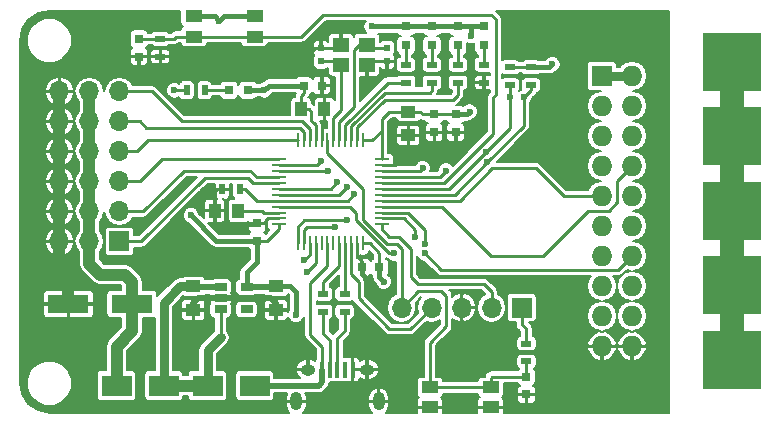
<source format=gtl>
G04 #@! TF.FileFunction,Copper,L1,Top,Signal*
%FSLAX46Y46*%
G04 Gerber Fmt 4.6, Leading zero omitted, Abs format (unit mm)*
G04 Created by KiCad (PCBNEW 4.0.6) date Fri Sep  8 15:05:28 2017*
%MOMM*%
%LPD*%
G01*
G04 APERTURE LIST*
%ADD10C,0.100000*%
%ADD11R,1.250000X1.000000*%
%ADD12R,0.750000X0.800000*%
%ADD13R,3.500000X1.600000*%
%ADD14R,1.000000X1.250000*%
%ADD15R,0.500000X0.600000*%
%ADD16R,0.800000X0.750000*%
%ADD17R,2.500000X1.800000*%
%ADD18R,0.800000X0.800000*%
%ADD19R,0.400000X1.350000*%
%ADD20O,1.250000X0.950000*%
%ADD21O,1.000000X1.550000*%
%ADD22O,1.700000X1.700000*%
%ADD23R,1.700000X1.700000*%
%ADD24R,5.000000X5.000000*%
%ADD25R,0.900000X0.500000*%
%ADD26R,0.500000X0.900000*%
%ADD27R,1.450000X1.000000*%
%ADD28R,1.060000X0.650000*%
%ADD29R,1.400000X1.200000*%
%ADD30R,1.727200X1.727200*%
%ADD31O,1.727200X1.727200*%
%ADD32R,0.250000X1.300000*%
%ADD33R,1.300000X0.250000*%
%ADD34C,0.600000*%
%ADD35C,0.250000*%
%ADD36C,0.400000*%
%ADD37C,1.000000*%
%ADD38C,0.500000*%
%ADD39C,0.750000*%
%ADD40C,2.000000*%
%ADD41C,0.200000*%
G04 APERTURE END LIST*
D10*
D11*
X215200000Y-125800000D03*
X215200000Y-123800000D03*
X222200000Y-125800000D03*
X222200000Y-123800000D03*
D12*
X243400000Y-132950000D03*
X243400000Y-131450000D03*
X210600000Y-104350000D03*
X210600000Y-102850000D03*
D13*
X210000000Y-125300000D03*
X204600000Y-125300000D03*
D12*
X235600000Y-110750000D03*
X235600000Y-109250000D03*
D14*
X224300000Y-108800000D03*
X226300000Y-108800000D03*
X219000000Y-117400000D03*
X217000000Y-117400000D03*
D15*
X231600000Y-103650000D03*
X231600000Y-104750000D03*
X226000000Y-104750000D03*
X226000000Y-103650000D03*
D11*
X233400000Y-111000000D03*
X233400000Y-109000000D03*
D16*
X224550000Y-106800000D03*
X226050000Y-106800000D03*
X230950000Y-122200000D03*
X229450000Y-122200000D03*
D12*
X237400000Y-109250000D03*
X237400000Y-110750000D03*
X220600000Y-119950000D03*
X220600000Y-118450000D03*
D17*
X216400000Y-132200000D03*
X220400000Y-132200000D03*
X212700000Y-132200000D03*
X208700000Y-132200000D03*
D18*
X233200000Y-101800000D03*
X233200000Y-103400000D03*
X235400000Y-101800000D03*
X235400000Y-103400000D03*
X237600000Y-101800000D03*
X237600000Y-103400000D03*
X239800000Y-101800000D03*
X239800000Y-103400000D03*
X219800000Y-107200000D03*
X218200000Y-107200000D03*
D19*
X226100000Y-130850000D03*
X226750000Y-130850000D03*
X227400000Y-130850000D03*
X228050000Y-130850000D03*
X228700000Y-130850000D03*
D20*
X224900000Y-130850000D03*
X229900000Y-130850000D03*
D21*
X223900000Y-133550000D03*
X230900000Y-133550000D03*
D22*
X203860000Y-107300000D03*
X206400000Y-107300000D03*
X208940000Y-107300000D03*
X203860000Y-109840000D03*
X206400000Y-109840000D03*
X208940000Y-109840000D03*
D23*
X208940000Y-120000000D03*
D22*
X206400000Y-120000000D03*
X203860000Y-120000000D03*
X208940000Y-117460000D03*
X206400000Y-117460000D03*
X203860000Y-117460000D03*
X208940000Y-114920000D03*
X206400000Y-114920000D03*
X203860000Y-114920000D03*
X208940000Y-112380000D03*
X206400000Y-112380000D03*
X203860000Y-112380000D03*
D23*
X243000000Y-125600000D03*
D22*
X240460000Y-125600000D03*
X237920000Y-125600000D03*
X235380000Y-125600000D03*
X232840000Y-125600000D03*
D24*
X260800000Y-117400000D03*
X260800000Y-130000000D03*
X260800000Y-123700000D03*
X260800000Y-111100000D03*
X260800000Y-104800000D03*
D25*
X243400000Y-128650000D03*
X243400000Y-130150000D03*
X228000000Y-124450000D03*
X228000000Y-125950000D03*
X226200000Y-124450000D03*
X226200000Y-125950000D03*
X212400000Y-102850000D03*
X212400000Y-104350000D03*
X233200000Y-106550000D03*
X233200000Y-105050000D03*
X235400000Y-106550000D03*
X235400000Y-105050000D03*
X237600000Y-106550000D03*
X237600000Y-105050000D03*
X239800000Y-106550000D03*
X239800000Y-105050000D03*
D26*
X214650000Y-107200000D03*
X216150000Y-107200000D03*
D25*
X242000000Y-106750000D03*
X242000000Y-105250000D03*
X243800000Y-106750000D03*
X243800000Y-105250000D03*
D26*
X219150000Y-115600000D03*
X217650000Y-115600000D03*
D27*
X220375000Y-102650000D03*
X215225000Y-102650000D03*
X215225000Y-100950000D03*
X220375000Y-100950000D03*
X235225000Y-132350000D03*
X240375000Y-132350000D03*
X240375000Y-134050000D03*
X235225000Y-134050000D03*
D28*
X217500000Y-123850000D03*
X217500000Y-124800000D03*
X217500000Y-125750000D03*
X219700000Y-125750000D03*
X219700000Y-123850000D03*
D29*
X229900000Y-103350000D03*
X227700000Y-103350000D03*
X227700000Y-105050000D03*
X229900000Y-105050000D03*
D30*
X249800000Y-106000000D03*
D31*
X252340000Y-106000000D03*
X249800000Y-108540000D03*
X252340000Y-108540000D03*
X249800000Y-111080000D03*
X252340000Y-111080000D03*
X249800000Y-113620000D03*
X252340000Y-113620000D03*
X249800000Y-116160000D03*
X252340000Y-116160000D03*
X249800000Y-118700000D03*
X252340000Y-118700000D03*
X249800000Y-121240000D03*
X252340000Y-121240000D03*
X249800000Y-123780000D03*
X252340000Y-123780000D03*
X249800000Y-126320000D03*
X252340000Y-126320000D03*
X249800000Y-128860000D03*
X252340000Y-128860000D03*
D32*
X229550000Y-111450000D03*
X229050000Y-111450000D03*
X228550000Y-111450000D03*
X228050000Y-111450000D03*
X227550000Y-111450000D03*
X227050000Y-111450000D03*
X226550000Y-111450000D03*
X226050000Y-111450000D03*
X225550000Y-111450000D03*
X225050000Y-111450000D03*
X224550000Y-111450000D03*
X224050000Y-111450000D03*
D33*
X222450000Y-113050000D03*
X222450000Y-113550000D03*
X222450000Y-114050000D03*
X222450000Y-114550000D03*
X222450000Y-115050000D03*
X222450000Y-115550000D03*
X222450000Y-116050000D03*
X222450000Y-116550000D03*
X222450000Y-117050000D03*
X222450000Y-117550000D03*
X222450000Y-118050000D03*
X222450000Y-118550000D03*
D32*
X224050000Y-120150000D03*
X224550000Y-120150000D03*
X225050000Y-120150000D03*
X225550000Y-120150000D03*
X226050000Y-120150000D03*
X226550000Y-120150000D03*
X227050000Y-120150000D03*
X227550000Y-120150000D03*
X228050000Y-120150000D03*
X228550000Y-120150000D03*
X229050000Y-120150000D03*
X229550000Y-120150000D03*
D33*
X231150000Y-118550000D03*
X231150000Y-118050000D03*
X231150000Y-117550000D03*
X231150000Y-117050000D03*
X231150000Y-116550000D03*
X231150000Y-116050000D03*
X231150000Y-115550000D03*
X231150000Y-115050000D03*
X231150000Y-114550000D03*
X231150000Y-114050000D03*
X231150000Y-113550000D03*
X231150000Y-113050000D03*
D34*
X243100000Y-101700000D03*
X226100000Y-105800000D03*
X237400000Y-112600000D03*
X235600000Y-112600000D03*
X239600000Y-107400000D03*
X230200000Y-124100000D03*
X238600000Y-109000000D03*
X245600000Y-105000000D03*
X238700000Y-102600000D03*
X230300000Y-101800000D03*
X231300000Y-123400000D03*
X223900000Y-126200000D03*
X221200000Y-107200000D03*
X217400000Y-101300000D03*
X215000000Y-117800000D03*
X217500000Y-128100000D03*
X226000000Y-113200000D03*
X226600000Y-114000000D03*
X228800000Y-116000000D03*
X228200000Y-118200000D03*
X227200000Y-118800000D03*
X224600000Y-121600000D03*
X234800000Y-121000000D03*
X232200000Y-121000000D03*
X234800000Y-120200000D03*
X234000000Y-119600000D03*
X224800000Y-122600000D03*
X240000000Y-112400000D03*
X242000000Y-107800000D03*
X240100000Y-113300000D03*
X243200000Y-107800000D03*
X227400000Y-115000000D03*
X228200000Y-115400000D03*
X236600000Y-114000000D03*
X234600000Y-113800000D03*
X213600000Y-107200000D03*
D35*
X226050000Y-106800000D02*
X226050000Y-105850000D01*
X226050000Y-105850000D02*
X226100000Y-105800000D01*
X237400000Y-110750000D02*
X237400000Y-112600000D01*
X235600000Y-110750000D02*
X235600000Y-112600000D01*
X239800000Y-106550000D02*
X239800000Y-107200000D01*
X239800000Y-107200000D02*
X239600000Y-107400000D01*
D36*
X229450000Y-122200000D02*
X229450000Y-122750000D01*
X230200000Y-123500000D02*
X230200000Y-124100000D01*
X229450000Y-122750000D02*
X230200000Y-123500000D01*
D37*
X203860000Y-107300000D02*
X203860000Y-109840000D01*
X203860000Y-109840000D02*
X203860000Y-112380000D01*
X203860000Y-112380000D02*
X203860000Y-114920000D01*
X203860000Y-114920000D02*
X203860000Y-117460000D01*
X203860000Y-117460000D02*
X203860000Y-120000000D01*
X203860000Y-120000000D02*
X203860000Y-122260000D01*
X203860000Y-122260000D02*
X204600000Y-123000000D01*
X204600000Y-123000000D02*
X204600000Y-125300000D01*
D38*
X203860000Y-109840000D02*
X203860000Y-112380000D01*
X203860000Y-112380000D02*
X203860000Y-114920000D01*
X203860000Y-114920000D02*
X203860000Y-117460000D01*
X203860000Y-117460000D02*
X203860000Y-120000000D01*
X203860000Y-120000000D02*
X203860000Y-122140000D01*
X215200000Y-125800000D02*
X215200000Y-125200000D01*
X215600000Y-124800000D02*
X217500000Y-124800000D01*
X215200000Y-125200000D02*
X215600000Y-124800000D01*
X217500000Y-124800000D02*
X221800000Y-124800000D01*
X222200000Y-125200000D02*
X222200000Y-125800000D01*
X221800000Y-124800000D02*
X222200000Y-125200000D01*
D35*
X226050000Y-106800000D02*
X226050000Y-106050000D01*
X225550000Y-103650000D02*
X226000000Y-103650000D01*
X225200000Y-104000000D02*
X225550000Y-103650000D01*
X225200000Y-105200000D02*
X225200000Y-104000000D01*
X226050000Y-106050000D02*
X225200000Y-105200000D01*
X226000000Y-103650000D02*
X227400000Y-103650000D01*
X227400000Y-103650000D02*
X227700000Y-103350000D01*
X229900000Y-105050000D02*
X230200000Y-104750000D01*
X230200000Y-104750000D02*
X231600000Y-104750000D01*
X226050000Y-106800000D02*
X226050000Y-107450000D01*
X226300000Y-107700000D02*
X226300000Y-108800000D01*
X226050000Y-107450000D02*
X226300000Y-107700000D01*
X226050000Y-111450000D02*
X226050000Y-110350000D01*
X226300000Y-110100000D02*
X226300000Y-108800000D01*
X226050000Y-110350000D02*
X226300000Y-110100000D01*
X235600000Y-110750000D02*
X237400000Y-110750000D01*
X233400000Y-111000000D02*
X234400000Y-111000000D01*
X234650000Y-110750000D02*
X235600000Y-110750000D01*
X234400000Y-111000000D02*
X234650000Y-110750000D01*
X231150000Y-113550000D02*
X232250000Y-113550000D01*
X233400000Y-112400000D02*
X233400000Y-111000000D01*
X232250000Y-113550000D02*
X233400000Y-112400000D01*
X217650000Y-115600000D02*
X217200000Y-115600000D01*
X217200000Y-118600000D02*
X220450000Y-118600000D01*
X217000000Y-118400000D02*
X217200000Y-118600000D01*
X217000000Y-115800000D02*
X217000000Y-118400000D01*
X217200000Y-115600000D02*
X217000000Y-115800000D01*
X220450000Y-118600000D02*
X220600000Y-118450000D01*
X222450000Y-118050000D02*
X221550000Y-118050000D01*
X221150000Y-118450000D02*
X220600000Y-118450000D01*
X221550000Y-118050000D02*
X221150000Y-118450000D01*
X229450000Y-122200000D02*
X229450000Y-121650000D01*
X229050000Y-121250000D02*
X229050000Y-120150000D01*
X229450000Y-121650000D02*
X229050000Y-121250000D01*
D36*
X238350000Y-109250000D02*
X237400000Y-109250000D01*
X238600000Y-109000000D02*
X238350000Y-109250000D01*
X243800000Y-105250000D02*
X245350000Y-105250000D01*
X245350000Y-105250000D02*
X245600000Y-105000000D01*
X238700000Y-101800000D02*
X238700000Y-102600000D01*
X230300000Y-101800000D02*
X233200000Y-101800000D01*
X233200000Y-101800000D02*
X235400000Y-101800000D01*
X235400000Y-101800000D02*
X237600000Y-101800000D01*
X237600000Y-101800000D02*
X238700000Y-101800000D01*
X238700000Y-101800000D02*
X239800000Y-101800000D01*
X230950000Y-122200000D02*
X230950000Y-123050000D01*
X230950000Y-123050000D02*
X231300000Y-123400000D01*
X224550000Y-106800000D02*
X221600000Y-106800000D01*
X221600000Y-106800000D02*
X221200000Y-107200000D01*
X223400000Y-123800000D02*
X222200000Y-123800000D01*
X223900000Y-124300000D02*
X223900000Y-126200000D01*
X223400000Y-123800000D02*
X223900000Y-124300000D01*
X221200000Y-107200000D02*
X219800000Y-107200000D01*
X217400000Y-101300000D02*
X217750000Y-100950000D01*
X217750000Y-100950000D02*
X220375000Y-100950000D01*
X217050000Y-100950000D02*
X215225000Y-100950000D01*
X217400000Y-101300000D02*
X217050000Y-100950000D01*
X220600000Y-119950000D02*
X217150000Y-119950000D01*
X217150000Y-119950000D02*
X215000000Y-117800000D01*
X219700000Y-123850000D02*
X219700000Y-122600000D01*
X220600000Y-121700000D02*
X220600000Y-119950000D01*
X219700000Y-122600000D02*
X220600000Y-121700000D01*
D35*
X242000000Y-105250000D02*
X243800000Y-105250000D01*
X243000000Y-125600000D02*
X243000000Y-127000000D01*
X243000000Y-127000000D02*
X243400000Y-127400000D01*
X243400000Y-127400000D02*
X243400000Y-128650000D01*
D38*
X219700000Y-123850000D02*
X222150000Y-123850000D01*
X222150000Y-123850000D02*
X222200000Y-123800000D01*
D35*
X225400000Y-110000000D02*
X225200000Y-109800000D01*
X225550000Y-110150000D02*
X225400000Y-110000000D01*
X225550000Y-111450000D02*
X225550000Y-110150000D01*
X225000000Y-108800000D02*
X224300000Y-108800000D01*
X225200000Y-109000000D02*
X225000000Y-108800000D01*
X225200000Y-109800000D02*
X225200000Y-109000000D01*
X237600000Y-101800000D02*
X239800000Y-101800000D01*
X235400000Y-101800000D02*
X237600000Y-101800000D01*
X233200000Y-101800000D02*
X235400000Y-101800000D01*
X239800000Y-101800000D02*
X233200000Y-101800000D01*
X224300000Y-108800000D02*
X224300000Y-107700000D01*
X224550000Y-107450000D02*
X224550000Y-106800000D01*
X224300000Y-107700000D02*
X224550000Y-107450000D01*
X235600000Y-109250000D02*
X237400000Y-109250000D01*
X233400000Y-109000000D02*
X234400000Y-109000000D01*
X234650000Y-109250000D02*
X235600000Y-109250000D01*
X234400000Y-109000000D02*
X234650000Y-109250000D01*
X229550000Y-111450000D02*
X230350000Y-111450000D01*
X230350000Y-111450000D02*
X231150000Y-110650000D01*
X231150000Y-113050000D02*
X231150000Y-110650000D01*
X231150000Y-110650000D02*
X231150000Y-109650000D01*
X231800000Y-109000000D02*
X233400000Y-109000000D01*
X231150000Y-109650000D02*
X231800000Y-109000000D01*
X222450000Y-118550000D02*
X222450000Y-118950000D01*
X222450000Y-118950000D02*
X221450000Y-119950000D01*
X221450000Y-119950000D02*
X220600000Y-119950000D01*
X229550000Y-120150000D02*
X230150000Y-120150000D01*
X230950000Y-120950000D02*
X230950000Y-122200000D01*
X230150000Y-120150000D02*
X230950000Y-120950000D01*
X240375000Y-132350000D02*
X235225000Y-132350000D01*
X235225000Y-132350000D02*
X235225000Y-131550000D01*
X235225000Y-128575000D02*
X236600000Y-127200000D01*
X236600000Y-127200000D02*
X236600000Y-124600000D01*
X236600000Y-124600000D02*
X236200000Y-124200000D01*
X236200000Y-124200000D02*
X234240000Y-124200000D01*
X234240000Y-124200000D02*
X232840000Y-125600000D01*
X235225000Y-131550000D02*
X235225000Y-129625000D01*
X235225000Y-129625000D02*
X235225000Y-128575000D01*
X240375000Y-132350000D02*
X240375000Y-131550000D01*
X240475000Y-131450000D02*
X240375000Y-131550000D01*
X240475000Y-131450000D02*
X243400000Y-131450000D01*
X229600000Y-118200000D02*
X231600000Y-120200000D01*
X229600000Y-115600000D02*
X229600000Y-118200000D01*
X226550000Y-112550000D02*
X229600000Y-115600000D01*
X226550000Y-111450000D02*
X226550000Y-112550000D01*
X232840000Y-120640000D02*
X232840000Y-125600000D01*
X232400000Y-120200000D02*
X232840000Y-120640000D01*
X231600000Y-120200000D02*
X232400000Y-120200000D01*
X243400000Y-130150000D02*
X243400000Y-131450000D01*
X231150000Y-115050000D02*
X236450000Y-115050000D01*
X224350000Y-102650000D02*
X220375000Y-102650000D01*
X240400000Y-100800000D02*
X240800000Y-101200000D01*
X226200000Y-100800000D02*
X240400000Y-100800000D01*
X224350000Y-102650000D02*
X226200000Y-100800000D01*
X240800000Y-107600000D02*
X240800000Y-101200000D01*
X240600000Y-107800000D02*
X240800000Y-107600000D01*
X240600000Y-110900000D02*
X240600000Y-107800000D01*
X236450000Y-115050000D02*
X240600000Y-110900000D01*
X215225000Y-102650000D02*
X220375000Y-102650000D01*
X210600000Y-102850000D02*
X212400000Y-102850000D01*
X212400000Y-102850000D02*
X213550000Y-102850000D01*
X213550000Y-102850000D02*
X213750000Y-102650000D01*
X213750000Y-102650000D02*
X220375000Y-102650000D01*
D37*
X210000000Y-125300000D02*
X210000000Y-127600000D01*
X208700000Y-128900000D02*
X208700000Y-132200000D01*
X210000000Y-127600000D02*
X208700000Y-128900000D01*
X206400000Y-107300000D02*
X206400000Y-109840000D01*
X206400000Y-109840000D02*
X206400000Y-112380000D01*
X206400000Y-112380000D02*
X206400000Y-114920000D01*
X206400000Y-114920000D02*
X206400000Y-117460000D01*
X206400000Y-117460000D02*
X206400000Y-120000000D01*
X206400000Y-120000000D02*
X206400000Y-121900000D01*
X206400000Y-121900000D02*
X207300000Y-122800000D01*
X207300000Y-122800000D02*
X209400000Y-122800000D01*
X209400000Y-122800000D02*
X210000000Y-123400000D01*
X210000000Y-123400000D02*
X210000000Y-125300000D01*
D38*
X206400000Y-122000000D02*
X206400000Y-117460000D01*
X206400000Y-117460000D02*
X206400000Y-114920000D01*
X206400000Y-114920000D02*
X206400000Y-112380000D01*
X206400000Y-112380000D02*
X206400000Y-109840000D01*
D35*
X222450000Y-117550000D02*
X221150000Y-117550000D01*
X221000000Y-117400000D02*
X219000000Y-117400000D01*
X221150000Y-117550000D02*
X221000000Y-117400000D01*
X231600000Y-103650000D02*
X230200000Y-103650000D01*
X230200000Y-103650000D02*
X229900000Y-103350000D01*
X227550000Y-111450000D02*
X227550000Y-109850000D01*
X228800000Y-103800000D02*
X229250000Y-103350000D01*
X228800000Y-108600000D02*
X228800000Y-103800000D01*
X227550000Y-109850000D02*
X228800000Y-108600000D01*
X229250000Y-103350000D02*
X229900000Y-103350000D01*
X226000000Y-104750000D02*
X227400000Y-104750000D01*
X227400000Y-104750000D02*
X227700000Y-105050000D01*
X227700000Y-105050000D02*
X227700000Y-108900000D01*
X227050000Y-109550000D02*
X227050000Y-111450000D01*
X227700000Y-108900000D02*
X227050000Y-109550000D01*
D39*
X249800000Y-106000000D02*
X252340000Y-106000000D01*
D35*
X217500000Y-128100000D02*
X217500000Y-126700000D01*
X217500000Y-126700000D02*
X217500000Y-125750000D01*
D39*
X212700000Y-132200000D02*
X212700000Y-125200000D01*
X212700000Y-125200000D02*
X214100000Y-123800000D01*
X214100000Y-123800000D02*
X215200000Y-123800000D01*
X217500000Y-128100000D02*
X216400000Y-129200000D01*
X216400000Y-129200000D02*
X216400000Y-132200000D01*
D38*
X216400000Y-132200000D02*
X216400000Y-129200000D01*
X215200000Y-123800000D02*
X214100000Y-123800000D01*
X214100000Y-123800000D02*
X212700000Y-125200000D01*
D37*
X212700000Y-132200000D02*
X216400000Y-132200000D01*
D38*
X217500000Y-123850000D02*
X215250000Y-123850000D01*
X215250000Y-123850000D02*
X215200000Y-123800000D01*
X220400000Y-132200000D02*
X225800000Y-132200000D01*
X225800000Y-132200000D02*
X226100000Y-131900000D01*
X226100000Y-131900000D02*
X226100000Y-130850000D01*
D35*
X226100000Y-130850000D02*
X226100000Y-128900000D01*
X226550000Y-122050000D02*
X225100000Y-123500000D01*
X225100000Y-123500000D02*
X225100000Y-127900000D01*
X225100000Y-127900000D02*
X226100000Y-128900000D01*
X226550000Y-122050000D02*
X226550000Y-120150000D01*
X233200000Y-105050000D02*
X233200000Y-103400000D01*
X235400000Y-103400000D02*
X235400000Y-105050000D01*
X237600000Y-105050000D02*
X237600000Y-103400000D01*
X239800000Y-105050000D02*
X239800000Y-103400000D01*
X216150000Y-107200000D02*
X218200000Y-107200000D01*
X226200000Y-124450000D02*
X226200000Y-123400000D01*
X227550000Y-122050000D02*
X227550000Y-120150000D01*
X226200000Y-123400000D02*
X227550000Y-122050000D01*
X228000000Y-124450000D02*
X228050000Y-124400000D01*
X228050000Y-124400000D02*
X228050000Y-120150000D01*
X222450000Y-115050000D02*
X220250000Y-115050000D01*
X210800000Y-120000000D02*
X208940000Y-120000000D01*
X216200000Y-114600000D02*
X210800000Y-120000000D01*
X219800000Y-114600000D02*
X216200000Y-114600000D01*
X220250000Y-115050000D02*
X219800000Y-114600000D01*
X208940000Y-117460000D02*
X210940000Y-117460000D01*
X220550000Y-114550000D02*
X222450000Y-114550000D01*
X220000000Y-114000000D02*
X220550000Y-114550000D01*
X214400000Y-114000000D02*
X220000000Y-114000000D01*
X210940000Y-117460000D02*
X214400000Y-114000000D01*
X225050000Y-111450000D02*
X225050000Y-110450000D01*
X211700000Y-107300000D02*
X208940000Y-107300000D01*
X214200000Y-109800000D02*
X211700000Y-107300000D01*
X224400000Y-109800000D02*
X214200000Y-109800000D01*
X225050000Y-110450000D02*
X224400000Y-109800000D01*
X224550000Y-111450000D02*
X224550000Y-110750000D01*
X210640000Y-109840000D02*
X208940000Y-109840000D01*
X211200000Y-110400000D02*
X210640000Y-109840000D01*
X224200000Y-110400000D02*
X211200000Y-110400000D01*
X224550000Y-110750000D02*
X224200000Y-110400000D01*
X224050000Y-111450000D02*
X211350000Y-111450000D01*
X210420000Y-112380000D02*
X208940000Y-112380000D01*
X211350000Y-111450000D02*
X210420000Y-112380000D01*
X208940000Y-114920000D02*
X210680000Y-114920000D01*
X212550000Y-113050000D02*
X222450000Y-113050000D01*
X210680000Y-114920000D02*
X212550000Y-113050000D01*
X231800000Y-119600000D02*
X232600000Y-119600000D01*
X231800000Y-119600000D02*
X231150000Y-118950000D01*
X231150000Y-118550000D02*
X231150000Y-118950000D01*
X240460000Y-124260000D02*
X240460000Y-125600000D01*
X239800000Y-123600000D02*
X240460000Y-124260000D01*
X234200000Y-123600000D02*
X239800000Y-123600000D01*
X233600000Y-123000000D02*
X234200000Y-123600000D01*
X233600000Y-120600000D02*
X233600000Y-123000000D01*
X232600000Y-119600000D02*
X233600000Y-120600000D01*
X235380000Y-125600000D02*
X233580000Y-127400000D01*
X228550000Y-122750000D02*
X228550000Y-120150000D01*
X229200000Y-123400000D02*
X228550000Y-122750000D01*
X229200000Y-124800000D02*
X229200000Y-123400000D01*
X231800000Y-127400000D02*
X229200000Y-124800000D01*
X233580000Y-127400000D02*
X231800000Y-127400000D01*
X225650000Y-113550000D02*
X226000000Y-113200000D01*
X222450000Y-113550000D02*
X225650000Y-113550000D01*
X226550000Y-114050000D02*
X226600000Y-114000000D01*
X226550000Y-114050000D02*
X222450000Y-114050000D01*
X222450000Y-116550000D02*
X228250000Y-116550000D01*
X228250000Y-116550000D02*
X228800000Y-116000000D01*
X219150000Y-115600000D02*
X219600000Y-115600000D01*
X220550000Y-116550000D02*
X222450000Y-116550000D01*
X219600000Y-115600000D02*
X220550000Y-116550000D01*
X224050000Y-120150000D02*
X224050000Y-118750000D01*
X224600000Y-118200000D02*
X228200000Y-118200000D01*
X224050000Y-118750000D02*
X224600000Y-118200000D01*
X224550000Y-120150000D02*
X224550000Y-119050000D01*
X224800000Y-118800000D02*
X227200000Y-118800000D01*
X224550000Y-119050000D02*
X224800000Y-118800000D01*
X225050000Y-120150000D02*
X225050000Y-121150000D01*
X225050000Y-121150000D02*
X224600000Y-121600000D01*
X233200000Y-106550000D02*
X231650000Y-106550000D01*
X228050000Y-110150000D02*
X228050000Y-111450000D01*
X231650000Y-106550000D02*
X228050000Y-110150000D01*
X228550000Y-111450000D02*
X228550000Y-110250000D01*
X235400000Y-107200000D02*
X235400000Y-106550000D01*
X235200000Y-107400000D02*
X235400000Y-107200000D01*
X231400000Y-107400000D02*
X235200000Y-107400000D01*
X228550000Y-110250000D02*
X231400000Y-107400000D01*
X229050000Y-111450000D02*
X229050000Y-110350000D01*
X237600000Y-107600000D02*
X237600000Y-106550000D01*
X237200000Y-108000000D02*
X237600000Y-107600000D01*
X231400000Y-108000000D02*
X237200000Y-108000000D01*
X229050000Y-110350000D02*
X231400000Y-108000000D01*
X222450000Y-117050000D02*
X228250000Y-117050000D01*
X251180000Y-122400000D02*
X252340000Y-121240000D01*
X236200000Y-122400000D02*
X251180000Y-122400000D01*
X234800000Y-121000000D02*
X236200000Y-122400000D01*
X231800000Y-121000000D02*
X232200000Y-121000000D01*
X229000000Y-118200000D02*
X231800000Y-121000000D01*
X229000000Y-117600000D02*
X229000000Y-118200000D01*
X228450000Y-117050000D02*
X229000000Y-117600000D01*
X228250000Y-117050000D02*
X228450000Y-117050000D01*
X234800000Y-120200000D02*
X234800000Y-119000000D01*
X234800000Y-119000000D02*
X233350000Y-117550000D01*
X233350000Y-117550000D02*
X231150000Y-117550000D01*
X231150000Y-118050000D02*
X233050000Y-118050000D01*
X234000000Y-119000000D02*
X234000000Y-119600000D01*
X233050000Y-118050000D02*
X234000000Y-119000000D01*
X226750000Y-130850000D02*
X226750000Y-128350000D01*
X226750000Y-128350000D02*
X226200000Y-127800000D01*
X226200000Y-127800000D02*
X226200000Y-125950000D01*
X227400000Y-130850000D02*
X227400000Y-128200000D01*
X228000000Y-127600000D02*
X227400000Y-128200000D01*
X228000000Y-127600000D02*
X228000000Y-125950000D01*
X225550000Y-120150000D02*
X225550000Y-121850000D01*
X225550000Y-121850000D02*
X224800000Y-122600000D01*
X236850000Y-115550000D02*
X240000000Y-112400000D01*
X231150000Y-115550000D02*
X236850000Y-115550000D01*
X240000000Y-112400000D02*
X242000000Y-110400000D01*
X242000000Y-110400000D02*
X242000000Y-107800000D01*
X242000000Y-107800000D02*
X242000000Y-106750000D01*
X231150000Y-116050000D02*
X237350000Y-116050000D01*
X243200000Y-110200000D02*
X243200000Y-107800000D01*
X237350000Y-116050000D02*
X240100000Y-113300000D01*
X240100000Y-113300000D02*
X243200000Y-110200000D01*
X243200000Y-107800000D02*
X243800000Y-107200000D01*
X243800000Y-107200000D02*
X243800000Y-106750000D01*
X226850000Y-115550000D02*
X227400000Y-115000000D01*
X222450000Y-115550000D02*
X226850000Y-115550000D01*
X227550000Y-116050000D02*
X228200000Y-115400000D01*
X227550000Y-116050000D02*
X222450000Y-116050000D01*
X231150000Y-117050000D02*
X236250000Y-117050000D01*
X251100000Y-114860000D02*
X252340000Y-113620000D01*
X251100000Y-116700000D02*
X251100000Y-114860000D01*
X250400000Y-117400000D02*
X251100000Y-116700000D01*
X248600000Y-117400000D02*
X250400000Y-117400000D01*
X244800000Y-121200000D02*
X248600000Y-117400000D01*
X240400000Y-121200000D02*
X244800000Y-121200000D01*
X236250000Y-117050000D02*
X240400000Y-121200000D01*
X231150000Y-116550000D02*
X237750000Y-116550000D01*
X246560000Y-116160000D02*
X249800000Y-116160000D01*
X244200000Y-113800000D02*
X246560000Y-116160000D01*
X240500000Y-113800000D02*
X244200000Y-113800000D01*
X237750000Y-116550000D02*
X240500000Y-113800000D01*
X236050000Y-114550000D02*
X236600000Y-114000000D01*
X231150000Y-114550000D02*
X236050000Y-114550000D01*
X234350000Y-114050000D02*
X234600000Y-113800000D01*
X231150000Y-114050000D02*
X234350000Y-114050000D01*
D40*
X260800000Y-104800000D02*
X260800000Y-111100000D01*
X260800000Y-111100000D02*
X260800000Y-117400000D01*
X260800000Y-117400000D02*
X260800000Y-123700000D01*
X260800000Y-123700000D02*
X260800000Y-130000000D01*
D35*
X214650000Y-107200000D02*
X213600000Y-107200000D01*
D41*
G36*
X214092164Y-101450000D02*
X214120056Y-101598231D01*
X214207660Y-101734372D01*
X214304449Y-101800505D01*
X214215628Y-101857660D01*
X214124296Y-101991329D01*
X214097227Y-102125000D01*
X213750000Y-102125000D01*
X213549091Y-102164963D01*
X213378769Y-102278769D01*
X213332538Y-102325000D01*
X213148371Y-102325000D01*
X213142340Y-102315628D01*
X213008671Y-102224296D01*
X212850000Y-102192164D01*
X211950000Y-102192164D01*
X211801769Y-102220056D01*
X211665628Y-102307660D01*
X211653780Y-102325000D01*
X211359315Y-102325000D01*
X211354944Y-102301769D01*
X211267340Y-102165628D01*
X211133671Y-102074296D01*
X210975000Y-102042164D01*
X210225000Y-102042164D01*
X210076769Y-102070056D01*
X209940628Y-102157660D01*
X209849296Y-102291329D01*
X209817164Y-102450000D01*
X209817164Y-103250000D01*
X209845056Y-103398231D01*
X209932660Y-103534372D01*
X210027205Y-103598972D01*
X209998418Y-103610896D01*
X209885896Y-103723418D01*
X209825000Y-103870435D01*
X209825000Y-104200000D01*
X209925000Y-104300000D01*
X210550000Y-104300000D01*
X210550000Y-104280000D01*
X210650000Y-104280000D01*
X210650000Y-104300000D01*
X211275000Y-104300000D01*
X211375000Y-104200000D01*
X211375000Y-104020435D01*
X211550000Y-104020435D01*
X211550000Y-104200000D01*
X211650000Y-104300000D01*
X212350000Y-104300000D01*
X212350000Y-103800000D01*
X212450000Y-103800000D01*
X212450000Y-104300000D01*
X213150000Y-104300000D01*
X213250000Y-104200000D01*
X213250000Y-104020435D01*
X213189104Y-103873418D01*
X213076582Y-103760896D01*
X212929565Y-103700000D01*
X212550000Y-103700000D01*
X212450000Y-103800000D01*
X212350000Y-103800000D01*
X212250000Y-103700000D01*
X211870435Y-103700000D01*
X211723418Y-103760896D01*
X211610896Y-103873418D01*
X211550000Y-104020435D01*
X211375000Y-104020435D01*
X211375000Y-103870435D01*
X211314104Y-103723418D01*
X211201582Y-103610896D01*
X211171924Y-103598611D01*
X211259372Y-103542340D01*
X211350704Y-103408671D01*
X211357523Y-103375000D01*
X211651629Y-103375000D01*
X211657660Y-103384372D01*
X211791329Y-103475704D01*
X211950000Y-103507836D01*
X212850000Y-103507836D01*
X212998231Y-103479944D01*
X213134372Y-103392340D01*
X213146220Y-103375000D01*
X213550000Y-103375000D01*
X213750909Y-103335037D01*
X213921231Y-103221231D01*
X213967462Y-103175000D01*
X214096868Y-103175000D01*
X214120056Y-103298231D01*
X214207660Y-103434372D01*
X214341329Y-103525704D01*
X214500000Y-103557836D01*
X215950000Y-103557836D01*
X216098231Y-103529944D01*
X216234372Y-103442340D01*
X216325704Y-103308671D01*
X216352773Y-103175000D01*
X219246868Y-103175000D01*
X219270056Y-103298231D01*
X219357660Y-103434372D01*
X219491329Y-103525704D01*
X219650000Y-103557836D01*
X221100000Y-103557836D01*
X221248231Y-103529944D01*
X221384372Y-103442340D01*
X221475704Y-103308671D01*
X221483446Y-103270435D01*
X225350000Y-103270435D01*
X225350000Y-103500000D01*
X225450000Y-103600000D01*
X225950000Y-103600000D01*
X225950000Y-103050000D01*
X225850000Y-102950000D01*
X225670435Y-102950000D01*
X225523418Y-103010896D01*
X225410896Y-103123418D01*
X225350000Y-103270435D01*
X221483446Y-103270435D01*
X221502773Y-103175000D01*
X224350000Y-103175000D01*
X224550909Y-103135037D01*
X224721231Y-103021231D01*
X226417462Y-101325000D01*
X229785015Y-101325000D01*
X229706915Y-101402964D01*
X229600122Y-101660150D01*
X229599879Y-101938628D01*
X229706223Y-102196000D01*
X229852132Y-102342164D01*
X229200000Y-102342164D01*
X229051769Y-102370056D01*
X228915628Y-102457660D01*
X228824296Y-102591329D01*
X228800000Y-102711305D01*
X228800000Y-102670435D01*
X228739104Y-102523418D01*
X228626582Y-102410896D01*
X228479565Y-102350000D01*
X227850000Y-102350000D01*
X227750000Y-102450000D01*
X227750000Y-103300000D01*
X227770000Y-103300000D01*
X227770000Y-103400000D01*
X227750000Y-103400000D01*
X227750000Y-103420000D01*
X227650000Y-103420000D01*
X227650000Y-103400000D01*
X227630000Y-103400000D01*
X227630000Y-103300000D01*
X227650000Y-103300000D01*
X227650000Y-102450000D01*
X227550000Y-102350000D01*
X226920435Y-102350000D01*
X226773418Y-102410896D01*
X226660896Y-102523418D01*
X226600000Y-102670435D01*
X226600000Y-103149723D01*
X226589104Y-103123418D01*
X226476582Y-103010896D01*
X226329565Y-102950000D01*
X226150000Y-102950000D01*
X226050000Y-103050000D01*
X226050000Y-103600000D01*
X226070000Y-103600000D01*
X226070000Y-103700000D01*
X226050000Y-103700000D01*
X226050000Y-103720000D01*
X225950000Y-103720000D01*
X225950000Y-103700000D01*
X225450000Y-103700000D01*
X225350000Y-103800000D01*
X225350000Y-104029565D01*
X225410896Y-104176582D01*
X225435731Y-104201417D01*
X225374296Y-104291329D01*
X225342164Y-104450000D01*
X225342164Y-105050000D01*
X225370056Y-105198231D01*
X225457660Y-105334372D01*
X225591329Y-105425704D01*
X225750000Y-105457836D01*
X226250000Y-105457836D01*
X226398231Y-105429944D01*
X226534372Y-105342340D01*
X226580383Y-105275000D01*
X226592164Y-105275000D01*
X226592164Y-105650000D01*
X226620056Y-105798231D01*
X226707660Y-105934372D01*
X226841329Y-106025704D01*
X227000000Y-106057836D01*
X227175000Y-106057836D01*
X227175000Y-108035079D01*
X227139104Y-107948418D01*
X227026582Y-107835896D01*
X226879565Y-107775000D01*
X226450000Y-107775000D01*
X226350000Y-107875000D01*
X226350000Y-108750000D01*
X226370000Y-108750000D01*
X226370000Y-108850000D01*
X226350000Y-108850000D01*
X226350000Y-109725000D01*
X226450000Y-109825000D01*
X226525000Y-109825000D01*
X226525000Y-110392164D01*
X226425000Y-110392164D01*
X226294796Y-110416664D01*
X226254565Y-110400000D01*
X226200000Y-110400000D01*
X226100002Y-110499998D01*
X226100002Y-110400000D01*
X226075000Y-110400000D01*
X226075000Y-110150000D01*
X226035037Y-109949091D01*
X225952122Y-109825000D01*
X226150000Y-109825000D01*
X226250000Y-109725000D01*
X226250000Y-108850000D01*
X226230000Y-108850000D01*
X226230000Y-108750000D01*
X226250000Y-108750000D01*
X226250000Y-107875000D01*
X226150000Y-107775000D01*
X225720435Y-107775000D01*
X225573418Y-107835896D01*
X225460896Y-107948418D01*
X225400000Y-108095435D01*
X225400000Y-108457538D01*
X225371231Y-108428769D01*
X225207836Y-108319591D01*
X225207836Y-108175000D01*
X225179944Y-108026769D01*
X225092340Y-107890628D01*
X224958671Y-107799296D01*
X224938603Y-107795232D01*
X225035037Y-107650909D01*
X225052411Y-107563566D01*
X225098231Y-107554944D01*
X225234372Y-107467340D01*
X225298972Y-107372795D01*
X225310896Y-107401582D01*
X225423418Y-107514104D01*
X225570435Y-107575000D01*
X225900000Y-107575000D01*
X226000000Y-107475000D01*
X226000000Y-106850000D01*
X226100000Y-106850000D01*
X226100000Y-107475000D01*
X226200000Y-107575000D01*
X226529565Y-107575000D01*
X226676582Y-107514104D01*
X226789104Y-107401582D01*
X226850000Y-107254565D01*
X226850000Y-106950000D01*
X226750000Y-106850000D01*
X226100000Y-106850000D01*
X226000000Y-106850000D01*
X225980000Y-106850000D01*
X225980000Y-106750000D01*
X226000000Y-106750000D01*
X226000000Y-106125000D01*
X226100000Y-106125000D01*
X226100000Y-106750000D01*
X226750000Y-106750000D01*
X226850000Y-106650000D01*
X226850000Y-106345435D01*
X226789104Y-106198418D01*
X226676582Y-106085896D01*
X226529565Y-106025000D01*
X226200000Y-106025000D01*
X226100000Y-106125000D01*
X226000000Y-106125000D01*
X225900000Y-106025000D01*
X225570435Y-106025000D01*
X225423418Y-106085896D01*
X225310896Y-106198418D01*
X225298611Y-106228076D01*
X225242340Y-106140628D01*
X225108671Y-106049296D01*
X224950000Y-106017164D01*
X224150000Y-106017164D01*
X224001769Y-106045056D01*
X223865628Y-106132660D01*
X223819617Y-106200000D01*
X221600000Y-106200000D01*
X221370389Y-106245672D01*
X221175736Y-106375736D01*
X221044707Y-106506765D01*
X220819061Y-106600000D01*
X220546632Y-106600000D01*
X220492340Y-106515628D01*
X220358671Y-106424296D01*
X220200000Y-106392164D01*
X219400000Y-106392164D01*
X219251769Y-106420056D01*
X219115628Y-106507660D01*
X219024296Y-106641329D01*
X219000288Y-106759885D01*
X218979944Y-106651769D01*
X218892340Y-106515628D01*
X218758671Y-106424296D01*
X218600000Y-106392164D01*
X217800000Y-106392164D01*
X217651769Y-106420056D01*
X217515628Y-106507660D01*
X217424296Y-106641329D01*
X217417477Y-106675000D01*
X216793724Y-106675000D01*
X216779944Y-106601769D01*
X216692340Y-106465628D01*
X216558671Y-106374296D01*
X216400000Y-106342164D01*
X215900000Y-106342164D01*
X215751769Y-106370056D01*
X215615628Y-106457660D01*
X215524296Y-106591329D01*
X215492164Y-106750000D01*
X215492164Y-107650000D01*
X215520056Y-107798231D01*
X215607660Y-107934372D01*
X215741329Y-108025704D01*
X215900000Y-108057836D01*
X216400000Y-108057836D01*
X216548231Y-108029944D01*
X216684372Y-107942340D01*
X216775704Y-107808671D01*
X216792648Y-107725000D01*
X217415685Y-107725000D01*
X217420056Y-107748231D01*
X217507660Y-107884372D01*
X217641329Y-107975704D01*
X217800000Y-108007836D01*
X218600000Y-108007836D01*
X218748231Y-107979944D01*
X218884372Y-107892340D01*
X218975704Y-107758671D01*
X218999712Y-107640115D01*
X219020056Y-107748231D01*
X219107660Y-107884372D01*
X219241329Y-107975704D01*
X219400000Y-108007836D01*
X220200000Y-108007836D01*
X220348231Y-107979944D01*
X220484372Y-107892340D01*
X220547465Y-107800000D01*
X220819617Y-107800000D01*
X221060150Y-107899878D01*
X221338628Y-107900121D01*
X221596000Y-107793777D01*
X221793085Y-107597036D01*
X221874902Y-107400000D01*
X223819455Y-107400000D01*
X223849733Y-107447054D01*
X223814963Y-107499091D01*
X223775000Y-107700000D01*
X223775000Y-107771868D01*
X223651769Y-107795056D01*
X223515628Y-107882660D01*
X223424296Y-108016329D01*
X223392164Y-108175000D01*
X223392164Y-109275000D01*
X214417462Y-109275000D01*
X212481090Y-107338628D01*
X212899879Y-107338628D01*
X213006223Y-107596000D01*
X213202964Y-107793085D01*
X213460150Y-107899878D01*
X213738628Y-107900121D01*
X213996000Y-107793777D01*
X214015546Y-107774265D01*
X214020056Y-107798231D01*
X214107660Y-107934372D01*
X214241329Y-108025704D01*
X214400000Y-108057836D01*
X214900000Y-108057836D01*
X215048231Y-108029944D01*
X215184372Y-107942340D01*
X215275704Y-107808671D01*
X215307836Y-107650000D01*
X215307836Y-106750000D01*
X215279944Y-106601769D01*
X215192340Y-106465628D01*
X215058671Y-106374296D01*
X214900000Y-106342164D01*
X214400000Y-106342164D01*
X214251769Y-106370056D01*
X214115628Y-106457660D01*
X214024296Y-106591329D01*
X214017075Y-106626989D01*
X213997036Y-106606915D01*
X213739850Y-106500122D01*
X213461372Y-106499879D01*
X213204000Y-106606223D01*
X213006915Y-106802964D01*
X212900122Y-107060150D01*
X212899879Y-107338628D01*
X212481090Y-107338628D01*
X212071231Y-106928769D01*
X211900909Y-106814963D01*
X211700000Y-106775000D01*
X210088170Y-106775000D01*
X209848372Y-106416117D01*
X209442843Y-106145151D01*
X208964489Y-106050000D01*
X208915511Y-106050000D01*
X208437157Y-106145151D01*
X208031628Y-106416117D01*
X207760662Y-106821646D01*
X207670000Y-107277432D01*
X207579338Y-106821646D01*
X207308372Y-106416117D01*
X206902843Y-106145151D01*
X206424489Y-106050000D01*
X206375511Y-106050000D01*
X205897157Y-106145151D01*
X205491628Y-106416117D01*
X205220662Y-106821646D01*
X205125511Y-107300000D01*
X205220662Y-107778354D01*
X205491628Y-108183883D01*
X205500000Y-108189477D01*
X205500000Y-108950523D01*
X205491628Y-108956117D01*
X205220662Y-109361646D01*
X205125511Y-109840000D01*
X205220662Y-110318354D01*
X205491628Y-110723883D01*
X205500000Y-110729477D01*
X205500000Y-111490523D01*
X205491628Y-111496117D01*
X205220662Y-111901646D01*
X205125511Y-112380000D01*
X205220662Y-112858354D01*
X205491628Y-113263883D01*
X205500000Y-113269477D01*
X205500000Y-114030523D01*
X205491628Y-114036117D01*
X205220662Y-114441646D01*
X205125511Y-114920000D01*
X205220662Y-115398354D01*
X205491628Y-115803883D01*
X205500000Y-115809477D01*
X205500000Y-116570523D01*
X205491628Y-116576117D01*
X205220662Y-116981646D01*
X205125511Y-117460000D01*
X205220662Y-117938354D01*
X205491628Y-118343883D01*
X205500000Y-118349477D01*
X205500000Y-119110523D01*
X205491628Y-119116117D01*
X205220662Y-119521646D01*
X205125511Y-120000000D01*
X205220662Y-120478354D01*
X205491628Y-120883883D01*
X205500000Y-120889477D01*
X205500000Y-121900000D01*
X205568508Y-122244415D01*
X205763604Y-122536396D01*
X206663604Y-123436396D01*
X206955584Y-123631492D01*
X207300000Y-123700000D01*
X209027208Y-123700000D01*
X209100000Y-123772792D01*
X209100000Y-124092164D01*
X208250000Y-124092164D01*
X208101769Y-124120056D01*
X207965628Y-124207660D01*
X207874296Y-124341329D01*
X207842164Y-124500000D01*
X207842164Y-126100000D01*
X207870056Y-126248231D01*
X207957660Y-126384372D01*
X208091329Y-126475704D01*
X208250000Y-126507836D01*
X209100000Y-126507836D01*
X209100000Y-127227208D01*
X208063604Y-128263604D01*
X207868508Y-128555585D01*
X207800000Y-128900000D01*
X207800000Y-130892164D01*
X207450000Y-130892164D01*
X207301769Y-130920056D01*
X207165628Y-131007660D01*
X207074296Y-131141329D01*
X207042164Y-131300000D01*
X207042164Y-133100000D01*
X207070056Y-133248231D01*
X207157660Y-133384372D01*
X207291329Y-133475704D01*
X207450000Y-133507836D01*
X209950000Y-133507836D01*
X210098231Y-133479944D01*
X210234372Y-133392340D01*
X210325704Y-133258671D01*
X210357836Y-133100000D01*
X210357836Y-131300000D01*
X210329944Y-131151769D01*
X210242340Y-131015628D01*
X210108671Y-130924296D01*
X209950000Y-130892164D01*
X209600000Y-130892164D01*
X209600000Y-129272792D01*
X210636396Y-128236396D01*
X210831492Y-127944415D01*
X210900000Y-127600000D01*
X210900000Y-126507836D01*
X211750000Y-126507836D01*
X211898231Y-126479944D01*
X211925000Y-126462719D01*
X211925000Y-130892164D01*
X211450000Y-130892164D01*
X211301769Y-130920056D01*
X211165628Y-131007660D01*
X211074296Y-131141329D01*
X211042164Y-131300000D01*
X211042164Y-133100000D01*
X211070056Y-133248231D01*
X211157660Y-133384372D01*
X211291329Y-133475704D01*
X211450000Y-133507836D01*
X213950000Y-133507836D01*
X214098231Y-133479944D01*
X214234372Y-133392340D01*
X214325704Y-133258671D01*
X214357836Y-133100000D01*
X214742164Y-133100000D01*
X214770056Y-133248231D01*
X214857660Y-133384372D01*
X214991329Y-133475704D01*
X215150000Y-133507836D01*
X217650000Y-133507836D01*
X217798231Y-133479944D01*
X217934372Y-133392340D01*
X218025704Y-133258671D01*
X218057836Y-133100000D01*
X218057836Y-131300000D01*
X218029944Y-131151769D01*
X217942340Y-131015628D01*
X217808671Y-130924296D01*
X217650000Y-130892164D01*
X217175000Y-130892164D01*
X217175000Y-130663959D01*
X223895007Y-130663959D01*
X223976615Y-130800000D01*
X224850000Y-130800000D01*
X224850000Y-129975000D01*
X224700000Y-129975000D01*
X224368958Y-130060740D01*
X224095926Y-130266637D01*
X223922471Y-130561346D01*
X223895007Y-130663959D01*
X217175000Y-130663959D01*
X217175000Y-129521016D01*
X218048008Y-128648008D01*
X218216007Y-128396580D01*
X218275000Y-128100000D01*
X218216007Y-127803420D01*
X218048008Y-127551992D01*
X218025000Y-127536619D01*
X218025000Y-126482836D01*
X218030000Y-126482836D01*
X218178231Y-126454944D01*
X218314372Y-126367340D01*
X218405704Y-126233671D01*
X218437836Y-126075000D01*
X218437836Y-125425000D01*
X218762164Y-125425000D01*
X218762164Y-126075000D01*
X218790056Y-126223231D01*
X218877660Y-126359372D01*
X219011329Y-126450704D01*
X219170000Y-126482836D01*
X220230000Y-126482836D01*
X220378231Y-126454944D01*
X220514372Y-126367340D01*
X220605704Y-126233671D01*
X220637836Y-126075000D01*
X220637836Y-125950000D01*
X221175000Y-125950000D01*
X221175000Y-126379565D01*
X221235896Y-126526582D01*
X221348418Y-126639104D01*
X221495435Y-126700000D01*
X222050000Y-126700000D01*
X222150000Y-126600000D01*
X222150000Y-125850000D01*
X221275000Y-125850000D01*
X221175000Y-125950000D01*
X220637836Y-125950000D01*
X220637836Y-125425000D01*
X220609944Y-125276769D01*
X220573695Y-125220435D01*
X221175000Y-125220435D01*
X221175000Y-125650000D01*
X221275000Y-125750000D01*
X222150000Y-125750000D01*
X222150000Y-125000000D01*
X222250000Y-125000000D01*
X222250000Y-125750000D01*
X223125000Y-125750000D01*
X223225000Y-125650000D01*
X223225000Y-125220435D01*
X223164104Y-125073418D01*
X223051582Y-124960896D01*
X222904565Y-124900000D01*
X222350000Y-124900000D01*
X222250000Y-125000000D01*
X222150000Y-125000000D01*
X222050000Y-124900000D01*
X221495435Y-124900000D01*
X221348418Y-124960896D01*
X221235896Y-125073418D01*
X221175000Y-125220435D01*
X220573695Y-125220435D01*
X220522340Y-125140628D01*
X220388671Y-125049296D01*
X220230000Y-125017164D01*
X219170000Y-125017164D01*
X219021769Y-125045056D01*
X218885628Y-125132660D01*
X218794296Y-125266329D01*
X218762164Y-125425000D01*
X218437836Y-125425000D01*
X218409944Y-125276769D01*
X218403950Y-125267455D01*
X218430000Y-125204565D01*
X218430000Y-124950000D01*
X218330000Y-124850000D01*
X217550000Y-124850000D01*
X217550000Y-124870000D01*
X217450000Y-124870000D01*
X217450000Y-124850000D01*
X216670000Y-124850000D01*
X216570000Y-124950000D01*
X216570000Y-125204565D01*
X216595097Y-125265156D01*
X216594296Y-125266329D01*
X216562164Y-125425000D01*
X216562164Y-126075000D01*
X216590056Y-126223231D01*
X216677660Y-126359372D01*
X216811329Y-126450704D01*
X216970000Y-126482836D01*
X216975000Y-126482836D01*
X216975000Y-127536619D01*
X216951992Y-127551992D01*
X215851992Y-128651992D01*
X215683993Y-128903420D01*
X215625000Y-129200000D01*
X215625000Y-130892164D01*
X215150000Y-130892164D01*
X215001769Y-130920056D01*
X214865628Y-131007660D01*
X214774296Y-131141329D01*
X214742164Y-131300000D01*
X214357836Y-131300000D01*
X214329944Y-131151769D01*
X214242340Y-131015628D01*
X214108671Y-130924296D01*
X213950000Y-130892164D01*
X213475000Y-130892164D01*
X213475000Y-125950000D01*
X214175000Y-125950000D01*
X214175000Y-126379565D01*
X214235896Y-126526582D01*
X214348418Y-126639104D01*
X214495435Y-126700000D01*
X215050000Y-126700000D01*
X215150000Y-126600000D01*
X215150000Y-125850000D01*
X215250000Y-125850000D01*
X215250000Y-126600000D01*
X215350000Y-126700000D01*
X215904565Y-126700000D01*
X216051582Y-126639104D01*
X216164104Y-126526582D01*
X216225000Y-126379565D01*
X216225000Y-125950000D01*
X216125000Y-125850000D01*
X215250000Y-125850000D01*
X215150000Y-125850000D01*
X214275000Y-125850000D01*
X214175000Y-125950000D01*
X213475000Y-125950000D01*
X213475000Y-125521016D01*
X213775581Y-125220435D01*
X214175000Y-125220435D01*
X214175000Y-125650000D01*
X214275000Y-125750000D01*
X215150000Y-125750000D01*
X215150000Y-125000000D01*
X215250000Y-125000000D01*
X215250000Y-125750000D01*
X216125000Y-125750000D01*
X216225000Y-125650000D01*
X216225000Y-125220435D01*
X216164104Y-125073418D01*
X216051582Y-124960896D01*
X215904565Y-124900000D01*
X215350000Y-124900000D01*
X215250000Y-125000000D01*
X215150000Y-125000000D01*
X215050000Y-124900000D01*
X214495435Y-124900000D01*
X214348418Y-124960896D01*
X214235896Y-125073418D01*
X214175000Y-125220435D01*
X213775581Y-125220435D01*
X214359287Y-124636729D01*
X214416329Y-124675704D01*
X214575000Y-124707836D01*
X215825000Y-124707836D01*
X215973231Y-124679944D01*
X216109372Y-124592340D01*
X216172465Y-124500000D01*
X216570000Y-124500000D01*
X216570000Y-124650000D01*
X216670000Y-124750000D01*
X217450000Y-124750000D01*
X217450000Y-124730000D01*
X217550000Y-124730000D01*
X217550000Y-124750000D01*
X218330000Y-124750000D01*
X218430000Y-124650000D01*
X218430000Y-124395435D01*
X218404903Y-124334844D01*
X218405704Y-124333671D01*
X218437836Y-124175000D01*
X218437836Y-123525000D01*
X218409944Y-123376769D01*
X218322340Y-123240628D01*
X218188671Y-123149296D01*
X218030000Y-123117164D01*
X216970000Y-123117164D01*
X216821769Y-123145056D01*
X216736383Y-123200000D01*
X216214019Y-123200000D01*
X216204944Y-123151769D01*
X216117340Y-123015628D01*
X215983671Y-122924296D01*
X215825000Y-122892164D01*
X214575000Y-122892164D01*
X214426769Y-122920056D01*
X214290628Y-123007660D01*
X214278780Y-123025000D01*
X214100000Y-123025000D01*
X213803420Y-123083993D01*
X213551992Y-123251992D01*
X212157836Y-124646148D01*
X212157836Y-124500000D01*
X212129944Y-124351769D01*
X212042340Y-124215628D01*
X211908671Y-124124296D01*
X211750000Y-124092164D01*
X210900000Y-124092164D01*
X210900000Y-123400000D01*
X210870560Y-123251992D01*
X210831492Y-123055584D01*
X210636396Y-122763604D01*
X210036396Y-122163604D01*
X209744415Y-121968508D01*
X209400000Y-121900000D01*
X207672792Y-121900000D01*
X207300000Y-121527208D01*
X207300000Y-120889477D01*
X207308372Y-120883883D01*
X207579338Y-120478354D01*
X207674489Y-120000000D01*
X207579338Y-119521646D01*
X207308372Y-119116117D01*
X207300000Y-119110523D01*
X207300000Y-118349477D01*
X207308372Y-118343883D01*
X207579338Y-117938354D01*
X207670000Y-117482568D01*
X207760662Y-117938354D01*
X208031628Y-118343883D01*
X208437157Y-118614849D01*
X208915511Y-118710000D01*
X208964489Y-118710000D01*
X209442843Y-118614849D01*
X209848372Y-118343883D01*
X210088170Y-117985000D01*
X210940000Y-117985000D01*
X211140909Y-117945037D01*
X211311231Y-117831231D01*
X214617462Y-114525000D01*
X215532538Y-114525000D01*
X210582538Y-119475000D01*
X210197836Y-119475000D01*
X210197836Y-119150000D01*
X210169944Y-119001769D01*
X210082340Y-118865628D01*
X209948671Y-118774296D01*
X209790000Y-118742164D01*
X208090000Y-118742164D01*
X207941769Y-118770056D01*
X207805628Y-118857660D01*
X207714296Y-118991329D01*
X207682164Y-119150000D01*
X207682164Y-120850000D01*
X207710056Y-120998231D01*
X207797660Y-121134372D01*
X207931329Y-121225704D01*
X208090000Y-121257836D01*
X209790000Y-121257836D01*
X209938231Y-121229944D01*
X210074372Y-121142340D01*
X210165704Y-121008671D01*
X210197836Y-120850000D01*
X210197836Y-120525000D01*
X210800000Y-120525000D01*
X211000909Y-120485037D01*
X211171231Y-120371231D01*
X214847027Y-116695435D01*
X216100000Y-116695435D01*
X216100000Y-117250000D01*
X216200000Y-117350000D01*
X216950000Y-117350000D01*
X216950000Y-116475000D01*
X216850000Y-116375000D01*
X216420435Y-116375000D01*
X216273418Y-116435896D01*
X216160896Y-116548418D01*
X216100000Y-116695435D01*
X214847027Y-116695435D01*
X215792462Y-115750000D01*
X217000000Y-115750000D01*
X217000000Y-116129565D01*
X217060896Y-116276582D01*
X217159314Y-116375000D01*
X217150000Y-116375000D01*
X217050000Y-116475000D01*
X217050000Y-117350000D01*
X217800000Y-117350000D01*
X217900000Y-117250000D01*
X217900000Y-116695435D01*
X217839104Y-116548418D01*
X217726582Y-116435896D01*
X217700002Y-116424886D01*
X217700002Y-116350002D01*
X217800000Y-116450000D01*
X217979565Y-116450000D01*
X218126582Y-116389104D01*
X218239104Y-116276582D01*
X218300000Y-116129565D01*
X218300000Y-115750000D01*
X218200000Y-115650000D01*
X217700000Y-115650000D01*
X217700000Y-115670000D01*
X217600000Y-115670000D01*
X217600000Y-115650000D01*
X217100000Y-115650000D01*
X217000000Y-115750000D01*
X215792462Y-115750000D01*
X216417462Y-115125000D01*
X217000000Y-115125000D01*
X217000000Y-115450000D01*
X217100000Y-115550000D01*
X217600000Y-115550000D01*
X217600000Y-115530000D01*
X217700000Y-115530000D01*
X217700000Y-115550000D01*
X218200000Y-115550000D01*
X218300000Y-115450000D01*
X218300000Y-115125000D01*
X218497227Y-115125000D01*
X218492164Y-115150000D01*
X218492164Y-116050000D01*
X218520056Y-116198231D01*
X218607660Y-116334372D01*
X218655653Y-116367164D01*
X218500000Y-116367164D01*
X218351769Y-116395056D01*
X218215628Y-116482660D01*
X218124296Y-116616329D01*
X218092164Y-116775000D01*
X218092164Y-118025000D01*
X218120056Y-118173231D01*
X218207660Y-118309372D01*
X218341329Y-118400704D01*
X218500000Y-118432836D01*
X219500000Y-118432836D01*
X219648231Y-118404944D01*
X219784372Y-118317340D01*
X219825000Y-118257879D01*
X219825000Y-118300000D01*
X219925000Y-118400000D01*
X220550000Y-118400000D01*
X220550000Y-118380000D01*
X220650000Y-118380000D01*
X220650000Y-118400000D01*
X221275000Y-118400000D01*
X221375000Y-118300000D01*
X221375000Y-118075000D01*
X221400000Y-118075000D01*
X221400000Y-118100002D01*
X221499998Y-118100002D01*
X221400000Y-118200000D01*
X221400000Y-118254565D01*
X221417918Y-118297824D01*
X221392164Y-118425000D01*
X221392164Y-118675000D01*
X221420056Y-118823231D01*
X221507660Y-118959372D01*
X221620836Y-119036702D01*
X221316114Y-119341424D01*
X221267340Y-119265628D01*
X221172795Y-119201028D01*
X221201582Y-119189104D01*
X221314104Y-119076582D01*
X221375000Y-118929565D01*
X221375000Y-118600000D01*
X221275000Y-118500000D01*
X220650000Y-118500000D01*
X220650000Y-118520000D01*
X220550000Y-118520000D01*
X220550000Y-118500000D01*
X219925000Y-118500000D01*
X219825000Y-118600000D01*
X219825000Y-118929565D01*
X219885896Y-119076582D01*
X219998418Y-119189104D01*
X220028076Y-119201389D01*
X219940628Y-119257660D01*
X219877535Y-119350000D01*
X217398528Y-119350000D01*
X216473528Y-118425000D01*
X216850000Y-118425000D01*
X216950000Y-118325000D01*
X216950000Y-117450000D01*
X217050000Y-117450000D01*
X217050000Y-118325000D01*
X217150000Y-118425000D01*
X217579565Y-118425000D01*
X217726582Y-118364104D01*
X217839104Y-118251582D01*
X217900000Y-118104565D01*
X217900000Y-117550000D01*
X217800000Y-117450000D01*
X217050000Y-117450000D01*
X216950000Y-117450000D01*
X216200000Y-117450000D01*
X216100000Y-117550000D01*
X216100000Y-118051472D01*
X215693235Y-117644707D01*
X215593777Y-117404000D01*
X215397036Y-117206915D01*
X215139850Y-117100122D01*
X214861372Y-117099879D01*
X214604000Y-117206223D01*
X214406915Y-117402964D01*
X214300122Y-117660150D01*
X214299879Y-117938628D01*
X214406223Y-118196000D01*
X214602964Y-118393085D01*
X214845101Y-118493629D01*
X216725736Y-120374264D01*
X216920390Y-120504328D01*
X217150000Y-120550000D01*
X219878368Y-120550000D01*
X219932660Y-120634372D01*
X220000000Y-120680383D01*
X220000000Y-121451472D01*
X219275736Y-122175736D01*
X219145672Y-122370390D01*
X219100000Y-122600000D01*
X219100000Y-123130336D01*
X219021769Y-123145056D01*
X218885628Y-123232660D01*
X218794296Y-123366329D01*
X218762164Y-123525000D01*
X218762164Y-124175000D01*
X218790056Y-124323231D01*
X218877660Y-124459372D01*
X219011329Y-124550704D01*
X219170000Y-124582836D01*
X220230000Y-124582836D01*
X220378231Y-124554944D01*
X220463617Y-124500000D01*
X221228368Y-124500000D01*
X221282660Y-124584372D01*
X221416329Y-124675704D01*
X221575000Y-124707836D01*
X222825000Y-124707836D01*
X222973231Y-124679944D01*
X223109372Y-124592340D01*
X223200704Y-124458671D01*
X223202294Y-124450822D01*
X223300000Y-124548528D01*
X223300000Y-125819617D01*
X223225000Y-126000237D01*
X223225000Y-125950000D01*
X223125000Y-125850000D01*
X222250000Y-125850000D01*
X222250000Y-126600000D01*
X222350000Y-126700000D01*
X222904565Y-126700000D01*
X223051582Y-126639104D01*
X223164104Y-126526582D01*
X223220892Y-126389483D01*
X223306223Y-126596000D01*
X223502964Y-126793085D01*
X223760150Y-126899878D01*
X224038628Y-126900121D01*
X224296000Y-126793777D01*
X224493085Y-126597036D01*
X224575000Y-126399763D01*
X224575000Y-127900000D01*
X224614963Y-128100909D01*
X224728769Y-128271231D01*
X225575000Y-129117462D01*
X225575000Y-129942121D01*
X225524296Y-130016329D01*
X225504140Y-130115864D01*
X225431042Y-130060740D01*
X225100000Y-129975000D01*
X224950000Y-129975000D01*
X224950000Y-130800000D01*
X224970000Y-130800000D01*
X224970000Y-130900000D01*
X224950000Y-130900000D01*
X224950000Y-130920000D01*
X224850000Y-130920000D01*
X224850000Y-130900000D01*
X223976615Y-130900000D01*
X223895007Y-131036041D01*
X223922471Y-131138654D01*
X224095926Y-131433363D01*
X224250594Y-131550000D01*
X222057836Y-131550000D01*
X222057836Y-131300000D01*
X222029944Y-131151769D01*
X221942340Y-131015628D01*
X221808671Y-130924296D01*
X221650000Y-130892164D01*
X219150000Y-130892164D01*
X219001769Y-130920056D01*
X218865628Y-131007660D01*
X218774296Y-131141329D01*
X218742164Y-131300000D01*
X218742164Y-133100000D01*
X218770056Y-133248231D01*
X218857660Y-133384372D01*
X218991329Y-133475704D01*
X219150000Y-133507836D01*
X221650000Y-133507836D01*
X221798231Y-133479944D01*
X221934372Y-133392340D01*
X222025704Y-133258671D01*
X222057836Y-133100000D01*
X222057836Y-132850000D01*
X223113493Y-132850000D01*
X223087643Y-132884391D01*
X223000000Y-133225000D01*
X223000000Y-133500000D01*
X223850000Y-133500000D01*
X223850000Y-133480000D01*
X223950000Y-133480000D01*
X223950000Y-133500000D01*
X224800000Y-133500000D01*
X224800000Y-133225000D01*
X230000000Y-133225000D01*
X230000000Y-133500000D01*
X230850000Y-133500000D01*
X230850000Y-132476564D01*
X230950000Y-132476564D01*
X230950000Y-133500000D01*
X231800000Y-133500000D01*
X231800000Y-133225000D01*
X231712357Y-132884391D01*
X231501040Y-132603249D01*
X231198221Y-132424375D01*
X231089958Y-132395275D01*
X230950000Y-132476564D01*
X230850000Y-132476564D01*
X230710042Y-132395275D01*
X230601779Y-132424375D01*
X230298960Y-132603249D01*
X230087643Y-132884391D01*
X230000000Y-133225000D01*
X224800000Y-133225000D01*
X224712357Y-132884391D01*
X224686507Y-132850000D01*
X225800000Y-132850000D01*
X226007476Y-132808731D01*
X226048745Y-132800522D01*
X226259619Y-132659619D01*
X226559619Y-132359619D01*
X226700522Y-132148745D01*
X226710706Y-132097545D01*
X226743469Y-131932836D01*
X226950000Y-131932836D01*
X227079589Y-131908452D01*
X227200000Y-131932836D01*
X227600000Y-131932836D01*
X227729589Y-131908452D01*
X227850000Y-131932836D01*
X228250000Y-131932836D01*
X228380204Y-131908336D01*
X228420435Y-131925000D01*
X228550000Y-131925000D01*
X228650000Y-131825000D01*
X228650000Y-131563695D01*
X228657836Y-131525000D01*
X228657836Y-130900000D01*
X228750000Y-130900000D01*
X228750000Y-131825000D01*
X228850000Y-131925000D01*
X228979565Y-131925000D01*
X229126582Y-131864104D01*
X229239104Y-131751582D01*
X229300000Y-131604565D01*
X229300000Y-131587258D01*
X229368958Y-131639260D01*
X229700000Y-131725000D01*
X229850000Y-131725000D01*
X229850000Y-130900000D01*
X229950000Y-130900000D01*
X229950000Y-131725000D01*
X230100000Y-131725000D01*
X230431042Y-131639260D01*
X230704074Y-131433363D01*
X230877529Y-131138654D01*
X230904993Y-131036041D01*
X230823385Y-130900000D01*
X229950000Y-130900000D01*
X229850000Y-130900000D01*
X228750000Y-130900000D01*
X228657836Y-130900000D01*
X228657836Y-130175000D01*
X228650000Y-130133356D01*
X228650000Y-129875000D01*
X228750000Y-129875000D01*
X228750000Y-130800000D01*
X229850000Y-130800000D01*
X229850000Y-129975000D01*
X229950000Y-129975000D01*
X229950000Y-130800000D01*
X230823385Y-130800000D01*
X230904993Y-130663959D01*
X230877529Y-130561346D01*
X230704074Y-130266637D01*
X230431042Y-130060740D01*
X230100000Y-129975000D01*
X229950000Y-129975000D01*
X229850000Y-129975000D01*
X229700000Y-129975000D01*
X229368958Y-130060740D01*
X229300000Y-130112742D01*
X229300000Y-130095435D01*
X229239104Y-129948418D01*
X229126582Y-129835896D01*
X228979565Y-129775000D01*
X228850000Y-129775000D01*
X228750000Y-129875000D01*
X228650000Y-129875000D01*
X228550000Y-129775000D01*
X228420435Y-129775000D01*
X228377176Y-129792918D01*
X228250000Y-129767164D01*
X227925000Y-129767164D01*
X227925000Y-128417462D01*
X228371231Y-127971231D01*
X228485037Y-127800909D01*
X228525000Y-127600000D01*
X228525000Y-126593724D01*
X228598231Y-126579944D01*
X228734372Y-126492340D01*
X228825704Y-126358671D01*
X228857836Y-126200000D01*
X228857836Y-125700000D01*
X228829944Y-125551769D01*
X228742340Y-125415628D01*
X228608671Y-125324296D01*
X228450000Y-125292164D01*
X227550000Y-125292164D01*
X227401769Y-125320056D01*
X227265628Y-125407660D01*
X227174296Y-125541329D01*
X227142164Y-125700000D01*
X227142164Y-126200000D01*
X227170056Y-126348231D01*
X227257660Y-126484372D01*
X227391329Y-126575704D01*
X227475000Y-126592648D01*
X227475000Y-127382538D01*
X227028769Y-127828769D01*
X227005722Y-127863260D01*
X226725000Y-127582538D01*
X226725000Y-126593724D01*
X226798231Y-126579944D01*
X226934372Y-126492340D01*
X227025704Y-126358671D01*
X227057836Y-126200000D01*
X227057836Y-125700000D01*
X227029944Y-125551769D01*
X226942340Y-125415628D01*
X226808671Y-125324296D01*
X226650000Y-125292164D01*
X225750000Y-125292164D01*
X225625000Y-125315685D01*
X225625000Y-125082523D01*
X225750000Y-125107836D01*
X226650000Y-125107836D01*
X226798231Y-125079944D01*
X226934372Y-124992340D01*
X227025704Y-124858671D01*
X227057836Y-124700000D01*
X227057836Y-124200000D01*
X227029944Y-124051769D01*
X226942340Y-123915628D01*
X226808671Y-123824296D01*
X226725000Y-123807352D01*
X226725000Y-123617462D01*
X227525000Y-122817462D01*
X227525000Y-123796868D01*
X227401769Y-123820056D01*
X227265628Y-123907660D01*
X227174296Y-124041329D01*
X227142164Y-124200000D01*
X227142164Y-124700000D01*
X227170056Y-124848231D01*
X227257660Y-124984372D01*
X227391329Y-125075704D01*
X227550000Y-125107836D01*
X228450000Y-125107836D01*
X228598231Y-125079944D01*
X228716795Y-125003651D01*
X228828769Y-125171231D01*
X231428769Y-127771231D01*
X231599091Y-127885037D01*
X231800000Y-127925000D01*
X233580000Y-127925000D01*
X233780909Y-127885037D01*
X233951231Y-127771231D01*
X234936242Y-126786220D01*
X235380000Y-126874489D01*
X235858354Y-126779338D01*
X236075000Y-126634580D01*
X236075000Y-126982538D01*
X234853769Y-128203769D01*
X234739963Y-128374091D01*
X234700000Y-128575000D01*
X234700000Y-131442164D01*
X234500000Y-131442164D01*
X234351769Y-131470056D01*
X234215628Y-131557660D01*
X234124296Y-131691329D01*
X234092164Y-131850000D01*
X234092164Y-132850000D01*
X234120056Y-132998231D01*
X234207660Y-133134372D01*
X234302205Y-133198972D01*
X234273418Y-133210896D01*
X234160896Y-133323418D01*
X234100000Y-133470435D01*
X234100000Y-133900000D01*
X234200000Y-134000000D01*
X235175000Y-134000000D01*
X235175000Y-133980000D01*
X235275000Y-133980000D01*
X235275000Y-134000000D01*
X236250000Y-134000000D01*
X236350000Y-133900000D01*
X236350000Y-133470435D01*
X236289104Y-133323418D01*
X236176582Y-133210896D01*
X236146924Y-133198611D01*
X236234372Y-133142340D01*
X236325704Y-133008671D01*
X236352773Y-132875000D01*
X239246868Y-132875000D01*
X239270056Y-132998231D01*
X239357660Y-133134372D01*
X239452205Y-133198972D01*
X239423418Y-133210896D01*
X239310896Y-133323418D01*
X239250000Y-133470435D01*
X239250000Y-133900000D01*
X239350000Y-134000000D01*
X240325000Y-134000000D01*
X240325000Y-133980000D01*
X240425000Y-133980000D01*
X240425000Y-134000000D01*
X241400000Y-134000000D01*
X241500000Y-133900000D01*
X241500000Y-133470435D01*
X241439104Y-133323418D01*
X241326582Y-133210896D01*
X241296924Y-133198611D01*
X241384372Y-133142340D01*
X241413301Y-133100000D01*
X242625000Y-133100000D01*
X242625000Y-133429565D01*
X242685896Y-133576582D01*
X242798418Y-133689104D01*
X242945435Y-133750000D01*
X243250000Y-133750000D01*
X243350000Y-133650000D01*
X243350000Y-133000000D01*
X243450000Y-133000000D01*
X243450000Y-133650000D01*
X243550000Y-133750000D01*
X243854565Y-133750000D01*
X244001582Y-133689104D01*
X244114104Y-133576582D01*
X244175000Y-133429565D01*
X244175000Y-133100000D01*
X244075000Y-133000000D01*
X243450000Y-133000000D01*
X243350000Y-133000000D01*
X242725000Y-133000000D01*
X242625000Y-133100000D01*
X241413301Y-133100000D01*
X241475704Y-133008671D01*
X241507836Y-132850000D01*
X241507836Y-131975000D01*
X242640685Y-131975000D01*
X242645056Y-131998231D01*
X242732660Y-132134372D01*
X242827205Y-132198972D01*
X242798418Y-132210896D01*
X242685896Y-132323418D01*
X242625000Y-132470435D01*
X242625000Y-132800000D01*
X242725000Y-132900000D01*
X243350000Y-132900000D01*
X243350000Y-132880000D01*
X243450000Y-132880000D01*
X243450000Y-132900000D01*
X244075000Y-132900000D01*
X244175000Y-132800000D01*
X244175000Y-132470435D01*
X244114104Y-132323418D01*
X244001582Y-132210896D01*
X243971924Y-132198611D01*
X244059372Y-132142340D01*
X244150704Y-132008671D01*
X244182836Y-131850000D01*
X244182836Y-131050000D01*
X244154944Y-130901769D01*
X244067340Y-130765628D01*
X244044612Y-130750099D01*
X244134372Y-130692340D01*
X244225704Y-130558671D01*
X244257836Y-130400000D01*
X244257836Y-129900000D01*
X244229944Y-129751769D01*
X244142340Y-129615628D01*
X244008671Y-129524296D01*
X243850000Y-129492164D01*
X242950000Y-129492164D01*
X242801769Y-129520056D01*
X242665628Y-129607660D01*
X242574296Y-129741329D01*
X242542164Y-129900000D01*
X242542164Y-130400000D01*
X242570056Y-130548231D01*
X242657660Y-130684372D01*
X242753139Y-130749610D01*
X242740628Y-130757660D01*
X242649296Y-130891329D01*
X242642477Y-130925000D01*
X240475000Y-130925000D01*
X240274091Y-130964963D01*
X240103769Y-131078769D01*
X240003769Y-131178769D01*
X239889963Y-131349091D01*
X239871450Y-131442164D01*
X239650000Y-131442164D01*
X239501769Y-131470056D01*
X239365628Y-131557660D01*
X239274296Y-131691329D01*
X239247227Y-131825000D01*
X236353132Y-131825000D01*
X236329944Y-131701769D01*
X236242340Y-131565628D01*
X236108671Y-131474296D01*
X235950000Y-131442164D01*
X235750000Y-131442164D01*
X235750000Y-128792462D01*
X236971231Y-127571231D01*
X237085037Y-127400909D01*
X237125000Y-127200000D01*
X237125000Y-126538700D01*
X237226305Y-126639855D01*
X237675229Y-126825801D01*
X237870000Y-126748913D01*
X237870000Y-125650000D01*
X237970000Y-125650000D01*
X237970000Y-126748913D01*
X238164771Y-126825801D01*
X238613695Y-126639855D01*
X238958826Y-126295235D01*
X239145805Y-125844772D01*
X239069004Y-125650000D01*
X237970000Y-125650000D01*
X237870000Y-125650000D01*
X237850000Y-125650000D01*
X237850000Y-125550000D01*
X237870000Y-125550000D01*
X237870000Y-124451087D01*
X237970000Y-124451087D01*
X237970000Y-125550000D01*
X239069004Y-125550000D01*
X239145805Y-125355228D01*
X238958826Y-124904765D01*
X238613695Y-124560145D01*
X238164771Y-124374199D01*
X237970000Y-124451087D01*
X237870000Y-124451087D01*
X237675229Y-124374199D01*
X237226305Y-124560145D01*
X237125000Y-124661300D01*
X237125000Y-124600000D01*
X237085037Y-124399091D01*
X236971231Y-124228769D01*
X236867462Y-124125000D01*
X239582538Y-124125000D01*
X239919635Y-124462097D01*
X239576117Y-124691628D01*
X239305151Y-125097157D01*
X239210000Y-125575511D01*
X239210000Y-125624489D01*
X239305151Y-126102843D01*
X239576117Y-126508372D01*
X239981646Y-126779338D01*
X240460000Y-126874489D01*
X240938354Y-126779338D01*
X241343883Y-126508372D01*
X241614849Y-126102843D01*
X241710000Y-125624489D01*
X241710000Y-125575511D01*
X241614849Y-125097157D01*
X241382886Y-124750000D01*
X241742164Y-124750000D01*
X241742164Y-126450000D01*
X241770056Y-126598231D01*
X241857660Y-126734372D01*
X241991329Y-126825704D01*
X242150000Y-126857836D01*
X242475000Y-126857836D01*
X242475000Y-127000000D01*
X242514963Y-127200909D01*
X242628769Y-127371231D01*
X242875000Y-127617462D01*
X242875000Y-128006276D01*
X242801769Y-128020056D01*
X242665628Y-128107660D01*
X242574296Y-128241329D01*
X242542164Y-128400000D01*
X242542164Y-128900000D01*
X242570056Y-129048231D01*
X242657660Y-129184372D01*
X242791329Y-129275704D01*
X242950000Y-129307836D01*
X243850000Y-129307836D01*
X243998231Y-129279944D01*
X244134372Y-129192340D01*
X244192749Y-129106901D01*
X248560752Y-129106901D01*
X248749569Y-129562346D01*
X249098304Y-129910866D01*
X249553100Y-130099243D01*
X249750000Y-130022525D01*
X249750000Y-128910000D01*
X249850000Y-128910000D01*
X249850000Y-130022525D01*
X250046900Y-130099243D01*
X250501696Y-129910866D01*
X250850431Y-129562346D01*
X251039248Y-129106901D01*
X251100752Y-129106901D01*
X251289569Y-129562346D01*
X251638304Y-129910866D01*
X252093100Y-130099243D01*
X252290000Y-130022525D01*
X252290000Y-128910000D01*
X252390000Y-128910000D01*
X252390000Y-130022525D01*
X252586900Y-130099243D01*
X253041696Y-129910866D01*
X253390431Y-129562346D01*
X253579248Y-129106901D01*
X253502615Y-128910000D01*
X252390000Y-128910000D01*
X252290000Y-128910000D01*
X251177385Y-128910000D01*
X251100752Y-129106901D01*
X251039248Y-129106901D01*
X250962615Y-128910000D01*
X249850000Y-128910000D01*
X249750000Y-128910000D01*
X248637385Y-128910000D01*
X248560752Y-129106901D01*
X244192749Y-129106901D01*
X244225704Y-129058671D01*
X244257836Y-128900000D01*
X244257836Y-128400000D01*
X244229944Y-128251769D01*
X244142340Y-128115628D01*
X244008671Y-128024296D01*
X243925000Y-128007352D01*
X243925000Y-127400000D01*
X243885037Y-127199091D01*
X243771231Y-127028769D01*
X243600298Y-126857836D01*
X243850000Y-126857836D01*
X243998231Y-126829944D01*
X244134372Y-126742340D01*
X244225704Y-126608671D01*
X244257836Y-126450000D01*
X244257836Y-124750000D01*
X244229944Y-124601769D01*
X244142340Y-124465628D01*
X244008671Y-124374296D01*
X243850000Y-124342164D01*
X242150000Y-124342164D01*
X242001769Y-124370056D01*
X241865628Y-124457660D01*
X241774296Y-124591329D01*
X241742164Y-124750000D01*
X241382886Y-124750000D01*
X241343883Y-124691628D01*
X240985000Y-124451830D01*
X240985000Y-124260000D01*
X240945037Y-124059091D01*
X240831231Y-123888769D01*
X240171231Y-123228769D01*
X240000909Y-123114963D01*
X239800000Y-123075000D01*
X234417462Y-123075000D01*
X234125000Y-122782538D01*
X234125000Y-121199425D01*
X234206223Y-121396000D01*
X234402964Y-121593085D01*
X234660150Y-121699878D01*
X234757501Y-121699963D01*
X235828769Y-122771231D01*
X235999091Y-122885037D01*
X236200000Y-122925000D01*
X248864234Y-122925000D01*
X248632586Y-123271686D01*
X248536400Y-123755245D01*
X248536400Y-123804755D01*
X248632586Y-124288314D01*
X248906500Y-124698255D01*
X249316441Y-124972169D01*
X249707723Y-125050000D01*
X249316441Y-125127831D01*
X248906500Y-125401745D01*
X248632586Y-125811686D01*
X248536400Y-126295245D01*
X248536400Y-126344755D01*
X248632586Y-126828314D01*
X248906500Y-127238255D01*
X249316441Y-127512169D01*
X249749998Y-127598409D01*
X249749998Y-127697474D01*
X249553100Y-127620757D01*
X249098304Y-127809134D01*
X248749569Y-128157654D01*
X248560752Y-128613099D01*
X248637385Y-128810000D01*
X249750000Y-128810000D01*
X249750000Y-128790000D01*
X249850000Y-128790000D01*
X249850000Y-128810000D01*
X250962615Y-128810000D01*
X251039248Y-128613099D01*
X250850431Y-128157654D01*
X250501696Y-127809134D01*
X250046900Y-127620757D01*
X249850002Y-127697474D01*
X249850002Y-127598409D01*
X250283559Y-127512169D01*
X250693500Y-127238255D01*
X250967414Y-126828314D01*
X251063600Y-126344755D01*
X251063600Y-126295245D01*
X250967414Y-125811686D01*
X250693500Y-125401745D01*
X250283559Y-125127831D01*
X249892277Y-125050000D01*
X250283559Y-124972169D01*
X250693500Y-124698255D01*
X250967414Y-124288314D01*
X251063600Y-123804755D01*
X251063600Y-123755245D01*
X250967414Y-123271686D01*
X250735766Y-122925000D01*
X251180000Y-122925000D01*
X251380909Y-122885037D01*
X251551231Y-122771231D01*
X251884677Y-122437785D01*
X252247723Y-122510000D01*
X251856441Y-122587831D01*
X251446500Y-122861745D01*
X251172586Y-123271686D01*
X251076400Y-123755245D01*
X251076400Y-123804755D01*
X251172586Y-124288314D01*
X251446500Y-124698255D01*
X251856441Y-124972169D01*
X252247723Y-125050000D01*
X251856441Y-125127831D01*
X251446500Y-125401745D01*
X251172586Y-125811686D01*
X251076400Y-126295245D01*
X251076400Y-126344755D01*
X251172586Y-126828314D01*
X251446500Y-127238255D01*
X251856441Y-127512169D01*
X252289998Y-127598409D01*
X252289998Y-127697474D01*
X252093100Y-127620757D01*
X251638304Y-127809134D01*
X251289569Y-128157654D01*
X251100752Y-128613099D01*
X251177385Y-128810000D01*
X252290000Y-128810000D01*
X252290000Y-128790000D01*
X252390000Y-128790000D01*
X252390000Y-128810000D01*
X253502615Y-128810000D01*
X253579248Y-128613099D01*
X253390431Y-128157654D01*
X253041696Y-127809134D01*
X252586900Y-127620757D01*
X252390002Y-127697474D01*
X252390002Y-127598409D01*
X252823559Y-127512169D01*
X253233500Y-127238255D01*
X253507414Y-126828314D01*
X253603600Y-126344755D01*
X253603600Y-126295245D01*
X253507414Y-125811686D01*
X253233500Y-125401745D01*
X252823559Y-125127831D01*
X252432277Y-125050000D01*
X252823559Y-124972169D01*
X253233500Y-124698255D01*
X253507414Y-124288314D01*
X253603600Y-123804755D01*
X253603600Y-123755245D01*
X253507414Y-123271686D01*
X253233500Y-122861745D01*
X252823559Y-122587831D01*
X252432277Y-122510000D01*
X252823559Y-122432169D01*
X253233500Y-122158255D01*
X253507414Y-121748314D01*
X253603600Y-121264755D01*
X253603600Y-121215245D01*
X253507414Y-120731686D01*
X253233500Y-120321745D01*
X252823559Y-120047831D01*
X252432277Y-119970000D01*
X252823559Y-119892169D01*
X253233500Y-119618255D01*
X253507414Y-119208314D01*
X253603600Y-118724755D01*
X253603600Y-118675245D01*
X253507414Y-118191686D01*
X253233500Y-117781745D01*
X252823559Y-117507831D01*
X252432277Y-117430000D01*
X252823559Y-117352169D01*
X253233500Y-117078255D01*
X253507414Y-116668314D01*
X253603600Y-116184755D01*
X253603600Y-116135245D01*
X253507414Y-115651686D01*
X253233500Y-115241745D01*
X252823559Y-114967831D01*
X252432277Y-114890000D01*
X252823559Y-114812169D01*
X253233500Y-114538255D01*
X253507414Y-114128314D01*
X253603600Y-113644755D01*
X253603600Y-113595245D01*
X253507414Y-113111686D01*
X253233500Y-112701745D01*
X252823559Y-112427831D01*
X252432277Y-112350000D01*
X252823559Y-112272169D01*
X253233500Y-111998255D01*
X253507414Y-111588314D01*
X253603600Y-111104755D01*
X253603600Y-111055245D01*
X253507414Y-110571686D01*
X253233500Y-110161745D01*
X252823559Y-109887831D01*
X252432277Y-109810000D01*
X252823559Y-109732169D01*
X253233500Y-109458255D01*
X253507414Y-109048314D01*
X253603600Y-108564755D01*
X253603600Y-108515245D01*
X253507414Y-108031686D01*
X253233500Y-107621745D01*
X252823559Y-107347831D01*
X252432277Y-107270000D01*
X252823559Y-107192169D01*
X253233500Y-106918255D01*
X253507414Y-106508314D01*
X253603600Y-106024755D01*
X253603600Y-105975245D01*
X253507414Y-105491686D01*
X253233500Y-105081745D01*
X252823559Y-104807831D01*
X252340000Y-104711645D01*
X251856441Y-104807831D01*
X251446500Y-105081745D01*
X251350780Y-105225000D01*
X251071436Y-105225000D01*
X251071436Y-105136400D01*
X251043544Y-104988169D01*
X250955940Y-104852028D01*
X250822271Y-104760696D01*
X250663600Y-104728564D01*
X248936400Y-104728564D01*
X248788169Y-104756456D01*
X248652028Y-104844060D01*
X248560696Y-104977729D01*
X248528564Y-105136400D01*
X248528564Y-106863600D01*
X248556456Y-107011831D01*
X248644060Y-107147972D01*
X248777729Y-107239304D01*
X248936400Y-107271436D01*
X249700504Y-107271436D01*
X249316441Y-107347831D01*
X248906500Y-107621745D01*
X248632586Y-108031686D01*
X248536400Y-108515245D01*
X248536400Y-108564755D01*
X248632586Y-109048314D01*
X248906500Y-109458255D01*
X249316441Y-109732169D01*
X249707723Y-109810000D01*
X249316441Y-109887831D01*
X248906500Y-110161745D01*
X248632586Y-110571686D01*
X248536400Y-111055245D01*
X248536400Y-111104755D01*
X248632586Y-111588314D01*
X248906500Y-111998255D01*
X249316441Y-112272169D01*
X249707723Y-112350000D01*
X249316441Y-112427831D01*
X248906500Y-112701745D01*
X248632586Y-113111686D01*
X248536400Y-113595245D01*
X248536400Y-113644755D01*
X248632586Y-114128314D01*
X248906500Y-114538255D01*
X249316441Y-114812169D01*
X249707723Y-114890000D01*
X249316441Y-114967831D01*
X248906500Y-115241745D01*
X248643735Y-115635000D01*
X246777462Y-115635000D01*
X244571231Y-113428769D01*
X244400909Y-113314963D01*
X244200000Y-113275000D01*
X240867462Y-113275000D01*
X243571231Y-110571231D01*
X243685037Y-110400909D01*
X243725000Y-110200000D01*
X243725000Y-108265002D01*
X243793085Y-108197036D01*
X243899878Y-107939850D01*
X243899963Y-107842499D01*
X244171231Y-107571231D01*
X244284782Y-107401291D01*
X244398231Y-107379944D01*
X244534372Y-107292340D01*
X244625704Y-107158671D01*
X244657836Y-107000000D01*
X244657836Y-106500000D01*
X244629944Y-106351769D01*
X244542340Y-106215628D01*
X244408671Y-106124296D01*
X244250000Y-106092164D01*
X243350000Y-106092164D01*
X243201769Y-106120056D01*
X243065628Y-106207660D01*
X242974296Y-106341329D01*
X242942164Y-106500000D01*
X242942164Y-107000000D01*
X242968202Y-107138376D01*
X242804000Y-107206223D01*
X242770071Y-107240093D01*
X242825704Y-107158671D01*
X242857836Y-107000000D01*
X242857836Y-106500000D01*
X242829944Y-106351769D01*
X242742340Y-106215628D01*
X242608671Y-106124296D01*
X242450000Y-106092164D01*
X241550000Y-106092164D01*
X241401769Y-106120056D01*
X241325000Y-106169455D01*
X241325000Y-105830383D01*
X241391329Y-105875704D01*
X241550000Y-105907836D01*
X242450000Y-105907836D01*
X242598231Y-105879944D01*
X242734372Y-105792340D01*
X242746220Y-105775000D01*
X243051629Y-105775000D01*
X243057660Y-105784372D01*
X243191329Y-105875704D01*
X243350000Y-105907836D01*
X244250000Y-105907836D01*
X244398231Y-105879944D01*
X244444765Y-105850000D01*
X245350000Y-105850000D01*
X245579610Y-105804328D01*
X245735570Y-105700118D01*
X245738628Y-105700121D01*
X245996000Y-105593777D01*
X246193085Y-105397036D01*
X246299878Y-105139850D01*
X246300121Y-104861372D01*
X246193777Y-104604000D01*
X245997036Y-104406915D01*
X245739850Y-104300122D01*
X245461372Y-104299879D01*
X245204000Y-104406223D01*
X245006915Y-104602964D01*
X244987384Y-104650000D01*
X244446290Y-104650000D01*
X244408671Y-104624296D01*
X244250000Y-104592164D01*
X243350000Y-104592164D01*
X243201769Y-104620056D01*
X243065628Y-104707660D01*
X243053780Y-104725000D01*
X242748371Y-104725000D01*
X242742340Y-104715628D01*
X242608671Y-104624296D01*
X242450000Y-104592164D01*
X241550000Y-104592164D01*
X241401769Y-104620056D01*
X241325000Y-104669455D01*
X241325000Y-101200000D01*
X241285037Y-100999091D01*
X241171231Y-100828769D01*
X240842462Y-100500000D01*
X255500000Y-100500000D01*
X255500000Y-134500000D01*
X241500000Y-134500000D01*
X241500000Y-134200000D01*
X241400000Y-134100000D01*
X240425000Y-134100000D01*
X240425000Y-134120000D01*
X240325000Y-134120000D01*
X240325000Y-134100000D01*
X239350000Y-134100000D01*
X239250000Y-134200000D01*
X239250000Y-134500000D01*
X236350000Y-134500000D01*
X236350000Y-134200000D01*
X236250000Y-134100000D01*
X235275000Y-134100000D01*
X235275000Y-134120000D01*
X235175000Y-134120000D01*
X235175000Y-134100000D01*
X234200000Y-134100000D01*
X234100000Y-134200000D01*
X234100000Y-134500000D01*
X231495540Y-134500000D01*
X231501040Y-134496751D01*
X231712357Y-134215609D01*
X231800000Y-133875000D01*
X231800000Y-133600000D01*
X230950000Y-133600000D01*
X230950000Y-133620000D01*
X230850000Y-133620000D01*
X230850000Y-133600000D01*
X230000000Y-133600000D01*
X230000000Y-133875000D01*
X230087643Y-134215609D01*
X230298960Y-134496751D01*
X230304460Y-134500000D01*
X224495540Y-134500000D01*
X224501040Y-134496751D01*
X224712357Y-134215609D01*
X224800000Y-133875000D01*
X224800000Y-133600000D01*
X223950000Y-133600000D01*
X223950000Y-133620000D01*
X223850000Y-133620000D01*
X223850000Y-133600000D01*
X223000000Y-133600000D01*
X223000000Y-133875000D01*
X223087643Y-134215609D01*
X223298960Y-134496751D01*
X223304460Y-134500000D01*
X203049247Y-134500000D01*
X202047040Y-134300649D01*
X201239159Y-133760840D01*
X200699351Y-132952960D01*
X200584642Y-132376275D01*
X201099671Y-132376275D01*
X201388319Y-133074857D01*
X201922331Y-133609802D01*
X202620409Y-133899669D01*
X203376275Y-133900329D01*
X204074857Y-133611681D01*
X204609802Y-133077669D01*
X204899669Y-132379591D01*
X204900329Y-131623725D01*
X204611681Y-130925143D01*
X204077669Y-130390198D01*
X203379591Y-130100331D01*
X202623725Y-130099671D01*
X201925143Y-130388319D01*
X201390198Y-130922331D01*
X201100331Y-131620409D01*
X201099671Y-132376275D01*
X200584642Y-132376275D01*
X200500000Y-131950753D01*
X200500000Y-125450000D01*
X202450000Y-125450000D01*
X202450000Y-126179565D01*
X202510896Y-126326582D01*
X202623418Y-126439104D01*
X202770435Y-126500000D01*
X204450000Y-126500000D01*
X204550000Y-126400000D01*
X204550000Y-125350000D01*
X204650000Y-125350000D01*
X204650000Y-126400000D01*
X204750000Y-126500000D01*
X206429565Y-126500000D01*
X206576582Y-126439104D01*
X206689104Y-126326582D01*
X206750000Y-126179565D01*
X206750000Y-125450000D01*
X206650000Y-125350000D01*
X204650000Y-125350000D01*
X204550000Y-125350000D01*
X202550000Y-125350000D01*
X202450000Y-125450000D01*
X200500000Y-125450000D01*
X200500000Y-124420435D01*
X202450000Y-124420435D01*
X202450000Y-125150000D01*
X202550000Y-125250000D01*
X204550000Y-125250000D01*
X204550000Y-124200000D01*
X204650000Y-124200000D01*
X204650000Y-125250000D01*
X206650000Y-125250000D01*
X206750000Y-125150000D01*
X206750000Y-124420435D01*
X206689104Y-124273418D01*
X206576582Y-124160896D01*
X206429565Y-124100000D01*
X204750000Y-124100000D01*
X204650000Y-124200000D01*
X204550000Y-124200000D01*
X204450000Y-124100000D01*
X202770435Y-124100000D01*
X202623418Y-124160896D01*
X202510896Y-124273418D01*
X202450000Y-124420435D01*
X200500000Y-124420435D01*
X200500000Y-120244771D01*
X202634199Y-120244771D01*
X202820145Y-120693695D01*
X203164765Y-121038826D01*
X203615228Y-121225805D01*
X203810000Y-121149004D01*
X203810000Y-120050000D01*
X203910000Y-120050000D01*
X203910000Y-121149004D01*
X204104772Y-121225805D01*
X204555235Y-121038826D01*
X204899855Y-120693695D01*
X205085801Y-120244771D01*
X205008913Y-120050000D01*
X203910000Y-120050000D01*
X203810000Y-120050000D01*
X202711087Y-120050000D01*
X202634199Y-120244771D01*
X200500000Y-120244771D01*
X200500000Y-119755229D01*
X202634199Y-119755229D01*
X202711087Y-119950000D01*
X203810000Y-119950000D01*
X203810000Y-118850996D01*
X203910000Y-118850996D01*
X203910000Y-119950000D01*
X205008913Y-119950000D01*
X205085801Y-119755229D01*
X204899855Y-119306305D01*
X204555235Y-118961174D01*
X204104772Y-118774195D01*
X203910000Y-118850996D01*
X203810000Y-118850996D01*
X203615228Y-118774195D01*
X203164765Y-118961174D01*
X202820145Y-119306305D01*
X202634199Y-119755229D01*
X200500000Y-119755229D01*
X200500000Y-117704771D01*
X202634199Y-117704771D01*
X202820145Y-118153695D01*
X203164765Y-118498826D01*
X203615228Y-118685805D01*
X203810000Y-118609004D01*
X203810000Y-117510000D01*
X203910000Y-117510000D01*
X203910000Y-118609004D01*
X204104772Y-118685805D01*
X204555235Y-118498826D01*
X204899855Y-118153695D01*
X205085801Y-117704771D01*
X205008913Y-117510000D01*
X203910000Y-117510000D01*
X203810000Y-117510000D01*
X202711087Y-117510000D01*
X202634199Y-117704771D01*
X200500000Y-117704771D01*
X200500000Y-117215229D01*
X202634199Y-117215229D01*
X202711087Y-117410000D01*
X203810000Y-117410000D01*
X203810000Y-116310996D01*
X203910000Y-116310996D01*
X203910000Y-117410000D01*
X205008913Y-117410000D01*
X205085801Y-117215229D01*
X204899855Y-116766305D01*
X204555235Y-116421174D01*
X204104772Y-116234195D01*
X203910000Y-116310996D01*
X203810000Y-116310996D01*
X203615228Y-116234195D01*
X203164765Y-116421174D01*
X202820145Y-116766305D01*
X202634199Y-117215229D01*
X200500000Y-117215229D01*
X200500000Y-115164771D01*
X202634199Y-115164771D01*
X202820145Y-115613695D01*
X203164765Y-115958826D01*
X203615228Y-116145805D01*
X203810000Y-116069004D01*
X203810000Y-114970000D01*
X203910000Y-114970000D01*
X203910000Y-116069004D01*
X204104772Y-116145805D01*
X204555235Y-115958826D01*
X204899855Y-115613695D01*
X205085801Y-115164771D01*
X205008913Y-114970000D01*
X203910000Y-114970000D01*
X203810000Y-114970000D01*
X202711087Y-114970000D01*
X202634199Y-115164771D01*
X200500000Y-115164771D01*
X200500000Y-114675229D01*
X202634199Y-114675229D01*
X202711087Y-114870000D01*
X203810000Y-114870000D01*
X203810000Y-113770996D01*
X203910000Y-113770996D01*
X203910000Y-114870000D01*
X205008913Y-114870000D01*
X205085801Y-114675229D01*
X204899855Y-114226305D01*
X204555235Y-113881174D01*
X204104772Y-113694195D01*
X203910000Y-113770996D01*
X203810000Y-113770996D01*
X203615228Y-113694195D01*
X203164765Y-113881174D01*
X202820145Y-114226305D01*
X202634199Y-114675229D01*
X200500000Y-114675229D01*
X200500000Y-112624771D01*
X202634199Y-112624771D01*
X202820145Y-113073695D01*
X203164765Y-113418826D01*
X203615228Y-113605805D01*
X203810000Y-113529004D01*
X203810000Y-112430000D01*
X203910000Y-112430000D01*
X203910000Y-113529004D01*
X204104772Y-113605805D01*
X204555235Y-113418826D01*
X204899855Y-113073695D01*
X205085801Y-112624771D01*
X205008913Y-112430000D01*
X203910000Y-112430000D01*
X203810000Y-112430000D01*
X202711087Y-112430000D01*
X202634199Y-112624771D01*
X200500000Y-112624771D01*
X200500000Y-112135229D01*
X202634199Y-112135229D01*
X202711087Y-112330000D01*
X203810000Y-112330000D01*
X203810000Y-111230996D01*
X203910000Y-111230996D01*
X203910000Y-112330000D01*
X205008913Y-112330000D01*
X205085801Y-112135229D01*
X204899855Y-111686305D01*
X204555235Y-111341174D01*
X204104772Y-111154195D01*
X203910000Y-111230996D01*
X203810000Y-111230996D01*
X203615228Y-111154195D01*
X203164765Y-111341174D01*
X202820145Y-111686305D01*
X202634199Y-112135229D01*
X200500000Y-112135229D01*
X200500000Y-110084771D01*
X202634199Y-110084771D01*
X202820145Y-110533695D01*
X203164765Y-110878826D01*
X203615228Y-111065805D01*
X203810000Y-110989004D01*
X203810000Y-109890000D01*
X203910000Y-109890000D01*
X203910000Y-110989004D01*
X204104772Y-111065805D01*
X204555235Y-110878826D01*
X204899855Y-110533695D01*
X205085801Y-110084771D01*
X205008913Y-109890000D01*
X203910000Y-109890000D01*
X203810000Y-109890000D01*
X202711087Y-109890000D01*
X202634199Y-110084771D01*
X200500000Y-110084771D01*
X200500000Y-109595229D01*
X202634199Y-109595229D01*
X202711087Y-109790000D01*
X203810000Y-109790000D01*
X203810000Y-108690996D01*
X203910000Y-108690996D01*
X203910000Y-109790000D01*
X205008913Y-109790000D01*
X205085801Y-109595229D01*
X204899855Y-109146305D01*
X204555235Y-108801174D01*
X204104772Y-108614195D01*
X203910000Y-108690996D01*
X203810000Y-108690996D01*
X203615228Y-108614195D01*
X203164765Y-108801174D01*
X202820145Y-109146305D01*
X202634199Y-109595229D01*
X200500000Y-109595229D01*
X200500000Y-107544771D01*
X202634199Y-107544771D01*
X202820145Y-107993695D01*
X203164765Y-108338826D01*
X203615228Y-108525805D01*
X203810000Y-108449004D01*
X203810000Y-107350000D01*
X203910000Y-107350000D01*
X203910000Y-108449004D01*
X204104772Y-108525805D01*
X204555235Y-108338826D01*
X204899855Y-107993695D01*
X205085801Y-107544771D01*
X205008913Y-107350000D01*
X203910000Y-107350000D01*
X203810000Y-107350000D01*
X202711087Y-107350000D01*
X202634199Y-107544771D01*
X200500000Y-107544771D01*
X200500000Y-107055229D01*
X202634199Y-107055229D01*
X202711087Y-107250000D01*
X203810000Y-107250000D01*
X203810000Y-106150996D01*
X203910000Y-106150996D01*
X203910000Y-107250000D01*
X205008913Y-107250000D01*
X205085801Y-107055229D01*
X204899855Y-106606305D01*
X204555235Y-106261174D01*
X204104772Y-106074195D01*
X203910000Y-106150996D01*
X203810000Y-106150996D01*
X203615228Y-106074195D01*
X203164765Y-106261174D01*
X202820145Y-106606305D01*
X202634199Y-107055229D01*
X200500000Y-107055229D01*
X200500000Y-103376275D01*
X201099671Y-103376275D01*
X201388319Y-104074857D01*
X201922331Y-104609802D01*
X202620409Y-104899669D01*
X203376275Y-104900329D01*
X204074857Y-104611681D01*
X204186733Y-104500000D01*
X209825000Y-104500000D01*
X209825000Y-104829565D01*
X209885896Y-104976582D01*
X209998418Y-105089104D01*
X210145435Y-105150000D01*
X210450000Y-105150000D01*
X210550000Y-105050000D01*
X210550000Y-104400000D01*
X210650000Y-104400000D01*
X210650000Y-105050000D01*
X210750000Y-105150000D01*
X211054565Y-105150000D01*
X211201582Y-105089104D01*
X211314104Y-104976582D01*
X211375000Y-104829565D01*
X211375000Y-104500000D01*
X211550000Y-104500000D01*
X211550000Y-104679565D01*
X211610896Y-104826582D01*
X211723418Y-104939104D01*
X211870435Y-105000000D01*
X212250000Y-105000000D01*
X212350000Y-104900000D01*
X212350000Y-104400000D01*
X212450000Y-104400000D01*
X212450000Y-104900000D01*
X212550000Y-105000000D01*
X212929565Y-105000000D01*
X213076582Y-104939104D01*
X213189104Y-104826582D01*
X213250000Y-104679565D01*
X213250000Y-104500000D01*
X213150000Y-104400000D01*
X212450000Y-104400000D01*
X212350000Y-104400000D01*
X211650000Y-104400000D01*
X211550000Y-104500000D01*
X211375000Y-104500000D01*
X211275000Y-104400000D01*
X210650000Y-104400000D01*
X210550000Y-104400000D01*
X209925000Y-104400000D01*
X209825000Y-104500000D01*
X204186733Y-104500000D01*
X204609802Y-104077669D01*
X204899669Y-103379591D01*
X204900329Y-102623725D01*
X204611681Y-101925143D01*
X204077669Y-101390198D01*
X203379591Y-101100331D01*
X202623725Y-101099671D01*
X201925143Y-101388319D01*
X201390198Y-101922331D01*
X201100331Y-102620409D01*
X201099671Y-103376275D01*
X200500000Y-103376275D01*
X200500000Y-103049247D01*
X200699351Y-102047040D01*
X201239159Y-101239160D01*
X202047040Y-100699351D01*
X203049247Y-100500000D01*
X214092164Y-100500000D01*
X214092164Y-101450000D01*
X214092164Y-101450000D01*
G37*
X214092164Y-101450000D02*
X214120056Y-101598231D01*
X214207660Y-101734372D01*
X214304449Y-101800505D01*
X214215628Y-101857660D01*
X214124296Y-101991329D01*
X214097227Y-102125000D01*
X213750000Y-102125000D01*
X213549091Y-102164963D01*
X213378769Y-102278769D01*
X213332538Y-102325000D01*
X213148371Y-102325000D01*
X213142340Y-102315628D01*
X213008671Y-102224296D01*
X212850000Y-102192164D01*
X211950000Y-102192164D01*
X211801769Y-102220056D01*
X211665628Y-102307660D01*
X211653780Y-102325000D01*
X211359315Y-102325000D01*
X211354944Y-102301769D01*
X211267340Y-102165628D01*
X211133671Y-102074296D01*
X210975000Y-102042164D01*
X210225000Y-102042164D01*
X210076769Y-102070056D01*
X209940628Y-102157660D01*
X209849296Y-102291329D01*
X209817164Y-102450000D01*
X209817164Y-103250000D01*
X209845056Y-103398231D01*
X209932660Y-103534372D01*
X210027205Y-103598972D01*
X209998418Y-103610896D01*
X209885896Y-103723418D01*
X209825000Y-103870435D01*
X209825000Y-104200000D01*
X209925000Y-104300000D01*
X210550000Y-104300000D01*
X210550000Y-104280000D01*
X210650000Y-104280000D01*
X210650000Y-104300000D01*
X211275000Y-104300000D01*
X211375000Y-104200000D01*
X211375000Y-104020435D01*
X211550000Y-104020435D01*
X211550000Y-104200000D01*
X211650000Y-104300000D01*
X212350000Y-104300000D01*
X212350000Y-103800000D01*
X212450000Y-103800000D01*
X212450000Y-104300000D01*
X213150000Y-104300000D01*
X213250000Y-104200000D01*
X213250000Y-104020435D01*
X213189104Y-103873418D01*
X213076582Y-103760896D01*
X212929565Y-103700000D01*
X212550000Y-103700000D01*
X212450000Y-103800000D01*
X212350000Y-103800000D01*
X212250000Y-103700000D01*
X211870435Y-103700000D01*
X211723418Y-103760896D01*
X211610896Y-103873418D01*
X211550000Y-104020435D01*
X211375000Y-104020435D01*
X211375000Y-103870435D01*
X211314104Y-103723418D01*
X211201582Y-103610896D01*
X211171924Y-103598611D01*
X211259372Y-103542340D01*
X211350704Y-103408671D01*
X211357523Y-103375000D01*
X211651629Y-103375000D01*
X211657660Y-103384372D01*
X211791329Y-103475704D01*
X211950000Y-103507836D01*
X212850000Y-103507836D01*
X212998231Y-103479944D01*
X213134372Y-103392340D01*
X213146220Y-103375000D01*
X213550000Y-103375000D01*
X213750909Y-103335037D01*
X213921231Y-103221231D01*
X213967462Y-103175000D01*
X214096868Y-103175000D01*
X214120056Y-103298231D01*
X214207660Y-103434372D01*
X214341329Y-103525704D01*
X214500000Y-103557836D01*
X215950000Y-103557836D01*
X216098231Y-103529944D01*
X216234372Y-103442340D01*
X216325704Y-103308671D01*
X216352773Y-103175000D01*
X219246868Y-103175000D01*
X219270056Y-103298231D01*
X219357660Y-103434372D01*
X219491329Y-103525704D01*
X219650000Y-103557836D01*
X221100000Y-103557836D01*
X221248231Y-103529944D01*
X221384372Y-103442340D01*
X221475704Y-103308671D01*
X221483446Y-103270435D01*
X225350000Y-103270435D01*
X225350000Y-103500000D01*
X225450000Y-103600000D01*
X225950000Y-103600000D01*
X225950000Y-103050000D01*
X225850000Y-102950000D01*
X225670435Y-102950000D01*
X225523418Y-103010896D01*
X225410896Y-103123418D01*
X225350000Y-103270435D01*
X221483446Y-103270435D01*
X221502773Y-103175000D01*
X224350000Y-103175000D01*
X224550909Y-103135037D01*
X224721231Y-103021231D01*
X226417462Y-101325000D01*
X229785015Y-101325000D01*
X229706915Y-101402964D01*
X229600122Y-101660150D01*
X229599879Y-101938628D01*
X229706223Y-102196000D01*
X229852132Y-102342164D01*
X229200000Y-102342164D01*
X229051769Y-102370056D01*
X228915628Y-102457660D01*
X228824296Y-102591329D01*
X228800000Y-102711305D01*
X228800000Y-102670435D01*
X228739104Y-102523418D01*
X228626582Y-102410896D01*
X228479565Y-102350000D01*
X227850000Y-102350000D01*
X227750000Y-102450000D01*
X227750000Y-103300000D01*
X227770000Y-103300000D01*
X227770000Y-103400000D01*
X227750000Y-103400000D01*
X227750000Y-103420000D01*
X227650000Y-103420000D01*
X227650000Y-103400000D01*
X227630000Y-103400000D01*
X227630000Y-103300000D01*
X227650000Y-103300000D01*
X227650000Y-102450000D01*
X227550000Y-102350000D01*
X226920435Y-102350000D01*
X226773418Y-102410896D01*
X226660896Y-102523418D01*
X226600000Y-102670435D01*
X226600000Y-103149723D01*
X226589104Y-103123418D01*
X226476582Y-103010896D01*
X226329565Y-102950000D01*
X226150000Y-102950000D01*
X226050000Y-103050000D01*
X226050000Y-103600000D01*
X226070000Y-103600000D01*
X226070000Y-103700000D01*
X226050000Y-103700000D01*
X226050000Y-103720000D01*
X225950000Y-103720000D01*
X225950000Y-103700000D01*
X225450000Y-103700000D01*
X225350000Y-103800000D01*
X225350000Y-104029565D01*
X225410896Y-104176582D01*
X225435731Y-104201417D01*
X225374296Y-104291329D01*
X225342164Y-104450000D01*
X225342164Y-105050000D01*
X225370056Y-105198231D01*
X225457660Y-105334372D01*
X225591329Y-105425704D01*
X225750000Y-105457836D01*
X226250000Y-105457836D01*
X226398231Y-105429944D01*
X226534372Y-105342340D01*
X226580383Y-105275000D01*
X226592164Y-105275000D01*
X226592164Y-105650000D01*
X226620056Y-105798231D01*
X226707660Y-105934372D01*
X226841329Y-106025704D01*
X227000000Y-106057836D01*
X227175000Y-106057836D01*
X227175000Y-108035079D01*
X227139104Y-107948418D01*
X227026582Y-107835896D01*
X226879565Y-107775000D01*
X226450000Y-107775000D01*
X226350000Y-107875000D01*
X226350000Y-108750000D01*
X226370000Y-108750000D01*
X226370000Y-108850000D01*
X226350000Y-108850000D01*
X226350000Y-109725000D01*
X226450000Y-109825000D01*
X226525000Y-109825000D01*
X226525000Y-110392164D01*
X226425000Y-110392164D01*
X226294796Y-110416664D01*
X226254565Y-110400000D01*
X226200000Y-110400000D01*
X226100002Y-110499998D01*
X226100002Y-110400000D01*
X226075000Y-110400000D01*
X226075000Y-110150000D01*
X226035037Y-109949091D01*
X225952122Y-109825000D01*
X226150000Y-109825000D01*
X226250000Y-109725000D01*
X226250000Y-108850000D01*
X226230000Y-108850000D01*
X226230000Y-108750000D01*
X226250000Y-108750000D01*
X226250000Y-107875000D01*
X226150000Y-107775000D01*
X225720435Y-107775000D01*
X225573418Y-107835896D01*
X225460896Y-107948418D01*
X225400000Y-108095435D01*
X225400000Y-108457538D01*
X225371231Y-108428769D01*
X225207836Y-108319591D01*
X225207836Y-108175000D01*
X225179944Y-108026769D01*
X225092340Y-107890628D01*
X224958671Y-107799296D01*
X224938603Y-107795232D01*
X225035037Y-107650909D01*
X225052411Y-107563566D01*
X225098231Y-107554944D01*
X225234372Y-107467340D01*
X225298972Y-107372795D01*
X225310896Y-107401582D01*
X225423418Y-107514104D01*
X225570435Y-107575000D01*
X225900000Y-107575000D01*
X226000000Y-107475000D01*
X226000000Y-106850000D01*
X226100000Y-106850000D01*
X226100000Y-107475000D01*
X226200000Y-107575000D01*
X226529565Y-107575000D01*
X226676582Y-107514104D01*
X226789104Y-107401582D01*
X226850000Y-107254565D01*
X226850000Y-106950000D01*
X226750000Y-106850000D01*
X226100000Y-106850000D01*
X226000000Y-106850000D01*
X225980000Y-106850000D01*
X225980000Y-106750000D01*
X226000000Y-106750000D01*
X226000000Y-106125000D01*
X226100000Y-106125000D01*
X226100000Y-106750000D01*
X226750000Y-106750000D01*
X226850000Y-106650000D01*
X226850000Y-106345435D01*
X226789104Y-106198418D01*
X226676582Y-106085896D01*
X226529565Y-106025000D01*
X226200000Y-106025000D01*
X226100000Y-106125000D01*
X226000000Y-106125000D01*
X225900000Y-106025000D01*
X225570435Y-106025000D01*
X225423418Y-106085896D01*
X225310896Y-106198418D01*
X225298611Y-106228076D01*
X225242340Y-106140628D01*
X225108671Y-106049296D01*
X224950000Y-106017164D01*
X224150000Y-106017164D01*
X224001769Y-106045056D01*
X223865628Y-106132660D01*
X223819617Y-106200000D01*
X221600000Y-106200000D01*
X221370389Y-106245672D01*
X221175736Y-106375736D01*
X221044707Y-106506765D01*
X220819061Y-106600000D01*
X220546632Y-106600000D01*
X220492340Y-106515628D01*
X220358671Y-106424296D01*
X220200000Y-106392164D01*
X219400000Y-106392164D01*
X219251769Y-106420056D01*
X219115628Y-106507660D01*
X219024296Y-106641329D01*
X219000288Y-106759885D01*
X218979944Y-106651769D01*
X218892340Y-106515628D01*
X218758671Y-106424296D01*
X218600000Y-106392164D01*
X217800000Y-106392164D01*
X217651769Y-106420056D01*
X217515628Y-106507660D01*
X217424296Y-106641329D01*
X217417477Y-106675000D01*
X216793724Y-106675000D01*
X216779944Y-106601769D01*
X216692340Y-106465628D01*
X216558671Y-106374296D01*
X216400000Y-106342164D01*
X215900000Y-106342164D01*
X215751769Y-106370056D01*
X215615628Y-106457660D01*
X215524296Y-106591329D01*
X215492164Y-106750000D01*
X215492164Y-107650000D01*
X215520056Y-107798231D01*
X215607660Y-107934372D01*
X215741329Y-108025704D01*
X215900000Y-108057836D01*
X216400000Y-108057836D01*
X216548231Y-108029944D01*
X216684372Y-107942340D01*
X216775704Y-107808671D01*
X216792648Y-107725000D01*
X217415685Y-107725000D01*
X217420056Y-107748231D01*
X217507660Y-107884372D01*
X217641329Y-107975704D01*
X217800000Y-108007836D01*
X218600000Y-108007836D01*
X218748231Y-107979944D01*
X218884372Y-107892340D01*
X218975704Y-107758671D01*
X218999712Y-107640115D01*
X219020056Y-107748231D01*
X219107660Y-107884372D01*
X219241329Y-107975704D01*
X219400000Y-108007836D01*
X220200000Y-108007836D01*
X220348231Y-107979944D01*
X220484372Y-107892340D01*
X220547465Y-107800000D01*
X220819617Y-107800000D01*
X221060150Y-107899878D01*
X221338628Y-107900121D01*
X221596000Y-107793777D01*
X221793085Y-107597036D01*
X221874902Y-107400000D01*
X223819455Y-107400000D01*
X223849733Y-107447054D01*
X223814963Y-107499091D01*
X223775000Y-107700000D01*
X223775000Y-107771868D01*
X223651769Y-107795056D01*
X223515628Y-107882660D01*
X223424296Y-108016329D01*
X223392164Y-108175000D01*
X223392164Y-109275000D01*
X214417462Y-109275000D01*
X212481090Y-107338628D01*
X212899879Y-107338628D01*
X213006223Y-107596000D01*
X213202964Y-107793085D01*
X213460150Y-107899878D01*
X213738628Y-107900121D01*
X213996000Y-107793777D01*
X214015546Y-107774265D01*
X214020056Y-107798231D01*
X214107660Y-107934372D01*
X214241329Y-108025704D01*
X214400000Y-108057836D01*
X214900000Y-108057836D01*
X215048231Y-108029944D01*
X215184372Y-107942340D01*
X215275704Y-107808671D01*
X215307836Y-107650000D01*
X215307836Y-106750000D01*
X215279944Y-106601769D01*
X215192340Y-106465628D01*
X215058671Y-106374296D01*
X214900000Y-106342164D01*
X214400000Y-106342164D01*
X214251769Y-106370056D01*
X214115628Y-106457660D01*
X214024296Y-106591329D01*
X214017075Y-106626989D01*
X213997036Y-106606915D01*
X213739850Y-106500122D01*
X213461372Y-106499879D01*
X213204000Y-106606223D01*
X213006915Y-106802964D01*
X212900122Y-107060150D01*
X212899879Y-107338628D01*
X212481090Y-107338628D01*
X212071231Y-106928769D01*
X211900909Y-106814963D01*
X211700000Y-106775000D01*
X210088170Y-106775000D01*
X209848372Y-106416117D01*
X209442843Y-106145151D01*
X208964489Y-106050000D01*
X208915511Y-106050000D01*
X208437157Y-106145151D01*
X208031628Y-106416117D01*
X207760662Y-106821646D01*
X207670000Y-107277432D01*
X207579338Y-106821646D01*
X207308372Y-106416117D01*
X206902843Y-106145151D01*
X206424489Y-106050000D01*
X206375511Y-106050000D01*
X205897157Y-106145151D01*
X205491628Y-106416117D01*
X205220662Y-106821646D01*
X205125511Y-107300000D01*
X205220662Y-107778354D01*
X205491628Y-108183883D01*
X205500000Y-108189477D01*
X205500000Y-108950523D01*
X205491628Y-108956117D01*
X205220662Y-109361646D01*
X205125511Y-109840000D01*
X205220662Y-110318354D01*
X205491628Y-110723883D01*
X205500000Y-110729477D01*
X205500000Y-111490523D01*
X205491628Y-111496117D01*
X205220662Y-111901646D01*
X205125511Y-112380000D01*
X205220662Y-112858354D01*
X205491628Y-113263883D01*
X205500000Y-113269477D01*
X205500000Y-114030523D01*
X205491628Y-114036117D01*
X205220662Y-114441646D01*
X205125511Y-114920000D01*
X205220662Y-115398354D01*
X205491628Y-115803883D01*
X205500000Y-115809477D01*
X205500000Y-116570523D01*
X205491628Y-116576117D01*
X205220662Y-116981646D01*
X205125511Y-117460000D01*
X205220662Y-117938354D01*
X205491628Y-118343883D01*
X205500000Y-118349477D01*
X205500000Y-119110523D01*
X205491628Y-119116117D01*
X205220662Y-119521646D01*
X205125511Y-120000000D01*
X205220662Y-120478354D01*
X205491628Y-120883883D01*
X205500000Y-120889477D01*
X205500000Y-121900000D01*
X205568508Y-122244415D01*
X205763604Y-122536396D01*
X206663604Y-123436396D01*
X206955584Y-123631492D01*
X207300000Y-123700000D01*
X209027208Y-123700000D01*
X209100000Y-123772792D01*
X209100000Y-124092164D01*
X208250000Y-124092164D01*
X208101769Y-124120056D01*
X207965628Y-124207660D01*
X207874296Y-124341329D01*
X207842164Y-124500000D01*
X207842164Y-126100000D01*
X207870056Y-126248231D01*
X207957660Y-126384372D01*
X208091329Y-126475704D01*
X208250000Y-126507836D01*
X209100000Y-126507836D01*
X209100000Y-127227208D01*
X208063604Y-128263604D01*
X207868508Y-128555585D01*
X207800000Y-128900000D01*
X207800000Y-130892164D01*
X207450000Y-130892164D01*
X207301769Y-130920056D01*
X207165628Y-131007660D01*
X207074296Y-131141329D01*
X207042164Y-131300000D01*
X207042164Y-133100000D01*
X207070056Y-133248231D01*
X207157660Y-133384372D01*
X207291329Y-133475704D01*
X207450000Y-133507836D01*
X209950000Y-133507836D01*
X210098231Y-133479944D01*
X210234372Y-133392340D01*
X210325704Y-133258671D01*
X210357836Y-133100000D01*
X210357836Y-131300000D01*
X210329944Y-131151769D01*
X210242340Y-131015628D01*
X210108671Y-130924296D01*
X209950000Y-130892164D01*
X209600000Y-130892164D01*
X209600000Y-129272792D01*
X210636396Y-128236396D01*
X210831492Y-127944415D01*
X210900000Y-127600000D01*
X210900000Y-126507836D01*
X211750000Y-126507836D01*
X211898231Y-126479944D01*
X211925000Y-126462719D01*
X211925000Y-130892164D01*
X211450000Y-130892164D01*
X211301769Y-130920056D01*
X211165628Y-131007660D01*
X211074296Y-131141329D01*
X211042164Y-131300000D01*
X211042164Y-133100000D01*
X211070056Y-133248231D01*
X211157660Y-133384372D01*
X211291329Y-133475704D01*
X211450000Y-133507836D01*
X213950000Y-133507836D01*
X214098231Y-133479944D01*
X214234372Y-133392340D01*
X214325704Y-133258671D01*
X214357836Y-133100000D01*
X214742164Y-133100000D01*
X214770056Y-133248231D01*
X214857660Y-133384372D01*
X214991329Y-133475704D01*
X215150000Y-133507836D01*
X217650000Y-133507836D01*
X217798231Y-133479944D01*
X217934372Y-133392340D01*
X218025704Y-133258671D01*
X218057836Y-133100000D01*
X218057836Y-131300000D01*
X218029944Y-131151769D01*
X217942340Y-131015628D01*
X217808671Y-130924296D01*
X217650000Y-130892164D01*
X217175000Y-130892164D01*
X217175000Y-130663959D01*
X223895007Y-130663959D01*
X223976615Y-130800000D01*
X224850000Y-130800000D01*
X224850000Y-129975000D01*
X224700000Y-129975000D01*
X224368958Y-130060740D01*
X224095926Y-130266637D01*
X223922471Y-130561346D01*
X223895007Y-130663959D01*
X217175000Y-130663959D01*
X217175000Y-129521016D01*
X218048008Y-128648008D01*
X218216007Y-128396580D01*
X218275000Y-128100000D01*
X218216007Y-127803420D01*
X218048008Y-127551992D01*
X218025000Y-127536619D01*
X218025000Y-126482836D01*
X218030000Y-126482836D01*
X218178231Y-126454944D01*
X218314372Y-126367340D01*
X218405704Y-126233671D01*
X218437836Y-126075000D01*
X218437836Y-125425000D01*
X218762164Y-125425000D01*
X218762164Y-126075000D01*
X218790056Y-126223231D01*
X218877660Y-126359372D01*
X219011329Y-126450704D01*
X219170000Y-126482836D01*
X220230000Y-126482836D01*
X220378231Y-126454944D01*
X220514372Y-126367340D01*
X220605704Y-126233671D01*
X220637836Y-126075000D01*
X220637836Y-125950000D01*
X221175000Y-125950000D01*
X221175000Y-126379565D01*
X221235896Y-126526582D01*
X221348418Y-126639104D01*
X221495435Y-126700000D01*
X222050000Y-126700000D01*
X222150000Y-126600000D01*
X222150000Y-125850000D01*
X221275000Y-125850000D01*
X221175000Y-125950000D01*
X220637836Y-125950000D01*
X220637836Y-125425000D01*
X220609944Y-125276769D01*
X220573695Y-125220435D01*
X221175000Y-125220435D01*
X221175000Y-125650000D01*
X221275000Y-125750000D01*
X222150000Y-125750000D01*
X222150000Y-125000000D01*
X222250000Y-125000000D01*
X222250000Y-125750000D01*
X223125000Y-125750000D01*
X223225000Y-125650000D01*
X223225000Y-125220435D01*
X223164104Y-125073418D01*
X223051582Y-124960896D01*
X222904565Y-124900000D01*
X222350000Y-124900000D01*
X222250000Y-125000000D01*
X222150000Y-125000000D01*
X222050000Y-124900000D01*
X221495435Y-124900000D01*
X221348418Y-124960896D01*
X221235896Y-125073418D01*
X221175000Y-125220435D01*
X220573695Y-125220435D01*
X220522340Y-125140628D01*
X220388671Y-125049296D01*
X220230000Y-125017164D01*
X219170000Y-125017164D01*
X219021769Y-125045056D01*
X218885628Y-125132660D01*
X218794296Y-125266329D01*
X218762164Y-125425000D01*
X218437836Y-125425000D01*
X218409944Y-125276769D01*
X218403950Y-125267455D01*
X218430000Y-125204565D01*
X218430000Y-124950000D01*
X218330000Y-124850000D01*
X217550000Y-124850000D01*
X217550000Y-124870000D01*
X217450000Y-124870000D01*
X217450000Y-124850000D01*
X216670000Y-124850000D01*
X216570000Y-124950000D01*
X216570000Y-125204565D01*
X216595097Y-125265156D01*
X216594296Y-125266329D01*
X216562164Y-125425000D01*
X216562164Y-126075000D01*
X216590056Y-126223231D01*
X216677660Y-126359372D01*
X216811329Y-126450704D01*
X216970000Y-126482836D01*
X216975000Y-126482836D01*
X216975000Y-127536619D01*
X216951992Y-127551992D01*
X215851992Y-128651992D01*
X215683993Y-128903420D01*
X215625000Y-129200000D01*
X215625000Y-130892164D01*
X215150000Y-130892164D01*
X215001769Y-130920056D01*
X214865628Y-131007660D01*
X214774296Y-131141329D01*
X214742164Y-131300000D01*
X214357836Y-131300000D01*
X214329944Y-131151769D01*
X214242340Y-131015628D01*
X214108671Y-130924296D01*
X213950000Y-130892164D01*
X213475000Y-130892164D01*
X213475000Y-125950000D01*
X214175000Y-125950000D01*
X214175000Y-126379565D01*
X214235896Y-126526582D01*
X214348418Y-126639104D01*
X214495435Y-126700000D01*
X215050000Y-126700000D01*
X215150000Y-126600000D01*
X215150000Y-125850000D01*
X215250000Y-125850000D01*
X215250000Y-126600000D01*
X215350000Y-126700000D01*
X215904565Y-126700000D01*
X216051582Y-126639104D01*
X216164104Y-126526582D01*
X216225000Y-126379565D01*
X216225000Y-125950000D01*
X216125000Y-125850000D01*
X215250000Y-125850000D01*
X215150000Y-125850000D01*
X214275000Y-125850000D01*
X214175000Y-125950000D01*
X213475000Y-125950000D01*
X213475000Y-125521016D01*
X213775581Y-125220435D01*
X214175000Y-125220435D01*
X214175000Y-125650000D01*
X214275000Y-125750000D01*
X215150000Y-125750000D01*
X215150000Y-125000000D01*
X215250000Y-125000000D01*
X215250000Y-125750000D01*
X216125000Y-125750000D01*
X216225000Y-125650000D01*
X216225000Y-125220435D01*
X216164104Y-125073418D01*
X216051582Y-124960896D01*
X215904565Y-124900000D01*
X215350000Y-124900000D01*
X215250000Y-125000000D01*
X215150000Y-125000000D01*
X215050000Y-124900000D01*
X214495435Y-124900000D01*
X214348418Y-124960896D01*
X214235896Y-125073418D01*
X214175000Y-125220435D01*
X213775581Y-125220435D01*
X214359287Y-124636729D01*
X214416329Y-124675704D01*
X214575000Y-124707836D01*
X215825000Y-124707836D01*
X215973231Y-124679944D01*
X216109372Y-124592340D01*
X216172465Y-124500000D01*
X216570000Y-124500000D01*
X216570000Y-124650000D01*
X216670000Y-124750000D01*
X217450000Y-124750000D01*
X217450000Y-124730000D01*
X217550000Y-124730000D01*
X217550000Y-124750000D01*
X218330000Y-124750000D01*
X218430000Y-124650000D01*
X218430000Y-124395435D01*
X218404903Y-124334844D01*
X218405704Y-124333671D01*
X218437836Y-124175000D01*
X218437836Y-123525000D01*
X218409944Y-123376769D01*
X218322340Y-123240628D01*
X218188671Y-123149296D01*
X218030000Y-123117164D01*
X216970000Y-123117164D01*
X216821769Y-123145056D01*
X216736383Y-123200000D01*
X216214019Y-123200000D01*
X216204944Y-123151769D01*
X216117340Y-123015628D01*
X215983671Y-122924296D01*
X215825000Y-122892164D01*
X214575000Y-122892164D01*
X214426769Y-122920056D01*
X214290628Y-123007660D01*
X214278780Y-123025000D01*
X214100000Y-123025000D01*
X213803420Y-123083993D01*
X213551992Y-123251992D01*
X212157836Y-124646148D01*
X212157836Y-124500000D01*
X212129944Y-124351769D01*
X212042340Y-124215628D01*
X211908671Y-124124296D01*
X211750000Y-124092164D01*
X210900000Y-124092164D01*
X210900000Y-123400000D01*
X210870560Y-123251992D01*
X210831492Y-123055584D01*
X210636396Y-122763604D01*
X210036396Y-122163604D01*
X209744415Y-121968508D01*
X209400000Y-121900000D01*
X207672792Y-121900000D01*
X207300000Y-121527208D01*
X207300000Y-120889477D01*
X207308372Y-120883883D01*
X207579338Y-120478354D01*
X207674489Y-120000000D01*
X207579338Y-119521646D01*
X207308372Y-119116117D01*
X207300000Y-119110523D01*
X207300000Y-118349477D01*
X207308372Y-118343883D01*
X207579338Y-117938354D01*
X207670000Y-117482568D01*
X207760662Y-117938354D01*
X208031628Y-118343883D01*
X208437157Y-118614849D01*
X208915511Y-118710000D01*
X208964489Y-118710000D01*
X209442843Y-118614849D01*
X209848372Y-118343883D01*
X210088170Y-117985000D01*
X210940000Y-117985000D01*
X211140909Y-117945037D01*
X211311231Y-117831231D01*
X214617462Y-114525000D01*
X215532538Y-114525000D01*
X210582538Y-119475000D01*
X210197836Y-119475000D01*
X210197836Y-119150000D01*
X210169944Y-119001769D01*
X210082340Y-118865628D01*
X209948671Y-118774296D01*
X209790000Y-118742164D01*
X208090000Y-118742164D01*
X207941769Y-118770056D01*
X207805628Y-118857660D01*
X207714296Y-118991329D01*
X207682164Y-119150000D01*
X207682164Y-120850000D01*
X207710056Y-120998231D01*
X207797660Y-121134372D01*
X207931329Y-121225704D01*
X208090000Y-121257836D01*
X209790000Y-121257836D01*
X209938231Y-121229944D01*
X210074372Y-121142340D01*
X210165704Y-121008671D01*
X210197836Y-120850000D01*
X210197836Y-120525000D01*
X210800000Y-120525000D01*
X211000909Y-120485037D01*
X211171231Y-120371231D01*
X214847027Y-116695435D01*
X216100000Y-116695435D01*
X216100000Y-117250000D01*
X216200000Y-117350000D01*
X216950000Y-117350000D01*
X216950000Y-116475000D01*
X216850000Y-116375000D01*
X216420435Y-116375000D01*
X216273418Y-116435896D01*
X216160896Y-116548418D01*
X216100000Y-116695435D01*
X214847027Y-116695435D01*
X215792462Y-115750000D01*
X217000000Y-115750000D01*
X217000000Y-116129565D01*
X217060896Y-116276582D01*
X217159314Y-116375000D01*
X217150000Y-116375000D01*
X217050000Y-116475000D01*
X217050000Y-117350000D01*
X217800000Y-117350000D01*
X217900000Y-117250000D01*
X217900000Y-116695435D01*
X217839104Y-116548418D01*
X217726582Y-116435896D01*
X217700002Y-116424886D01*
X217700002Y-116350002D01*
X217800000Y-116450000D01*
X217979565Y-116450000D01*
X218126582Y-116389104D01*
X218239104Y-116276582D01*
X218300000Y-116129565D01*
X218300000Y-115750000D01*
X218200000Y-115650000D01*
X217700000Y-115650000D01*
X217700000Y-115670000D01*
X217600000Y-115670000D01*
X217600000Y-115650000D01*
X217100000Y-115650000D01*
X217000000Y-115750000D01*
X215792462Y-115750000D01*
X216417462Y-115125000D01*
X217000000Y-115125000D01*
X217000000Y-115450000D01*
X217100000Y-115550000D01*
X217600000Y-115550000D01*
X217600000Y-115530000D01*
X217700000Y-115530000D01*
X217700000Y-115550000D01*
X218200000Y-115550000D01*
X218300000Y-115450000D01*
X218300000Y-115125000D01*
X218497227Y-115125000D01*
X218492164Y-115150000D01*
X218492164Y-116050000D01*
X218520056Y-116198231D01*
X218607660Y-116334372D01*
X218655653Y-116367164D01*
X218500000Y-116367164D01*
X218351769Y-116395056D01*
X218215628Y-116482660D01*
X218124296Y-116616329D01*
X218092164Y-116775000D01*
X218092164Y-118025000D01*
X218120056Y-118173231D01*
X218207660Y-118309372D01*
X218341329Y-118400704D01*
X218500000Y-118432836D01*
X219500000Y-118432836D01*
X219648231Y-118404944D01*
X219784372Y-118317340D01*
X219825000Y-118257879D01*
X219825000Y-118300000D01*
X219925000Y-118400000D01*
X220550000Y-118400000D01*
X220550000Y-118380000D01*
X220650000Y-118380000D01*
X220650000Y-118400000D01*
X221275000Y-118400000D01*
X221375000Y-118300000D01*
X221375000Y-118075000D01*
X221400000Y-118075000D01*
X221400000Y-118100002D01*
X221499998Y-118100002D01*
X221400000Y-118200000D01*
X221400000Y-118254565D01*
X221417918Y-118297824D01*
X221392164Y-118425000D01*
X221392164Y-118675000D01*
X221420056Y-118823231D01*
X221507660Y-118959372D01*
X221620836Y-119036702D01*
X221316114Y-119341424D01*
X221267340Y-119265628D01*
X221172795Y-119201028D01*
X221201582Y-119189104D01*
X221314104Y-119076582D01*
X221375000Y-118929565D01*
X221375000Y-118600000D01*
X221275000Y-118500000D01*
X220650000Y-118500000D01*
X220650000Y-118520000D01*
X220550000Y-118520000D01*
X220550000Y-118500000D01*
X219925000Y-118500000D01*
X219825000Y-118600000D01*
X219825000Y-118929565D01*
X219885896Y-119076582D01*
X219998418Y-119189104D01*
X220028076Y-119201389D01*
X219940628Y-119257660D01*
X219877535Y-119350000D01*
X217398528Y-119350000D01*
X216473528Y-118425000D01*
X216850000Y-118425000D01*
X216950000Y-118325000D01*
X216950000Y-117450000D01*
X217050000Y-117450000D01*
X217050000Y-118325000D01*
X217150000Y-118425000D01*
X217579565Y-118425000D01*
X217726582Y-118364104D01*
X217839104Y-118251582D01*
X217900000Y-118104565D01*
X217900000Y-117550000D01*
X217800000Y-117450000D01*
X217050000Y-117450000D01*
X216950000Y-117450000D01*
X216200000Y-117450000D01*
X216100000Y-117550000D01*
X216100000Y-118051472D01*
X215693235Y-117644707D01*
X215593777Y-117404000D01*
X215397036Y-117206915D01*
X215139850Y-117100122D01*
X214861372Y-117099879D01*
X214604000Y-117206223D01*
X214406915Y-117402964D01*
X214300122Y-117660150D01*
X214299879Y-117938628D01*
X214406223Y-118196000D01*
X214602964Y-118393085D01*
X214845101Y-118493629D01*
X216725736Y-120374264D01*
X216920390Y-120504328D01*
X217150000Y-120550000D01*
X219878368Y-120550000D01*
X219932660Y-120634372D01*
X220000000Y-120680383D01*
X220000000Y-121451472D01*
X219275736Y-122175736D01*
X219145672Y-122370390D01*
X219100000Y-122600000D01*
X219100000Y-123130336D01*
X219021769Y-123145056D01*
X218885628Y-123232660D01*
X218794296Y-123366329D01*
X218762164Y-123525000D01*
X218762164Y-124175000D01*
X218790056Y-124323231D01*
X218877660Y-124459372D01*
X219011329Y-124550704D01*
X219170000Y-124582836D01*
X220230000Y-124582836D01*
X220378231Y-124554944D01*
X220463617Y-124500000D01*
X221228368Y-124500000D01*
X221282660Y-124584372D01*
X221416329Y-124675704D01*
X221575000Y-124707836D01*
X222825000Y-124707836D01*
X222973231Y-124679944D01*
X223109372Y-124592340D01*
X223200704Y-124458671D01*
X223202294Y-124450822D01*
X223300000Y-124548528D01*
X223300000Y-125819617D01*
X223225000Y-126000237D01*
X223225000Y-125950000D01*
X223125000Y-125850000D01*
X222250000Y-125850000D01*
X222250000Y-126600000D01*
X222350000Y-126700000D01*
X222904565Y-126700000D01*
X223051582Y-126639104D01*
X223164104Y-126526582D01*
X223220892Y-126389483D01*
X223306223Y-126596000D01*
X223502964Y-126793085D01*
X223760150Y-126899878D01*
X224038628Y-126900121D01*
X224296000Y-126793777D01*
X224493085Y-126597036D01*
X224575000Y-126399763D01*
X224575000Y-127900000D01*
X224614963Y-128100909D01*
X224728769Y-128271231D01*
X225575000Y-129117462D01*
X225575000Y-129942121D01*
X225524296Y-130016329D01*
X225504140Y-130115864D01*
X225431042Y-130060740D01*
X225100000Y-129975000D01*
X224950000Y-129975000D01*
X224950000Y-130800000D01*
X224970000Y-130800000D01*
X224970000Y-130900000D01*
X224950000Y-130900000D01*
X224950000Y-130920000D01*
X224850000Y-130920000D01*
X224850000Y-130900000D01*
X223976615Y-130900000D01*
X223895007Y-131036041D01*
X223922471Y-131138654D01*
X224095926Y-131433363D01*
X224250594Y-131550000D01*
X222057836Y-131550000D01*
X222057836Y-131300000D01*
X222029944Y-131151769D01*
X221942340Y-131015628D01*
X221808671Y-130924296D01*
X221650000Y-130892164D01*
X219150000Y-130892164D01*
X219001769Y-130920056D01*
X218865628Y-131007660D01*
X218774296Y-131141329D01*
X218742164Y-131300000D01*
X218742164Y-133100000D01*
X218770056Y-133248231D01*
X218857660Y-133384372D01*
X218991329Y-133475704D01*
X219150000Y-133507836D01*
X221650000Y-133507836D01*
X221798231Y-133479944D01*
X221934372Y-133392340D01*
X222025704Y-133258671D01*
X222057836Y-133100000D01*
X222057836Y-132850000D01*
X223113493Y-132850000D01*
X223087643Y-132884391D01*
X223000000Y-133225000D01*
X223000000Y-133500000D01*
X223850000Y-133500000D01*
X223850000Y-133480000D01*
X223950000Y-133480000D01*
X223950000Y-133500000D01*
X224800000Y-133500000D01*
X224800000Y-133225000D01*
X230000000Y-133225000D01*
X230000000Y-133500000D01*
X230850000Y-133500000D01*
X230850000Y-132476564D01*
X230950000Y-132476564D01*
X230950000Y-133500000D01*
X231800000Y-133500000D01*
X231800000Y-133225000D01*
X231712357Y-132884391D01*
X231501040Y-132603249D01*
X231198221Y-132424375D01*
X231089958Y-132395275D01*
X230950000Y-132476564D01*
X230850000Y-132476564D01*
X230710042Y-132395275D01*
X230601779Y-132424375D01*
X230298960Y-132603249D01*
X230087643Y-132884391D01*
X230000000Y-133225000D01*
X224800000Y-133225000D01*
X224712357Y-132884391D01*
X224686507Y-132850000D01*
X225800000Y-132850000D01*
X226007476Y-132808731D01*
X226048745Y-132800522D01*
X226259619Y-132659619D01*
X226559619Y-132359619D01*
X226700522Y-132148745D01*
X226710706Y-132097545D01*
X226743469Y-131932836D01*
X226950000Y-131932836D01*
X227079589Y-131908452D01*
X227200000Y-131932836D01*
X227600000Y-131932836D01*
X227729589Y-131908452D01*
X227850000Y-131932836D01*
X228250000Y-131932836D01*
X228380204Y-131908336D01*
X228420435Y-131925000D01*
X228550000Y-131925000D01*
X228650000Y-131825000D01*
X228650000Y-131563695D01*
X228657836Y-131525000D01*
X228657836Y-130900000D01*
X228750000Y-130900000D01*
X228750000Y-131825000D01*
X228850000Y-131925000D01*
X228979565Y-131925000D01*
X229126582Y-131864104D01*
X229239104Y-131751582D01*
X229300000Y-131604565D01*
X229300000Y-131587258D01*
X229368958Y-131639260D01*
X229700000Y-131725000D01*
X229850000Y-131725000D01*
X229850000Y-130900000D01*
X229950000Y-130900000D01*
X229950000Y-131725000D01*
X230100000Y-131725000D01*
X230431042Y-131639260D01*
X230704074Y-131433363D01*
X230877529Y-131138654D01*
X230904993Y-131036041D01*
X230823385Y-130900000D01*
X229950000Y-130900000D01*
X229850000Y-130900000D01*
X228750000Y-130900000D01*
X228657836Y-130900000D01*
X228657836Y-130175000D01*
X228650000Y-130133356D01*
X228650000Y-129875000D01*
X228750000Y-129875000D01*
X228750000Y-130800000D01*
X229850000Y-130800000D01*
X229850000Y-129975000D01*
X229950000Y-129975000D01*
X229950000Y-130800000D01*
X230823385Y-130800000D01*
X230904993Y-130663959D01*
X230877529Y-130561346D01*
X230704074Y-130266637D01*
X230431042Y-130060740D01*
X230100000Y-129975000D01*
X229950000Y-129975000D01*
X229850000Y-129975000D01*
X229700000Y-129975000D01*
X229368958Y-130060740D01*
X229300000Y-130112742D01*
X229300000Y-130095435D01*
X229239104Y-129948418D01*
X229126582Y-129835896D01*
X228979565Y-129775000D01*
X228850000Y-129775000D01*
X228750000Y-129875000D01*
X228650000Y-129875000D01*
X228550000Y-129775000D01*
X228420435Y-129775000D01*
X228377176Y-129792918D01*
X228250000Y-129767164D01*
X227925000Y-129767164D01*
X227925000Y-128417462D01*
X228371231Y-127971231D01*
X228485037Y-127800909D01*
X228525000Y-127600000D01*
X228525000Y-126593724D01*
X228598231Y-126579944D01*
X228734372Y-126492340D01*
X228825704Y-126358671D01*
X228857836Y-126200000D01*
X228857836Y-125700000D01*
X228829944Y-125551769D01*
X228742340Y-125415628D01*
X228608671Y-125324296D01*
X228450000Y-125292164D01*
X227550000Y-125292164D01*
X227401769Y-125320056D01*
X227265628Y-125407660D01*
X227174296Y-125541329D01*
X227142164Y-125700000D01*
X227142164Y-126200000D01*
X227170056Y-126348231D01*
X227257660Y-126484372D01*
X227391329Y-126575704D01*
X227475000Y-126592648D01*
X227475000Y-127382538D01*
X227028769Y-127828769D01*
X227005722Y-127863260D01*
X226725000Y-127582538D01*
X226725000Y-126593724D01*
X226798231Y-126579944D01*
X226934372Y-126492340D01*
X227025704Y-126358671D01*
X227057836Y-126200000D01*
X227057836Y-125700000D01*
X227029944Y-125551769D01*
X226942340Y-125415628D01*
X226808671Y-125324296D01*
X226650000Y-125292164D01*
X225750000Y-125292164D01*
X225625000Y-125315685D01*
X225625000Y-125082523D01*
X225750000Y-125107836D01*
X226650000Y-125107836D01*
X226798231Y-125079944D01*
X226934372Y-124992340D01*
X227025704Y-124858671D01*
X227057836Y-124700000D01*
X227057836Y-124200000D01*
X227029944Y-124051769D01*
X226942340Y-123915628D01*
X226808671Y-123824296D01*
X226725000Y-123807352D01*
X226725000Y-123617462D01*
X227525000Y-122817462D01*
X227525000Y-123796868D01*
X227401769Y-123820056D01*
X227265628Y-123907660D01*
X227174296Y-124041329D01*
X227142164Y-124200000D01*
X227142164Y-124700000D01*
X227170056Y-124848231D01*
X227257660Y-124984372D01*
X227391329Y-125075704D01*
X227550000Y-125107836D01*
X228450000Y-125107836D01*
X228598231Y-125079944D01*
X228716795Y-125003651D01*
X228828769Y-125171231D01*
X231428769Y-127771231D01*
X231599091Y-127885037D01*
X231800000Y-127925000D01*
X233580000Y-127925000D01*
X233780909Y-127885037D01*
X233951231Y-127771231D01*
X234936242Y-126786220D01*
X235380000Y-126874489D01*
X235858354Y-126779338D01*
X236075000Y-126634580D01*
X236075000Y-126982538D01*
X234853769Y-128203769D01*
X234739963Y-128374091D01*
X234700000Y-128575000D01*
X234700000Y-131442164D01*
X234500000Y-131442164D01*
X234351769Y-131470056D01*
X234215628Y-131557660D01*
X234124296Y-131691329D01*
X234092164Y-131850000D01*
X234092164Y-132850000D01*
X234120056Y-132998231D01*
X234207660Y-133134372D01*
X234302205Y-133198972D01*
X234273418Y-133210896D01*
X234160896Y-133323418D01*
X234100000Y-133470435D01*
X234100000Y-133900000D01*
X234200000Y-134000000D01*
X235175000Y-134000000D01*
X235175000Y-133980000D01*
X235275000Y-133980000D01*
X235275000Y-134000000D01*
X236250000Y-134000000D01*
X236350000Y-133900000D01*
X236350000Y-133470435D01*
X236289104Y-133323418D01*
X236176582Y-133210896D01*
X236146924Y-133198611D01*
X236234372Y-133142340D01*
X236325704Y-133008671D01*
X236352773Y-132875000D01*
X239246868Y-132875000D01*
X239270056Y-132998231D01*
X239357660Y-133134372D01*
X239452205Y-133198972D01*
X239423418Y-133210896D01*
X239310896Y-133323418D01*
X239250000Y-133470435D01*
X239250000Y-133900000D01*
X239350000Y-134000000D01*
X240325000Y-134000000D01*
X240325000Y-133980000D01*
X240425000Y-133980000D01*
X240425000Y-134000000D01*
X241400000Y-134000000D01*
X241500000Y-133900000D01*
X241500000Y-133470435D01*
X241439104Y-133323418D01*
X241326582Y-133210896D01*
X241296924Y-133198611D01*
X241384372Y-133142340D01*
X241413301Y-133100000D01*
X242625000Y-133100000D01*
X242625000Y-133429565D01*
X242685896Y-133576582D01*
X242798418Y-133689104D01*
X242945435Y-133750000D01*
X243250000Y-133750000D01*
X243350000Y-133650000D01*
X243350000Y-133000000D01*
X243450000Y-133000000D01*
X243450000Y-133650000D01*
X243550000Y-133750000D01*
X243854565Y-133750000D01*
X244001582Y-133689104D01*
X244114104Y-133576582D01*
X244175000Y-133429565D01*
X244175000Y-133100000D01*
X244075000Y-133000000D01*
X243450000Y-133000000D01*
X243350000Y-133000000D01*
X242725000Y-133000000D01*
X242625000Y-133100000D01*
X241413301Y-133100000D01*
X241475704Y-133008671D01*
X241507836Y-132850000D01*
X241507836Y-131975000D01*
X242640685Y-131975000D01*
X242645056Y-131998231D01*
X242732660Y-132134372D01*
X242827205Y-132198972D01*
X242798418Y-132210896D01*
X242685896Y-132323418D01*
X242625000Y-132470435D01*
X242625000Y-132800000D01*
X242725000Y-132900000D01*
X243350000Y-132900000D01*
X243350000Y-132880000D01*
X243450000Y-132880000D01*
X243450000Y-132900000D01*
X244075000Y-132900000D01*
X244175000Y-132800000D01*
X244175000Y-132470435D01*
X244114104Y-132323418D01*
X244001582Y-132210896D01*
X243971924Y-132198611D01*
X244059372Y-132142340D01*
X244150704Y-132008671D01*
X244182836Y-131850000D01*
X244182836Y-131050000D01*
X244154944Y-130901769D01*
X244067340Y-130765628D01*
X244044612Y-130750099D01*
X244134372Y-130692340D01*
X244225704Y-130558671D01*
X244257836Y-130400000D01*
X244257836Y-129900000D01*
X244229944Y-129751769D01*
X244142340Y-129615628D01*
X244008671Y-129524296D01*
X243850000Y-129492164D01*
X242950000Y-129492164D01*
X242801769Y-129520056D01*
X242665628Y-129607660D01*
X242574296Y-129741329D01*
X242542164Y-129900000D01*
X242542164Y-130400000D01*
X242570056Y-130548231D01*
X242657660Y-130684372D01*
X242753139Y-130749610D01*
X242740628Y-130757660D01*
X242649296Y-130891329D01*
X242642477Y-130925000D01*
X240475000Y-130925000D01*
X240274091Y-130964963D01*
X240103769Y-131078769D01*
X240003769Y-131178769D01*
X239889963Y-131349091D01*
X239871450Y-131442164D01*
X239650000Y-131442164D01*
X239501769Y-131470056D01*
X239365628Y-131557660D01*
X239274296Y-131691329D01*
X239247227Y-131825000D01*
X236353132Y-131825000D01*
X236329944Y-131701769D01*
X236242340Y-131565628D01*
X236108671Y-131474296D01*
X235950000Y-131442164D01*
X235750000Y-131442164D01*
X235750000Y-128792462D01*
X236971231Y-127571231D01*
X237085037Y-127400909D01*
X237125000Y-127200000D01*
X237125000Y-126538700D01*
X237226305Y-126639855D01*
X237675229Y-126825801D01*
X237870000Y-126748913D01*
X237870000Y-125650000D01*
X237970000Y-125650000D01*
X237970000Y-126748913D01*
X238164771Y-126825801D01*
X238613695Y-126639855D01*
X238958826Y-126295235D01*
X239145805Y-125844772D01*
X239069004Y-125650000D01*
X237970000Y-125650000D01*
X237870000Y-125650000D01*
X237850000Y-125650000D01*
X237850000Y-125550000D01*
X237870000Y-125550000D01*
X237870000Y-124451087D01*
X237970000Y-124451087D01*
X237970000Y-125550000D01*
X239069004Y-125550000D01*
X239145805Y-125355228D01*
X238958826Y-124904765D01*
X238613695Y-124560145D01*
X238164771Y-124374199D01*
X237970000Y-124451087D01*
X237870000Y-124451087D01*
X237675229Y-124374199D01*
X237226305Y-124560145D01*
X237125000Y-124661300D01*
X237125000Y-124600000D01*
X237085037Y-124399091D01*
X236971231Y-124228769D01*
X236867462Y-124125000D01*
X239582538Y-124125000D01*
X239919635Y-124462097D01*
X239576117Y-124691628D01*
X239305151Y-125097157D01*
X239210000Y-125575511D01*
X239210000Y-125624489D01*
X239305151Y-126102843D01*
X239576117Y-126508372D01*
X239981646Y-126779338D01*
X240460000Y-126874489D01*
X240938354Y-126779338D01*
X241343883Y-126508372D01*
X241614849Y-126102843D01*
X241710000Y-125624489D01*
X241710000Y-125575511D01*
X241614849Y-125097157D01*
X241382886Y-124750000D01*
X241742164Y-124750000D01*
X241742164Y-126450000D01*
X241770056Y-126598231D01*
X241857660Y-126734372D01*
X241991329Y-126825704D01*
X242150000Y-126857836D01*
X242475000Y-126857836D01*
X242475000Y-127000000D01*
X242514963Y-127200909D01*
X242628769Y-127371231D01*
X242875000Y-127617462D01*
X242875000Y-128006276D01*
X242801769Y-128020056D01*
X242665628Y-128107660D01*
X242574296Y-128241329D01*
X242542164Y-128400000D01*
X242542164Y-128900000D01*
X242570056Y-129048231D01*
X242657660Y-129184372D01*
X242791329Y-129275704D01*
X242950000Y-129307836D01*
X243850000Y-129307836D01*
X243998231Y-129279944D01*
X244134372Y-129192340D01*
X244192749Y-129106901D01*
X248560752Y-129106901D01*
X248749569Y-129562346D01*
X249098304Y-129910866D01*
X249553100Y-130099243D01*
X249750000Y-130022525D01*
X249750000Y-128910000D01*
X249850000Y-128910000D01*
X249850000Y-130022525D01*
X250046900Y-130099243D01*
X250501696Y-129910866D01*
X250850431Y-129562346D01*
X251039248Y-129106901D01*
X251100752Y-129106901D01*
X251289569Y-129562346D01*
X251638304Y-129910866D01*
X252093100Y-130099243D01*
X252290000Y-130022525D01*
X252290000Y-128910000D01*
X252390000Y-128910000D01*
X252390000Y-130022525D01*
X252586900Y-130099243D01*
X253041696Y-129910866D01*
X253390431Y-129562346D01*
X253579248Y-129106901D01*
X253502615Y-128910000D01*
X252390000Y-128910000D01*
X252290000Y-128910000D01*
X251177385Y-128910000D01*
X251100752Y-129106901D01*
X251039248Y-129106901D01*
X250962615Y-128910000D01*
X249850000Y-128910000D01*
X249750000Y-128910000D01*
X248637385Y-128910000D01*
X248560752Y-129106901D01*
X244192749Y-129106901D01*
X244225704Y-129058671D01*
X244257836Y-128900000D01*
X244257836Y-128400000D01*
X244229944Y-128251769D01*
X244142340Y-128115628D01*
X244008671Y-128024296D01*
X243925000Y-128007352D01*
X243925000Y-127400000D01*
X243885037Y-127199091D01*
X243771231Y-127028769D01*
X243600298Y-126857836D01*
X243850000Y-126857836D01*
X243998231Y-126829944D01*
X244134372Y-126742340D01*
X244225704Y-126608671D01*
X244257836Y-126450000D01*
X244257836Y-124750000D01*
X244229944Y-124601769D01*
X244142340Y-124465628D01*
X244008671Y-124374296D01*
X243850000Y-124342164D01*
X242150000Y-124342164D01*
X242001769Y-124370056D01*
X241865628Y-124457660D01*
X241774296Y-124591329D01*
X241742164Y-124750000D01*
X241382886Y-124750000D01*
X241343883Y-124691628D01*
X240985000Y-124451830D01*
X240985000Y-124260000D01*
X240945037Y-124059091D01*
X240831231Y-123888769D01*
X240171231Y-123228769D01*
X240000909Y-123114963D01*
X239800000Y-123075000D01*
X234417462Y-123075000D01*
X234125000Y-122782538D01*
X234125000Y-121199425D01*
X234206223Y-121396000D01*
X234402964Y-121593085D01*
X234660150Y-121699878D01*
X234757501Y-121699963D01*
X235828769Y-122771231D01*
X235999091Y-122885037D01*
X236200000Y-122925000D01*
X248864234Y-122925000D01*
X248632586Y-123271686D01*
X248536400Y-123755245D01*
X248536400Y-123804755D01*
X248632586Y-124288314D01*
X248906500Y-124698255D01*
X249316441Y-124972169D01*
X249707723Y-125050000D01*
X249316441Y-125127831D01*
X248906500Y-125401745D01*
X248632586Y-125811686D01*
X248536400Y-126295245D01*
X248536400Y-126344755D01*
X248632586Y-126828314D01*
X248906500Y-127238255D01*
X249316441Y-127512169D01*
X249749998Y-127598409D01*
X249749998Y-127697474D01*
X249553100Y-127620757D01*
X249098304Y-127809134D01*
X248749569Y-128157654D01*
X248560752Y-128613099D01*
X248637385Y-128810000D01*
X249750000Y-128810000D01*
X249750000Y-128790000D01*
X249850000Y-128790000D01*
X249850000Y-128810000D01*
X250962615Y-128810000D01*
X251039248Y-128613099D01*
X250850431Y-128157654D01*
X250501696Y-127809134D01*
X250046900Y-127620757D01*
X249850002Y-127697474D01*
X249850002Y-127598409D01*
X250283559Y-127512169D01*
X250693500Y-127238255D01*
X250967414Y-126828314D01*
X251063600Y-126344755D01*
X251063600Y-126295245D01*
X250967414Y-125811686D01*
X250693500Y-125401745D01*
X250283559Y-125127831D01*
X249892277Y-125050000D01*
X250283559Y-124972169D01*
X250693500Y-124698255D01*
X250967414Y-124288314D01*
X251063600Y-123804755D01*
X251063600Y-123755245D01*
X250967414Y-123271686D01*
X250735766Y-122925000D01*
X251180000Y-122925000D01*
X251380909Y-122885037D01*
X251551231Y-122771231D01*
X251884677Y-122437785D01*
X252247723Y-122510000D01*
X251856441Y-122587831D01*
X251446500Y-122861745D01*
X251172586Y-123271686D01*
X251076400Y-123755245D01*
X251076400Y-123804755D01*
X251172586Y-124288314D01*
X251446500Y-124698255D01*
X251856441Y-124972169D01*
X252247723Y-125050000D01*
X251856441Y-125127831D01*
X251446500Y-125401745D01*
X251172586Y-125811686D01*
X251076400Y-126295245D01*
X251076400Y-126344755D01*
X251172586Y-126828314D01*
X251446500Y-127238255D01*
X251856441Y-127512169D01*
X252289998Y-127598409D01*
X252289998Y-127697474D01*
X252093100Y-127620757D01*
X251638304Y-127809134D01*
X251289569Y-128157654D01*
X251100752Y-128613099D01*
X251177385Y-128810000D01*
X252290000Y-128810000D01*
X252290000Y-128790000D01*
X252390000Y-128790000D01*
X252390000Y-128810000D01*
X253502615Y-128810000D01*
X253579248Y-128613099D01*
X253390431Y-128157654D01*
X253041696Y-127809134D01*
X252586900Y-127620757D01*
X252390002Y-127697474D01*
X252390002Y-127598409D01*
X252823559Y-127512169D01*
X253233500Y-127238255D01*
X253507414Y-126828314D01*
X253603600Y-126344755D01*
X253603600Y-126295245D01*
X253507414Y-125811686D01*
X253233500Y-125401745D01*
X252823559Y-125127831D01*
X252432277Y-125050000D01*
X252823559Y-124972169D01*
X253233500Y-124698255D01*
X253507414Y-124288314D01*
X253603600Y-123804755D01*
X253603600Y-123755245D01*
X253507414Y-123271686D01*
X253233500Y-122861745D01*
X252823559Y-122587831D01*
X252432277Y-122510000D01*
X252823559Y-122432169D01*
X253233500Y-122158255D01*
X253507414Y-121748314D01*
X253603600Y-121264755D01*
X253603600Y-121215245D01*
X253507414Y-120731686D01*
X253233500Y-120321745D01*
X252823559Y-120047831D01*
X252432277Y-119970000D01*
X252823559Y-119892169D01*
X253233500Y-119618255D01*
X253507414Y-119208314D01*
X253603600Y-118724755D01*
X253603600Y-118675245D01*
X253507414Y-118191686D01*
X253233500Y-117781745D01*
X252823559Y-117507831D01*
X252432277Y-117430000D01*
X252823559Y-117352169D01*
X253233500Y-117078255D01*
X253507414Y-116668314D01*
X253603600Y-116184755D01*
X253603600Y-116135245D01*
X253507414Y-115651686D01*
X253233500Y-115241745D01*
X252823559Y-114967831D01*
X252432277Y-114890000D01*
X252823559Y-114812169D01*
X253233500Y-114538255D01*
X253507414Y-114128314D01*
X253603600Y-113644755D01*
X253603600Y-113595245D01*
X253507414Y-113111686D01*
X253233500Y-112701745D01*
X252823559Y-112427831D01*
X252432277Y-112350000D01*
X252823559Y-112272169D01*
X253233500Y-111998255D01*
X253507414Y-111588314D01*
X253603600Y-111104755D01*
X253603600Y-111055245D01*
X253507414Y-110571686D01*
X253233500Y-110161745D01*
X252823559Y-109887831D01*
X252432277Y-109810000D01*
X252823559Y-109732169D01*
X253233500Y-109458255D01*
X253507414Y-109048314D01*
X253603600Y-108564755D01*
X253603600Y-108515245D01*
X253507414Y-108031686D01*
X253233500Y-107621745D01*
X252823559Y-107347831D01*
X252432277Y-107270000D01*
X252823559Y-107192169D01*
X253233500Y-106918255D01*
X253507414Y-106508314D01*
X253603600Y-106024755D01*
X253603600Y-105975245D01*
X253507414Y-105491686D01*
X253233500Y-105081745D01*
X252823559Y-104807831D01*
X252340000Y-104711645D01*
X251856441Y-104807831D01*
X251446500Y-105081745D01*
X251350780Y-105225000D01*
X251071436Y-105225000D01*
X251071436Y-105136400D01*
X251043544Y-104988169D01*
X250955940Y-104852028D01*
X250822271Y-104760696D01*
X250663600Y-104728564D01*
X248936400Y-104728564D01*
X248788169Y-104756456D01*
X248652028Y-104844060D01*
X248560696Y-104977729D01*
X248528564Y-105136400D01*
X248528564Y-106863600D01*
X248556456Y-107011831D01*
X248644060Y-107147972D01*
X248777729Y-107239304D01*
X248936400Y-107271436D01*
X249700504Y-107271436D01*
X249316441Y-107347831D01*
X248906500Y-107621745D01*
X248632586Y-108031686D01*
X248536400Y-108515245D01*
X248536400Y-108564755D01*
X248632586Y-109048314D01*
X248906500Y-109458255D01*
X249316441Y-109732169D01*
X249707723Y-109810000D01*
X249316441Y-109887831D01*
X248906500Y-110161745D01*
X248632586Y-110571686D01*
X248536400Y-111055245D01*
X248536400Y-111104755D01*
X248632586Y-111588314D01*
X248906500Y-111998255D01*
X249316441Y-112272169D01*
X249707723Y-112350000D01*
X249316441Y-112427831D01*
X248906500Y-112701745D01*
X248632586Y-113111686D01*
X248536400Y-113595245D01*
X248536400Y-113644755D01*
X248632586Y-114128314D01*
X248906500Y-114538255D01*
X249316441Y-114812169D01*
X249707723Y-114890000D01*
X249316441Y-114967831D01*
X248906500Y-115241745D01*
X248643735Y-115635000D01*
X246777462Y-115635000D01*
X244571231Y-113428769D01*
X244400909Y-113314963D01*
X244200000Y-113275000D01*
X240867462Y-113275000D01*
X243571231Y-110571231D01*
X243685037Y-110400909D01*
X243725000Y-110200000D01*
X243725000Y-108265002D01*
X243793085Y-108197036D01*
X243899878Y-107939850D01*
X243899963Y-107842499D01*
X244171231Y-107571231D01*
X244284782Y-107401291D01*
X244398231Y-107379944D01*
X244534372Y-107292340D01*
X244625704Y-107158671D01*
X244657836Y-107000000D01*
X244657836Y-106500000D01*
X244629944Y-106351769D01*
X244542340Y-106215628D01*
X244408671Y-106124296D01*
X244250000Y-106092164D01*
X243350000Y-106092164D01*
X243201769Y-106120056D01*
X243065628Y-106207660D01*
X242974296Y-106341329D01*
X242942164Y-106500000D01*
X242942164Y-107000000D01*
X242968202Y-107138376D01*
X242804000Y-107206223D01*
X242770071Y-107240093D01*
X242825704Y-107158671D01*
X242857836Y-107000000D01*
X242857836Y-106500000D01*
X242829944Y-106351769D01*
X242742340Y-106215628D01*
X242608671Y-106124296D01*
X242450000Y-106092164D01*
X241550000Y-106092164D01*
X241401769Y-106120056D01*
X241325000Y-106169455D01*
X241325000Y-105830383D01*
X241391329Y-105875704D01*
X241550000Y-105907836D01*
X242450000Y-105907836D01*
X242598231Y-105879944D01*
X242734372Y-105792340D01*
X242746220Y-105775000D01*
X243051629Y-105775000D01*
X243057660Y-105784372D01*
X243191329Y-105875704D01*
X243350000Y-105907836D01*
X244250000Y-105907836D01*
X244398231Y-105879944D01*
X244444765Y-105850000D01*
X245350000Y-105850000D01*
X245579610Y-105804328D01*
X245735570Y-105700118D01*
X245738628Y-105700121D01*
X245996000Y-105593777D01*
X246193085Y-105397036D01*
X246299878Y-105139850D01*
X246300121Y-104861372D01*
X246193777Y-104604000D01*
X245997036Y-104406915D01*
X245739850Y-104300122D01*
X245461372Y-104299879D01*
X245204000Y-104406223D01*
X245006915Y-104602964D01*
X244987384Y-104650000D01*
X244446290Y-104650000D01*
X244408671Y-104624296D01*
X244250000Y-104592164D01*
X243350000Y-104592164D01*
X243201769Y-104620056D01*
X243065628Y-104707660D01*
X243053780Y-104725000D01*
X242748371Y-104725000D01*
X242742340Y-104715628D01*
X242608671Y-104624296D01*
X242450000Y-104592164D01*
X241550000Y-104592164D01*
X241401769Y-104620056D01*
X241325000Y-104669455D01*
X241325000Y-101200000D01*
X241285037Y-100999091D01*
X241171231Y-100828769D01*
X240842462Y-100500000D01*
X255500000Y-100500000D01*
X255500000Y-134500000D01*
X241500000Y-134500000D01*
X241500000Y-134200000D01*
X241400000Y-134100000D01*
X240425000Y-134100000D01*
X240425000Y-134120000D01*
X240325000Y-134120000D01*
X240325000Y-134100000D01*
X239350000Y-134100000D01*
X239250000Y-134200000D01*
X239250000Y-134500000D01*
X236350000Y-134500000D01*
X236350000Y-134200000D01*
X236250000Y-134100000D01*
X235275000Y-134100000D01*
X235275000Y-134120000D01*
X235175000Y-134120000D01*
X235175000Y-134100000D01*
X234200000Y-134100000D01*
X234100000Y-134200000D01*
X234100000Y-134500000D01*
X231495540Y-134500000D01*
X231501040Y-134496751D01*
X231712357Y-134215609D01*
X231800000Y-133875000D01*
X231800000Y-133600000D01*
X230950000Y-133600000D01*
X230950000Y-133620000D01*
X230850000Y-133620000D01*
X230850000Y-133600000D01*
X230000000Y-133600000D01*
X230000000Y-133875000D01*
X230087643Y-134215609D01*
X230298960Y-134496751D01*
X230304460Y-134500000D01*
X224495540Y-134500000D01*
X224501040Y-134496751D01*
X224712357Y-134215609D01*
X224800000Y-133875000D01*
X224800000Y-133600000D01*
X223950000Y-133600000D01*
X223950000Y-133620000D01*
X223850000Y-133620000D01*
X223850000Y-133600000D01*
X223000000Y-133600000D01*
X223000000Y-133875000D01*
X223087643Y-134215609D01*
X223298960Y-134496751D01*
X223304460Y-134500000D01*
X203049247Y-134500000D01*
X202047040Y-134300649D01*
X201239159Y-133760840D01*
X200699351Y-132952960D01*
X200584642Y-132376275D01*
X201099671Y-132376275D01*
X201388319Y-133074857D01*
X201922331Y-133609802D01*
X202620409Y-133899669D01*
X203376275Y-133900329D01*
X204074857Y-133611681D01*
X204609802Y-133077669D01*
X204899669Y-132379591D01*
X204900329Y-131623725D01*
X204611681Y-130925143D01*
X204077669Y-130390198D01*
X203379591Y-130100331D01*
X202623725Y-130099671D01*
X201925143Y-130388319D01*
X201390198Y-130922331D01*
X201100331Y-131620409D01*
X201099671Y-132376275D01*
X200584642Y-132376275D01*
X200500000Y-131950753D01*
X200500000Y-125450000D01*
X202450000Y-125450000D01*
X202450000Y-126179565D01*
X202510896Y-126326582D01*
X202623418Y-126439104D01*
X202770435Y-126500000D01*
X204450000Y-126500000D01*
X204550000Y-126400000D01*
X204550000Y-125350000D01*
X204650000Y-125350000D01*
X204650000Y-126400000D01*
X204750000Y-126500000D01*
X206429565Y-126500000D01*
X206576582Y-126439104D01*
X206689104Y-126326582D01*
X206750000Y-126179565D01*
X206750000Y-125450000D01*
X206650000Y-125350000D01*
X204650000Y-125350000D01*
X204550000Y-125350000D01*
X202550000Y-125350000D01*
X202450000Y-125450000D01*
X200500000Y-125450000D01*
X200500000Y-124420435D01*
X202450000Y-124420435D01*
X202450000Y-125150000D01*
X202550000Y-125250000D01*
X204550000Y-125250000D01*
X204550000Y-124200000D01*
X204650000Y-124200000D01*
X204650000Y-125250000D01*
X206650000Y-125250000D01*
X206750000Y-125150000D01*
X206750000Y-124420435D01*
X206689104Y-124273418D01*
X206576582Y-124160896D01*
X206429565Y-124100000D01*
X204750000Y-124100000D01*
X204650000Y-124200000D01*
X204550000Y-124200000D01*
X204450000Y-124100000D01*
X202770435Y-124100000D01*
X202623418Y-124160896D01*
X202510896Y-124273418D01*
X202450000Y-124420435D01*
X200500000Y-124420435D01*
X200500000Y-120244771D01*
X202634199Y-120244771D01*
X202820145Y-120693695D01*
X203164765Y-121038826D01*
X203615228Y-121225805D01*
X203810000Y-121149004D01*
X203810000Y-120050000D01*
X203910000Y-120050000D01*
X203910000Y-121149004D01*
X204104772Y-121225805D01*
X204555235Y-121038826D01*
X204899855Y-120693695D01*
X205085801Y-120244771D01*
X205008913Y-120050000D01*
X203910000Y-120050000D01*
X203810000Y-120050000D01*
X202711087Y-120050000D01*
X202634199Y-120244771D01*
X200500000Y-120244771D01*
X200500000Y-119755229D01*
X202634199Y-119755229D01*
X202711087Y-119950000D01*
X203810000Y-119950000D01*
X203810000Y-118850996D01*
X203910000Y-118850996D01*
X203910000Y-119950000D01*
X205008913Y-119950000D01*
X205085801Y-119755229D01*
X204899855Y-119306305D01*
X204555235Y-118961174D01*
X204104772Y-118774195D01*
X203910000Y-118850996D01*
X203810000Y-118850996D01*
X203615228Y-118774195D01*
X203164765Y-118961174D01*
X202820145Y-119306305D01*
X202634199Y-119755229D01*
X200500000Y-119755229D01*
X200500000Y-117704771D01*
X202634199Y-117704771D01*
X202820145Y-118153695D01*
X203164765Y-118498826D01*
X203615228Y-118685805D01*
X203810000Y-118609004D01*
X203810000Y-117510000D01*
X203910000Y-117510000D01*
X203910000Y-118609004D01*
X204104772Y-118685805D01*
X204555235Y-118498826D01*
X204899855Y-118153695D01*
X205085801Y-117704771D01*
X205008913Y-117510000D01*
X203910000Y-117510000D01*
X203810000Y-117510000D01*
X202711087Y-117510000D01*
X202634199Y-117704771D01*
X200500000Y-117704771D01*
X200500000Y-117215229D01*
X202634199Y-117215229D01*
X202711087Y-117410000D01*
X203810000Y-117410000D01*
X203810000Y-116310996D01*
X203910000Y-116310996D01*
X203910000Y-117410000D01*
X205008913Y-117410000D01*
X205085801Y-117215229D01*
X204899855Y-116766305D01*
X204555235Y-116421174D01*
X204104772Y-116234195D01*
X203910000Y-116310996D01*
X203810000Y-116310996D01*
X203615228Y-116234195D01*
X203164765Y-116421174D01*
X202820145Y-116766305D01*
X202634199Y-117215229D01*
X200500000Y-117215229D01*
X200500000Y-115164771D01*
X202634199Y-115164771D01*
X202820145Y-115613695D01*
X203164765Y-115958826D01*
X203615228Y-116145805D01*
X203810000Y-116069004D01*
X203810000Y-114970000D01*
X203910000Y-114970000D01*
X203910000Y-116069004D01*
X204104772Y-116145805D01*
X204555235Y-115958826D01*
X204899855Y-115613695D01*
X205085801Y-115164771D01*
X205008913Y-114970000D01*
X203910000Y-114970000D01*
X203810000Y-114970000D01*
X202711087Y-114970000D01*
X202634199Y-115164771D01*
X200500000Y-115164771D01*
X200500000Y-114675229D01*
X202634199Y-114675229D01*
X202711087Y-114870000D01*
X203810000Y-114870000D01*
X203810000Y-113770996D01*
X203910000Y-113770996D01*
X203910000Y-114870000D01*
X205008913Y-114870000D01*
X205085801Y-114675229D01*
X204899855Y-114226305D01*
X204555235Y-113881174D01*
X204104772Y-113694195D01*
X203910000Y-113770996D01*
X203810000Y-113770996D01*
X203615228Y-113694195D01*
X203164765Y-113881174D01*
X202820145Y-114226305D01*
X202634199Y-114675229D01*
X200500000Y-114675229D01*
X200500000Y-112624771D01*
X202634199Y-112624771D01*
X202820145Y-113073695D01*
X203164765Y-113418826D01*
X203615228Y-113605805D01*
X203810000Y-113529004D01*
X203810000Y-112430000D01*
X203910000Y-112430000D01*
X203910000Y-113529004D01*
X204104772Y-113605805D01*
X204555235Y-113418826D01*
X204899855Y-113073695D01*
X205085801Y-112624771D01*
X205008913Y-112430000D01*
X203910000Y-112430000D01*
X203810000Y-112430000D01*
X202711087Y-112430000D01*
X202634199Y-112624771D01*
X200500000Y-112624771D01*
X200500000Y-112135229D01*
X202634199Y-112135229D01*
X202711087Y-112330000D01*
X203810000Y-112330000D01*
X203810000Y-111230996D01*
X203910000Y-111230996D01*
X203910000Y-112330000D01*
X205008913Y-112330000D01*
X205085801Y-112135229D01*
X204899855Y-111686305D01*
X204555235Y-111341174D01*
X204104772Y-111154195D01*
X203910000Y-111230996D01*
X203810000Y-111230996D01*
X203615228Y-111154195D01*
X203164765Y-111341174D01*
X202820145Y-111686305D01*
X202634199Y-112135229D01*
X200500000Y-112135229D01*
X200500000Y-110084771D01*
X202634199Y-110084771D01*
X202820145Y-110533695D01*
X203164765Y-110878826D01*
X203615228Y-111065805D01*
X203810000Y-110989004D01*
X203810000Y-109890000D01*
X203910000Y-109890000D01*
X203910000Y-110989004D01*
X204104772Y-111065805D01*
X204555235Y-110878826D01*
X204899855Y-110533695D01*
X205085801Y-110084771D01*
X205008913Y-109890000D01*
X203910000Y-109890000D01*
X203810000Y-109890000D01*
X202711087Y-109890000D01*
X202634199Y-110084771D01*
X200500000Y-110084771D01*
X200500000Y-109595229D01*
X202634199Y-109595229D01*
X202711087Y-109790000D01*
X203810000Y-109790000D01*
X203810000Y-108690996D01*
X203910000Y-108690996D01*
X203910000Y-109790000D01*
X205008913Y-109790000D01*
X205085801Y-109595229D01*
X204899855Y-109146305D01*
X204555235Y-108801174D01*
X204104772Y-108614195D01*
X203910000Y-108690996D01*
X203810000Y-108690996D01*
X203615228Y-108614195D01*
X203164765Y-108801174D01*
X202820145Y-109146305D01*
X202634199Y-109595229D01*
X200500000Y-109595229D01*
X200500000Y-107544771D01*
X202634199Y-107544771D01*
X202820145Y-107993695D01*
X203164765Y-108338826D01*
X203615228Y-108525805D01*
X203810000Y-108449004D01*
X203810000Y-107350000D01*
X203910000Y-107350000D01*
X203910000Y-108449004D01*
X204104772Y-108525805D01*
X204555235Y-108338826D01*
X204899855Y-107993695D01*
X205085801Y-107544771D01*
X205008913Y-107350000D01*
X203910000Y-107350000D01*
X203810000Y-107350000D01*
X202711087Y-107350000D01*
X202634199Y-107544771D01*
X200500000Y-107544771D01*
X200500000Y-107055229D01*
X202634199Y-107055229D01*
X202711087Y-107250000D01*
X203810000Y-107250000D01*
X203810000Y-106150996D01*
X203910000Y-106150996D01*
X203910000Y-107250000D01*
X205008913Y-107250000D01*
X205085801Y-107055229D01*
X204899855Y-106606305D01*
X204555235Y-106261174D01*
X204104772Y-106074195D01*
X203910000Y-106150996D01*
X203810000Y-106150996D01*
X203615228Y-106074195D01*
X203164765Y-106261174D01*
X202820145Y-106606305D01*
X202634199Y-107055229D01*
X200500000Y-107055229D01*
X200500000Y-103376275D01*
X201099671Y-103376275D01*
X201388319Y-104074857D01*
X201922331Y-104609802D01*
X202620409Y-104899669D01*
X203376275Y-104900329D01*
X204074857Y-104611681D01*
X204186733Y-104500000D01*
X209825000Y-104500000D01*
X209825000Y-104829565D01*
X209885896Y-104976582D01*
X209998418Y-105089104D01*
X210145435Y-105150000D01*
X210450000Y-105150000D01*
X210550000Y-105050000D01*
X210550000Y-104400000D01*
X210650000Y-104400000D01*
X210650000Y-105050000D01*
X210750000Y-105150000D01*
X211054565Y-105150000D01*
X211201582Y-105089104D01*
X211314104Y-104976582D01*
X211375000Y-104829565D01*
X211375000Y-104500000D01*
X211550000Y-104500000D01*
X211550000Y-104679565D01*
X211610896Y-104826582D01*
X211723418Y-104939104D01*
X211870435Y-105000000D01*
X212250000Y-105000000D01*
X212350000Y-104900000D01*
X212350000Y-104400000D01*
X212450000Y-104400000D01*
X212450000Y-104900000D01*
X212550000Y-105000000D01*
X212929565Y-105000000D01*
X213076582Y-104939104D01*
X213189104Y-104826582D01*
X213250000Y-104679565D01*
X213250000Y-104500000D01*
X213150000Y-104400000D01*
X212450000Y-104400000D01*
X212350000Y-104400000D01*
X211650000Y-104400000D01*
X211550000Y-104500000D01*
X211375000Y-104500000D01*
X211275000Y-104400000D01*
X210650000Y-104400000D01*
X210550000Y-104400000D01*
X209925000Y-104400000D01*
X209825000Y-104500000D01*
X204186733Y-104500000D01*
X204609802Y-104077669D01*
X204899669Y-103379591D01*
X204900329Y-102623725D01*
X204611681Y-101925143D01*
X204077669Y-101390198D01*
X203379591Y-101100331D01*
X202623725Y-101099671D01*
X201925143Y-101388319D01*
X201390198Y-101922331D01*
X201100331Y-102620409D01*
X201099671Y-103376275D01*
X200500000Y-103376275D01*
X200500000Y-103049247D01*
X200699351Y-102047040D01*
X201239159Y-101239160D01*
X202047040Y-100699351D01*
X203049247Y-100500000D01*
X214092164Y-100500000D01*
X214092164Y-101450000D01*
G36*
X231599091Y-121485037D02*
X231718893Y-121508867D01*
X231802964Y-121593085D01*
X232060150Y-121699878D01*
X232315000Y-121700100D01*
X232315000Y-124451830D01*
X231956117Y-124691628D01*
X231685151Y-125097157D01*
X231590000Y-125575511D01*
X231590000Y-125624489D01*
X231685151Y-126102843D01*
X231956117Y-126508372D01*
X232361646Y-126779338D01*
X232840000Y-126874489D01*
X233318354Y-126779338D01*
X233723883Y-126508372D01*
X233994849Y-126102843D01*
X234090000Y-125624489D01*
X234090000Y-125575511D01*
X234009857Y-125172605D01*
X234457462Y-124725000D01*
X234473819Y-124725000D01*
X234225151Y-125097157D01*
X234130000Y-125575511D01*
X234130000Y-125624489D01*
X234210143Y-126027395D01*
X233362538Y-126875000D01*
X232017462Y-126875000D01*
X229725000Y-124582538D01*
X229725000Y-123400000D01*
X229685037Y-123199091D01*
X229571231Y-123028769D01*
X229500002Y-122957540D01*
X229500002Y-122875002D01*
X229600000Y-122975000D01*
X229929565Y-122975000D01*
X230076582Y-122914104D01*
X230189104Y-122801582D01*
X230201389Y-122771924D01*
X230257660Y-122859372D01*
X230350000Y-122922465D01*
X230350000Y-123050000D01*
X230395672Y-123279610D01*
X230525736Y-123474264D01*
X230606765Y-123555293D01*
X230706223Y-123796000D01*
X230902964Y-123993085D01*
X231160150Y-124099878D01*
X231438628Y-124100121D01*
X231696000Y-123993777D01*
X231893085Y-123797036D01*
X231999878Y-123539850D01*
X232000121Y-123261372D01*
X231893777Y-123004000D01*
X231697036Y-122806915D01*
X231680383Y-122800000D01*
X231725704Y-122733671D01*
X231757836Y-122575000D01*
X231757836Y-121825000D01*
X231729944Y-121676769D01*
X231642340Y-121540628D01*
X231508671Y-121449296D01*
X231475000Y-121442477D01*
X231475000Y-121402122D01*
X231599091Y-121485037D01*
X231599091Y-121485037D01*
G37*
X231599091Y-121485037D02*
X231718893Y-121508867D01*
X231802964Y-121593085D01*
X232060150Y-121699878D01*
X232315000Y-121700100D01*
X232315000Y-124451830D01*
X231956117Y-124691628D01*
X231685151Y-125097157D01*
X231590000Y-125575511D01*
X231590000Y-125624489D01*
X231685151Y-126102843D01*
X231956117Y-126508372D01*
X232361646Y-126779338D01*
X232840000Y-126874489D01*
X233318354Y-126779338D01*
X233723883Y-126508372D01*
X233994849Y-126102843D01*
X234090000Y-125624489D01*
X234090000Y-125575511D01*
X234009857Y-125172605D01*
X234457462Y-124725000D01*
X234473819Y-124725000D01*
X234225151Y-125097157D01*
X234130000Y-125575511D01*
X234130000Y-125624489D01*
X234210143Y-126027395D01*
X233362538Y-126875000D01*
X232017462Y-126875000D01*
X229725000Y-124582538D01*
X229725000Y-123400000D01*
X229685037Y-123199091D01*
X229571231Y-123028769D01*
X229500002Y-122957540D01*
X229500002Y-122875002D01*
X229600000Y-122975000D01*
X229929565Y-122975000D01*
X230076582Y-122914104D01*
X230189104Y-122801582D01*
X230201389Y-122771924D01*
X230257660Y-122859372D01*
X230350000Y-122922465D01*
X230350000Y-123050000D01*
X230395672Y-123279610D01*
X230525736Y-123474264D01*
X230606765Y-123555293D01*
X230706223Y-123796000D01*
X230902964Y-123993085D01*
X231160150Y-124099878D01*
X231438628Y-124100121D01*
X231696000Y-123993777D01*
X231893085Y-123797036D01*
X231999878Y-123539850D01*
X232000121Y-123261372D01*
X231893777Y-123004000D01*
X231697036Y-122806915D01*
X231680383Y-122800000D01*
X231725704Y-122733671D01*
X231757836Y-122575000D01*
X231757836Y-121825000D01*
X231729944Y-121676769D01*
X231642340Y-121540628D01*
X231508671Y-121449296D01*
X231475000Y-121442477D01*
X231475000Y-121402122D01*
X231599091Y-121485037D01*
G36*
X230425000Y-121167462D02*
X230425000Y-121440685D01*
X230401769Y-121445056D01*
X230265628Y-121532660D01*
X230201028Y-121627205D01*
X230189104Y-121598418D01*
X230076582Y-121485896D01*
X229929565Y-121425000D01*
X229600000Y-121425000D01*
X229500000Y-121525000D01*
X229500000Y-122150000D01*
X229520000Y-122150000D01*
X229520000Y-122250000D01*
X229500000Y-122250000D01*
X229500000Y-122270000D01*
X229400000Y-122270000D01*
X229400000Y-122250000D01*
X229380000Y-122250000D01*
X229380000Y-122150000D01*
X229400000Y-122150000D01*
X229400000Y-121525000D01*
X229300000Y-121425000D01*
X229075000Y-121425000D01*
X229075000Y-121200000D01*
X229100002Y-121200000D01*
X229100002Y-121100002D01*
X229200000Y-121200000D01*
X229254565Y-121200000D01*
X229297824Y-121182082D01*
X229425000Y-121207836D01*
X229675000Y-121207836D01*
X229823231Y-121179944D01*
X229959372Y-121092340D01*
X230050704Y-120958671D01*
X230078576Y-120821038D01*
X230425000Y-121167462D01*
X230425000Y-121167462D01*
G37*
X230425000Y-121167462D02*
X230425000Y-121440685D01*
X230401769Y-121445056D01*
X230265628Y-121532660D01*
X230201028Y-121627205D01*
X230189104Y-121598418D01*
X230076582Y-121485896D01*
X229929565Y-121425000D01*
X229600000Y-121425000D01*
X229500000Y-121525000D01*
X229500000Y-122150000D01*
X229520000Y-122150000D01*
X229520000Y-122250000D01*
X229500000Y-122250000D01*
X229500000Y-122270000D01*
X229400000Y-122270000D01*
X229400000Y-122250000D01*
X229380000Y-122250000D01*
X229380000Y-122150000D01*
X229400000Y-122150000D01*
X229400000Y-121525000D01*
X229300000Y-121425000D01*
X229075000Y-121425000D01*
X229075000Y-121200000D01*
X229100002Y-121200000D01*
X229100002Y-121100002D01*
X229200000Y-121200000D01*
X229254565Y-121200000D01*
X229297824Y-121182082D01*
X229425000Y-121207836D01*
X229675000Y-121207836D01*
X229823231Y-121179944D01*
X229959372Y-121092340D01*
X230050704Y-120958671D01*
X230078576Y-120821038D01*
X230425000Y-121167462D01*
G36*
X232507660Y-102484372D02*
X232641329Y-102575704D01*
X232759885Y-102599712D01*
X232651769Y-102620056D01*
X232515628Y-102707660D01*
X232424296Y-102841329D01*
X232392164Y-103000000D01*
X232392164Y-103800000D01*
X232420056Y-103948231D01*
X232507660Y-104084372D01*
X232641329Y-104175704D01*
X232675000Y-104182523D01*
X232675000Y-104406276D01*
X232601769Y-104420056D01*
X232465628Y-104507660D01*
X232374296Y-104641329D01*
X232342164Y-104800000D01*
X232342164Y-105300000D01*
X232370056Y-105448231D01*
X232457660Y-105584372D01*
X232591329Y-105675704D01*
X232750000Y-105707836D01*
X233650000Y-105707836D01*
X233798231Y-105679944D01*
X233934372Y-105592340D01*
X234025704Y-105458671D01*
X234057836Y-105300000D01*
X234057836Y-104800000D01*
X234029944Y-104651769D01*
X233942340Y-104515628D01*
X233808671Y-104424296D01*
X233725000Y-104407352D01*
X233725000Y-104184315D01*
X233748231Y-104179944D01*
X233884372Y-104092340D01*
X233975704Y-103958671D01*
X234007836Y-103800000D01*
X234007836Y-103000000D01*
X233979944Y-102851769D01*
X233892340Y-102715628D01*
X233758671Y-102624296D01*
X233640115Y-102600288D01*
X233748231Y-102579944D01*
X233884372Y-102492340D01*
X233947465Y-102400000D01*
X234653368Y-102400000D01*
X234707660Y-102484372D01*
X234841329Y-102575704D01*
X234959885Y-102599712D01*
X234851769Y-102620056D01*
X234715628Y-102707660D01*
X234624296Y-102841329D01*
X234592164Y-103000000D01*
X234592164Y-103800000D01*
X234620056Y-103948231D01*
X234707660Y-104084372D01*
X234841329Y-104175704D01*
X234875000Y-104182523D01*
X234875000Y-104406276D01*
X234801769Y-104420056D01*
X234665628Y-104507660D01*
X234574296Y-104641329D01*
X234542164Y-104800000D01*
X234542164Y-105300000D01*
X234570056Y-105448231D01*
X234657660Y-105584372D01*
X234791329Y-105675704D01*
X234950000Y-105707836D01*
X235850000Y-105707836D01*
X235998231Y-105679944D01*
X236134372Y-105592340D01*
X236225704Y-105458671D01*
X236257836Y-105300000D01*
X236257836Y-104800000D01*
X236229944Y-104651769D01*
X236142340Y-104515628D01*
X236008671Y-104424296D01*
X235925000Y-104407352D01*
X235925000Y-104184315D01*
X235948231Y-104179944D01*
X236084372Y-104092340D01*
X236175704Y-103958671D01*
X236207836Y-103800000D01*
X236207836Y-103000000D01*
X236179944Y-102851769D01*
X236092340Y-102715628D01*
X235958671Y-102624296D01*
X235840115Y-102600288D01*
X235948231Y-102579944D01*
X236084372Y-102492340D01*
X236147465Y-102400000D01*
X236853368Y-102400000D01*
X236907660Y-102484372D01*
X237041329Y-102575704D01*
X237159885Y-102599712D01*
X237051769Y-102620056D01*
X236915628Y-102707660D01*
X236824296Y-102841329D01*
X236792164Y-103000000D01*
X236792164Y-103800000D01*
X236820056Y-103948231D01*
X236907660Y-104084372D01*
X237041329Y-104175704D01*
X237075000Y-104182523D01*
X237075000Y-104406276D01*
X237001769Y-104420056D01*
X236865628Y-104507660D01*
X236774296Y-104641329D01*
X236742164Y-104800000D01*
X236742164Y-105300000D01*
X236770056Y-105448231D01*
X236857660Y-105584372D01*
X236991329Y-105675704D01*
X237150000Y-105707836D01*
X238050000Y-105707836D01*
X238198231Y-105679944D01*
X238334372Y-105592340D01*
X238425704Y-105458671D01*
X238457836Y-105300000D01*
X238457836Y-104800000D01*
X238429944Y-104651769D01*
X238342340Y-104515628D01*
X238208671Y-104424296D01*
X238125000Y-104407352D01*
X238125000Y-104184315D01*
X238148231Y-104179944D01*
X238284372Y-104092340D01*
X238375704Y-103958671D01*
X238407836Y-103800000D01*
X238407836Y-103236632D01*
X238560150Y-103299878D01*
X238838628Y-103300121D01*
X238992164Y-103236681D01*
X238992164Y-103800000D01*
X239020056Y-103948231D01*
X239107660Y-104084372D01*
X239241329Y-104175704D01*
X239275000Y-104182523D01*
X239275000Y-104406276D01*
X239201769Y-104420056D01*
X239065628Y-104507660D01*
X238974296Y-104641329D01*
X238942164Y-104800000D01*
X238942164Y-105300000D01*
X238970056Y-105448231D01*
X239057660Y-105584372D01*
X239191329Y-105675704D01*
X239350000Y-105707836D01*
X240250000Y-105707836D01*
X240275000Y-105703132D01*
X240275000Y-105900000D01*
X239950000Y-105900000D01*
X239850000Y-106000000D01*
X239850000Y-106500000D01*
X239870000Y-106500000D01*
X239870000Y-106600000D01*
X239850000Y-106600000D01*
X239850000Y-107100000D01*
X239950000Y-107200000D01*
X240275000Y-107200000D01*
X240275000Y-107382538D01*
X240228769Y-107428769D01*
X240114963Y-107599091D01*
X240075000Y-107800000D01*
X240075000Y-110682538D01*
X237173675Y-113583863D01*
X236997036Y-113406915D01*
X236739850Y-113300122D01*
X236461372Y-113299879D01*
X236204000Y-113406223D01*
X236006915Y-113602964D01*
X235900122Y-113860150D01*
X235900037Y-113957501D01*
X235832538Y-114025000D01*
X235264521Y-114025000D01*
X235299878Y-113939850D01*
X235300121Y-113661372D01*
X235193777Y-113404000D01*
X234997036Y-113206915D01*
X234739850Y-113100122D01*
X234461372Y-113099879D01*
X234204000Y-113206223D01*
X234006915Y-113402964D01*
X233956241Y-113525000D01*
X232200000Y-113525000D01*
X232200000Y-113499998D01*
X232100002Y-113499998D01*
X232200000Y-113400000D01*
X232200000Y-113345435D01*
X232182082Y-113302176D01*
X232207836Y-113175000D01*
X232207836Y-112925000D01*
X232179944Y-112776769D01*
X232092340Y-112640628D01*
X231958671Y-112549296D01*
X231800000Y-112517164D01*
X231675000Y-112517164D01*
X231675000Y-111150000D01*
X232375000Y-111150000D01*
X232375000Y-111579565D01*
X232435896Y-111726582D01*
X232548418Y-111839104D01*
X232695435Y-111900000D01*
X233250000Y-111900000D01*
X233350000Y-111800000D01*
X233350000Y-111050000D01*
X233450000Y-111050000D01*
X233450000Y-111800000D01*
X233550000Y-111900000D01*
X234104565Y-111900000D01*
X234251582Y-111839104D01*
X234364104Y-111726582D01*
X234425000Y-111579565D01*
X234425000Y-111150000D01*
X234325000Y-111050000D01*
X233450000Y-111050000D01*
X233350000Y-111050000D01*
X232475000Y-111050000D01*
X232375000Y-111150000D01*
X231675000Y-111150000D01*
X231675000Y-110420435D01*
X232375000Y-110420435D01*
X232375000Y-110850000D01*
X232475000Y-110950000D01*
X233350000Y-110950000D01*
X233350000Y-110200000D01*
X233450000Y-110200000D01*
X233450000Y-110950000D01*
X234325000Y-110950000D01*
X234375000Y-110900000D01*
X234825000Y-110900000D01*
X234825000Y-111229565D01*
X234885896Y-111376582D01*
X234998418Y-111489104D01*
X235145435Y-111550000D01*
X235450000Y-111550000D01*
X235550000Y-111450000D01*
X235550000Y-110800000D01*
X235650000Y-110800000D01*
X235650000Y-111450000D01*
X235750000Y-111550000D01*
X236054565Y-111550000D01*
X236201582Y-111489104D01*
X236314104Y-111376582D01*
X236375000Y-111229565D01*
X236375000Y-110900000D01*
X236625000Y-110900000D01*
X236625000Y-111229565D01*
X236685896Y-111376582D01*
X236798418Y-111489104D01*
X236945435Y-111550000D01*
X237250000Y-111550000D01*
X237350000Y-111450000D01*
X237350000Y-110800000D01*
X237450000Y-110800000D01*
X237450000Y-111450000D01*
X237550000Y-111550000D01*
X237854565Y-111550000D01*
X238001582Y-111489104D01*
X238114104Y-111376582D01*
X238175000Y-111229565D01*
X238175000Y-110900000D01*
X238075000Y-110800000D01*
X237450000Y-110800000D01*
X237350000Y-110800000D01*
X236725000Y-110800000D01*
X236625000Y-110900000D01*
X236375000Y-110900000D01*
X236275000Y-110800000D01*
X235650000Y-110800000D01*
X235550000Y-110800000D01*
X234925000Y-110800000D01*
X234825000Y-110900000D01*
X234375000Y-110900000D01*
X234425000Y-110850000D01*
X234425000Y-110420435D01*
X234364104Y-110273418D01*
X234251582Y-110160896D01*
X234104565Y-110100000D01*
X233550000Y-110100000D01*
X233450000Y-110200000D01*
X233350000Y-110200000D01*
X233250000Y-110100000D01*
X232695435Y-110100000D01*
X232548418Y-110160896D01*
X232435896Y-110273418D01*
X232375000Y-110420435D01*
X231675000Y-110420435D01*
X231675000Y-109867462D01*
X232017462Y-109525000D01*
X232371868Y-109525000D01*
X232395056Y-109648231D01*
X232482660Y-109784372D01*
X232616329Y-109875704D01*
X232775000Y-109907836D01*
X234025000Y-109907836D01*
X234173231Y-109879944D01*
X234309372Y-109792340D01*
X234380047Y-109688903D01*
X234449091Y-109735037D01*
X234650000Y-109775000D01*
X234840685Y-109775000D01*
X234845056Y-109798231D01*
X234932660Y-109934372D01*
X235027205Y-109998972D01*
X234998418Y-110010896D01*
X234885896Y-110123418D01*
X234825000Y-110270435D01*
X234825000Y-110600000D01*
X234925000Y-110700000D01*
X235550000Y-110700000D01*
X235550000Y-110680000D01*
X235650000Y-110680000D01*
X235650000Y-110700000D01*
X236275000Y-110700000D01*
X236375000Y-110600000D01*
X236375000Y-110270435D01*
X236314104Y-110123418D01*
X236201582Y-110010896D01*
X236171924Y-109998611D01*
X236259372Y-109942340D01*
X236350704Y-109808671D01*
X236357523Y-109775000D01*
X236640685Y-109775000D01*
X236645056Y-109798231D01*
X236732660Y-109934372D01*
X236827205Y-109998972D01*
X236798418Y-110010896D01*
X236685896Y-110123418D01*
X236625000Y-110270435D01*
X236625000Y-110600000D01*
X236725000Y-110700000D01*
X237350000Y-110700000D01*
X237350000Y-110680000D01*
X237450000Y-110680000D01*
X237450000Y-110700000D01*
X238075000Y-110700000D01*
X238175000Y-110600000D01*
X238175000Y-110270435D01*
X238114104Y-110123418D01*
X238001582Y-110010896D01*
X237971924Y-109998611D01*
X238059372Y-109942340D01*
X238122465Y-109850000D01*
X238350000Y-109850000D01*
X238579610Y-109804328D01*
X238735570Y-109700118D01*
X238738628Y-109700121D01*
X238996000Y-109593777D01*
X239193085Y-109397036D01*
X239299878Y-109139850D01*
X239300121Y-108861372D01*
X239193777Y-108604000D01*
X238997036Y-108406915D01*
X238739850Y-108300122D01*
X238461372Y-108299879D01*
X238204000Y-108406223D01*
X238053672Y-108556289D01*
X237933671Y-108474296D01*
X237775000Y-108442164D01*
X237465073Y-108442164D01*
X237571231Y-108371231D01*
X237971231Y-107971231D01*
X238085037Y-107800909D01*
X238125000Y-107600000D01*
X238125000Y-107193724D01*
X238198231Y-107179944D01*
X238334372Y-107092340D01*
X238425704Y-106958671D01*
X238457836Y-106800000D01*
X238457836Y-106700000D01*
X238950000Y-106700000D01*
X238950000Y-106879565D01*
X239010896Y-107026582D01*
X239123418Y-107139104D01*
X239270435Y-107200000D01*
X239650000Y-107200000D01*
X239750000Y-107100000D01*
X239750000Y-106600000D01*
X239050000Y-106600000D01*
X238950000Y-106700000D01*
X238457836Y-106700000D01*
X238457836Y-106300000D01*
X238442865Y-106220435D01*
X238950000Y-106220435D01*
X238950000Y-106400000D01*
X239050000Y-106500000D01*
X239750000Y-106500000D01*
X239750000Y-106000000D01*
X239650000Y-105900000D01*
X239270435Y-105900000D01*
X239123418Y-105960896D01*
X239010896Y-106073418D01*
X238950000Y-106220435D01*
X238442865Y-106220435D01*
X238429944Y-106151769D01*
X238342340Y-106015628D01*
X238208671Y-105924296D01*
X238050000Y-105892164D01*
X237150000Y-105892164D01*
X237001769Y-105920056D01*
X236865628Y-106007660D01*
X236774296Y-106141329D01*
X236742164Y-106300000D01*
X236742164Y-106800000D01*
X236770056Y-106948231D01*
X236857660Y-107084372D01*
X236991329Y-107175704D01*
X237075000Y-107192648D01*
X237075000Y-107382538D01*
X236982538Y-107475000D01*
X235835531Y-107475000D01*
X235885037Y-107400909D01*
X235925000Y-107200000D01*
X235925000Y-107193724D01*
X235998231Y-107179944D01*
X236134372Y-107092340D01*
X236225704Y-106958671D01*
X236257836Y-106800000D01*
X236257836Y-106300000D01*
X236229944Y-106151769D01*
X236142340Y-106015628D01*
X236008671Y-105924296D01*
X235850000Y-105892164D01*
X234950000Y-105892164D01*
X234801769Y-105920056D01*
X234665628Y-106007660D01*
X234574296Y-106141329D01*
X234542164Y-106300000D01*
X234542164Y-106800000D01*
X234556276Y-106875000D01*
X234042648Y-106875000D01*
X234057836Y-106800000D01*
X234057836Y-106300000D01*
X234029944Y-106151769D01*
X233942340Y-106015628D01*
X233808671Y-105924296D01*
X233650000Y-105892164D01*
X232750000Y-105892164D01*
X232601769Y-105920056D01*
X232465628Y-106007660D01*
X232453780Y-106025000D01*
X231650000Y-106025000D01*
X231449091Y-106064963D01*
X231278769Y-106178769D01*
X229325000Y-108132538D01*
X229325000Y-106050000D01*
X229750000Y-106050000D01*
X229850000Y-105950000D01*
X229850000Y-105100000D01*
X229830000Y-105100000D01*
X229830000Y-105000000D01*
X229850000Y-105000000D01*
X229850000Y-104980000D01*
X229950000Y-104980000D01*
X229950000Y-105000000D01*
X229970000Y-105000000D01*
X229970000Y-105100000D01*
X229950000Y-105100000D01*
X229950000Y-105950000D01*
X230050000Y-106050000D01*
X230679565Y-106050000D01*
X230826582Y-105989104D01*
X230939104Y-105876582D01*
X231000000Y-105729565D01*
X231000000Y-105250277D01*
X231010896Y-105276582D01*
X231123418Y-105389104D01*
X231270435Y-105450000D01*
X231450000Y-105450000D01*
X231550000Y-105350000D01*
X231550000Y-104800000D01*
X231650000Y-104800000D01*
X231650000Y-105350000D01*
X231750000Y-105450000D01*
X231929565Y-105450000D01*
X232076582Y-105389104D01*
X232189104Y-105276582D01*
X232250000Y-105129565D01*
X232250000Y-104900000D01*
X232150000Y-104800000D01*
X231650000Y-104800000D01*
X231550000Y-104800000D01*
X231530000Y-104800000D01*
X231530000Y-104700000D01*
X231550000Y-104700000D01*
X231550000Y-104680000D01*
X231650000Y-104680000D01*
X231650000Y-104700000D01*
X232150000Y-104700000D01*
X232250000Y-104600000D01*
X232250000Y-104370435D01*
X232189104Y-104223418D01*
X232164269Y-104198583D01*
X232225704Y-104108671D01*
X232257836Y-103950000D01*
X232257836Y-103350000D01*
X232229944Y-103201769D01*
X232142340Y-103065628D01*
X232008671Y-102974296D01*
X231850000Y-102942164D01*
X231350000Y-102942164D01*
X231201769Y-102970056D01*
X231065628Y-103057660D01*
X231019617Y-103125000D01*
X231007836Y-103125000D01*
X231007836Y-102750000D01*
X230979944Y-102601769D01*
X230892340Y-102465628D01*
X230796290Y-102400000D01*
X232453368Y-102400000D01*
X232507660Y-102484372D01*
X232507660Y-102484372D01*
G37*
X232507660Y-102484372D02*
X232641329Y-102575704D01*
X232759885Y-102599712D01*
X232651769Y-102620056D01*
X232515628Y-102707660D01*
X232424296Y-102841329D01*
X232392164Y-103000000D01*
X232392164Y-103800000D01*
X232420056Y-103948231D01*
X232507660Y-104084372D01*
X232641329Y-104175704D01*
X232675000Y-104182523D01*
X232675000Y-104406276D01*
X232601769Y-104420056D01*
X232465628Y-104507660D01*
X232374296Y-104641329D01*
X232342164Y-104800000D01*
X232342164Y-105300000D01*
X232370056Y-105448231D01*
X232457660Y-105584372D01*
X232591329Y-105675704D01*
X232750000Y-105707836D01*
X233650000Y-105707836D01*
X233798231Y-105679944D01*
X233934372Y-105592340D01*
X234025704Y-105458671D01*
X234057836Y-105300000D01*
X234057836Y-104800000D01*
X234029944Y-104651769D01*
X233942340Y-104515628D01*
X233808671Y-104424296D01*
X233725000Y-104407352D01*
X233725000Y-104184315D01*
X233748231Y-104179944D01*
X233884372Y-104092340D01*
X233975704Y-103958671D01*
X234007836Y-103800000D01*
X234007836Y-103000000D01*
X233979944Y-102851769D01*
X233892340Y-102715628D01*
X233758671Y-102624296D01*
X233640115Y-102600288D01*
X233748231Y-102579944D01*
X233884372Y-102492340D01*
X233947465Y-102400000D01*
X234653368Y-102400000D01*
X234707660Y-102484372D01*
X234841329Y-102575704D01*
X234959885Y-102599712D01*
X234851769Y-102620056D01*
X234715628Y-102707660D01*
X234624296Y-102841329D01*
X234592164Y-103000000D01*
X234592164Y-103800000D01*
X234620056Y-103948231D01*
X234707660Y-104084372D01*
X234841329Y-104175704D01*
X234875000Y-104182523D01*
X234875000Y-104406276D01*
X234801769Y-104420056D01*
X234665628Y-104507660D01*
X234574296Y-104641329D01*
X234542164Y-104800000D01*
X234542164Y-105300000D01*
X234570056Y-105448231D01*
X234657660Y-105584372D01*
X234791329Y-105675704D01*
X234950000Y-105707836D01*
X235850000Y-105707836D01*
X235998231Y-105679944D01*
X236134372Y-105592340D01*
X236225704Y-105458671D01*
X236257836Y-105300000D01*
X236257836Y-104800000D01*
X236229944Y-104651769D01*
X236142340Y-104515628D01*
X236008671Y-104424296D01*
X235925000Y-104407352D01*
X235925000Y-104184315D01*
X235948231Y-104179944D01*
X236084372Y-104092340D01*
X236175704Y-103958671D01*
X236207836Y-103800000D01*
X236207836Y-103000000D01*
X236179944Y-102851769D01*
X236092340Y-102715628D01*
X235958671Y-102624296D01*
X235840115Y-102600288D01*
X235948231Y-102579944D01*
X236084372Y-102492340D01*
X236147465Y-102400000D01*
X236853368Y-102400000D01*
X236907660Y-102484372D01*
X237041329Y-102575704D01*
X237159885Y-102599712D01*
X237051769Y-102620056D01*
X236915628Y-102707660D01*
X236824296Y-102841329D01*
X236792164Y-103000000D01*
X236792164Y-103800000D01*
X236820056Y-103948231D01*
X236907660Y-104084372D01*
X237041329Y-104175704D01*
X237075000Y-104182523D01*
X237075000Y-104406276D01*
X237001769Y-104420056D01*
X236865628Y-104507660D01*
X236774296Y-104641329D01*
X236742164Y-104800000D01*
X236742164Y-105300000D01*
X236770056Y-105448231D01*
X236857660Y-105584372D01*
X236991329Y-105675704D01*
X237150000Y-105707836D01*
X238050000Y-105707836D01*
X238198231Y-105679944D01*
X238334372Y-105592340D01*
X238425704Y-105458671D01*
X238457836Y-105300000D01*
X238457836Y-104800000D01*
X238429944Y-104651769D01*
X238342340Y-104515628D01*
X238208671Y-104424296D01*
X238125000Y-104407352D01*
X238125000Y-104184315D01*
X238148231Y-104179944D01*
X238284372Y-104092340D01*
X238375704Y-103958671D01*
X238407836Y-103800000D01*
X238407836Y-103236632D01*
X238560150Y-103299878D01*
X238838628Y-103300121D01*
X238992164Y-103236681D01*
X238992164Y-103800000D01*
X239020056Y-103948231D01*
X239107660Y-104084372D01*
X239241329Y-104175704D01*
X239275000Y-104182523D01*
X239275000Y-104406276D01*
X239201769Y-104420056D01*
X239065628Y-104507660D01*
X238974296Y-104641329D01*
X238942164Y-104800000D01*
X238942164Y-105300000D01*
X238970056Y-105448231D01*
X239057660Y-105584372D01*
X239191329Y-105675704D01*
X239350000Y-105707836D01*
X240250000Y-105707836D01*
X240275000Y-105703132D01*
X240275000Y-105900000D01*
X239950000Y-105900000D01*
X239850000Y-106000000D01*
X239850000Y-106500000D01*
X239870000Y-106500000D01*
X239870000Y-106600000D01*
X239850000Y-106600000D01*
X239850000Y-107100000D01*
X239950000Y-107200000D01*
X240275000Y-107200000D01*
X240275000Y-107382538D01*
X240228769Y-107428769D01*
X240114963Y-107599091D01*
X240075000Y-107800000D01*
X240075000Y-110682538D01*
X237173675Y-113583863D01*
X236997036Y-113406915D01*
X236739850Y-113300122D01*
X236461372Y-113299879D01*
X236204000Y-113406223D01*
X236006915Y-113602964D01*
X235900122Y-113860150D01*
X235900037Y-113957501D01*
X235832538Y-114025000D01*
X235264521Y-114025000D01*
X235299878Y-113939850D01*
X235300121Y-113661372D01*
X235193777Y-113404000D01*
X234997036Y-113206915D01*
X234739850Y-113100122D01*
X234461372Y-113099879D01*
X234204000Y-113206223D01*
X234006915Y-113402964D01*
X233956241Y-113525000D01*
X232200000Y-113525000D01*
X232200000Y-113499998D01*
X232100002Y-113499998D01*
X232200000Y-113400000D01*
X232200000Y-113345435D01*
X232182082Y-113302176D01*
X232207836Y-113175000D01*
X232207836Y-112925000D01*
X232179944Y-112776769D01*
X232092340Y-112640628D01*
X231958671Y-112549296D01*
X231800000Y-112517164D01*
X231675000Y-112517164D01*
X231675000Y-111150000D01*
X232375000Y-111150000D01*
X232375000Y-111579565D01*
X232435896Y-111726582D01*
X232548418Y-111839104D01*
X232695435Y-111900000D01*
X233250000Y-111900000D01*
X233350000Y-111800000D01*
X233350000Y-111050000D01*
X233450000Y-111050000D01*
X233450000Y-111800000D01*
X233550000Y-111900000D01*
X234104565Y-111900000D01*
X234251582Y-111839104D01*
X234364104Y-111726582D01*
X234425000Y-111579565D01*
X234425000Y-111150000D01*
X234325000Y-111050000D01*
X233450000Y-111050000D01*
X233350000Y-111050000D01*
X232475000Y-111050000D01*
X232375000Y-111150000D01*
X231675000Y-111150000D01*
X231675000Y-110420435D01*
X232375000Y-110420435D01*
X232375000Y-110850000D01*
X232475000Y-110950000D01*
X233350000Y-110950000D01*
X233350000Y-110200000D01*
X233450000Y-110200000D01*
X233450000Y-110950000D01*
X234325000Y-110950000D01*
X234375000Y-110900000D01*
X234825000Y-110900000D01*
X234825000Y-111229565D01*
X234885896Y-111376582D01*
X234998418Y-111489104D01*
X235145435Y-111550000D01*
X235450000Y-111550000D01*
X235550000Y-111450000D01*
X235550000Y-110800000D01*
X235650000Y-110800000D01*
X235650000Y-111450000D01*
X235750000Y-111550000D01*
X236054565Y-111550000D01*
X236201582Y-111489104D01*
X236314104Y-111376582D01*
X236375000Y-111229565D01*
X236375000Y-110900000D01*
X236625000Y-110900000D01*
X236625000Y-111229565D01*
X236685896Y-111376582D01*
X236798418Y-111489104D01*
X236945435Y-111550000D01*
X237250000Y-111550000D01*
X237350000Y-111450000D01*
X237350000Y-110800000D01*
X237450000Y-110800000D01*
X237450000Y-111450000D01*
X237550000Y-111550000D01*
X237854565Y-111550000D01*
X238001582Y-111489104D01*
X238114104Y-111376582D01*
X238175000Y-111229565D01*
X238175000Y-110900000D01*
X238075000Y-110800000D01*
X237450000Y-110800000D01*
X237350000Y-110800000D01*
X236725000Y-110800000D01*
X236625000Y-110900000D01*
X236375000Y-110900000D01*
X236275000Y-110800000D01*
X235650000Y-110800000D01*
X235550000Y-110800000D01*
X234925000Y-110800000D01*
X234825000Y-110900000D01*
X234375000Y-110900000D01*
X234425000Y-110850000D01*
X234425000Y-110420435D01*
X234364104Y-110273418D01*
X234251582Y-110160896D01*
X234104565Y-110100000D01*
X233550000Y-110100000D01*
X233450000Y-110200000D01*
X233350000Y-110200000D01*
X233250000Y-110100000D01*
X232695435Y-110100000D01*
X232548418Y-110160896D01*
X232435896Y-110273418D01*
X232375000Y-110420435D01*
X231675000Y-110420435D01*
X231675000Y-109867462D01*
X232017462Y-109525000D01*
X232371868Y-109525000D01*
X232395056Y-109648231D01*
X232482660Y-109784372D01*
X232616329Y-109875704D01*
X232775000Y-109907836D01*
X234025000Y-109907836D01*
X234173231Y-109879944D01*
X234309372Y-109792340D01*
X234380047Y-109688903D01*
X234449091Y-109735037D01*
X234650000Y-109775000D01*
X234840685Y-109775000D01*
X234845056Y-109798231D01*
X234932660Y-109934372D01*
X235027205Y-109998972D01*
X234998418Y-110010896D01*
X234885896Y-110123418D01*
X234825000Y-110270435D01*
X234825000Y-110600000D01*
X234925000Y-110700000D01*
X235550000Y-110700000D01*
X235550000Y-110680000D01*
X235650000Y-110680000D01*
X235650000Y-110700000D01*
X236275000Y-110700000D01*
X236375000Y-110600000D01*
X236375000Y-110270435D01*
X236314104Y-110123418D01*
X236201582Y-110010896D01*
X236171924Y-109998611D01*
X236259372Y-109942340D01*
X236350704Y-109808671D01*
X236357523Y-109775000D01*
X236640685Y-109775000D01*
X236645056Y-109798231D01*
X236732660Y-109934372D01*
X236827205Y-109998972D01*
X236798418Y-110010896D01*
X236685896Y-110123418D01*
X236625000Y-110270435D01*
X236625000Y-110600000D01*
X236725000Y-110700000D01*
X237350000Y-110700000D01*
X237350000Y-110680000D01*
X237450000Y-110680000D01*
X237450000Y-110700000D01*
X238075000Y-110700000D01*
X238175000Y-110600000D01*
X238175000Y-110270435D01*
X238114104Y-110123418D01*
X238001582Y-110010896D01*
X237971924Y-109998611D01*
X238059372Y-109942340D01*
X238122465Y-109850000D01*
X238350000Y-109850000D01*
X238579610Y-109804328D01*
X238735570Y-109700118D01*
X238738628Y-109700121D01*
X238996000Y-109593777D01*
X239193085Y-109397036D01*
X239299878Y-109139850D01*
X239300121Y-108861372D01*
X239193777Y-108604000D01*
X238997036Y-108406915D01*
X238739850Y-108300122D01*
X238461372Y-108299879D01*
X238204000Y-108406223D01*
X238053672Y-108556289D01*
X237933671Y-108474296D01*
X237775000Y-108442164D01*
X237465073Y-108442164D01*
X237571231Y-108371231D01*
X237971231Y-107971231D01*
X238085037Y-107800909D01*
X238125000Y-107600000D01*
X238125000Y-107193724D01*
X238198231Y-107179944D01*
X238334372Y-107092340D01*
X238425704Y-106958671D01*
X238457836Y-106800000D01*
X238457836Y-106700000D01*
X238950000Y-106700000D01*
X238950000Y-106879565D01*
X239010896Y-107026582D01*
X239123418Y-107139104D01*
X239270435Y-107200000D01*
X239650000Y-107200000D01*
X239750000Y-107100000D01*
X239750000Y-106600000D01*
X239050000Y-106600000D01*
X238950000Y-106700000D01*
X238457836Y-106700000D01*
X238457836Y-106300000D01*
X238442865Y-106220435D01*
X238950000Y-106220435D01*
X238950000Y-106400000D01*
X239050000Y-106500000D01*
X239750000Y-106500000D01*
X239750000Y-106000000D01*
X239650000Y-105900000D01*
X239270435Y-105900000D01*
X239123418Y-105960896D01*
X239010896Y-106073418D01*
X238950000Y-106220435D01*
X238442865Y-106220435D01*
X238429944Y-106151769D01*
X238342340Y-106015628D01*
X238208671Y-105924296D01*
X238050000Y-105892164D01*
X237150000Y-105892164D01*
X237001769Y-105920056D01*
X236865628Y-106007660D01*
X236774296Y-106141329D01*
X236742164Y-106300000D01*
X236742164Y-106800000D01*
X236770056Y-106948231D01*
X236857660Y-107084372D01*
X236991329Y-107175704D01*
X237075000Y-107192648D01*
X237075000Y-107382538D01*
X236982538Y-107475000D01*
X235835531Y-107475000D01*
X235885037Y-107400909D01*
X235925000Y-107200000D01*
X235925000Y-107193724D01*
X235998231Y-107179944D01*
X236134372Y-107092340D01*
X236225704Y-106958671D01*
X236257836Y-106800000D01*
X236257836Y-106300000D01*
X236229944Y-106151769D01*
X236142340Y-106015628D01*
X236008671Y-105924296D01*
X235850000Y-105892164D01*
X234950000Y-105892164D01*
X234801769Y-105920056D01*
X234665628Y-106007660D01*
X234574296Y-106141329D01*
X234542164Y-106300000D01*
X234542164Y-106800000D01*
X234556276Y-106875000D01*
X234042648Y-106875000D01*
X234057836Y-106800000D01*
X234057836Y-106300000D01*
X234029944Y-106151769D01*
X233942340Y-106015628D01*
X233808671Y-105924296D01*
X233650000Y-105892164D01*
X232750000Y-105892164D01*
X232601769Y-105920056D01*
X232465628Y-106007660D01*
X232453780Y-106025000D01*
X231650000Y-106025000D01*
X231449091Y-106064963D01*
X231278769Y-106178769D01*
X229325000Y-108132538D01*
X229325000Y-106050000D01*
X229750000Y-106050000D01*
X229850000Y-105950000D01*
X229850000Y-105100000D01*
X229830000Y-105100000D01*
X229830000Y-105000000D01*
X229850000Y-105000000D01*
X229850000Y-104980000D01*
X229950000Y-104980000D01*
X229950000Y-105000000D01*
X229970000Y-105000000D01*
X229970000Y-105100000D01*
X229950000Y-105100000D01*
X229950000Y-105950000D01*
X230050000Y-106050000D01*
X230679565Y-106050000D01*
X230826582Y-105989104D01*
X230939104Y-105876582D01*
X231000000Y-105729565D01*
X231000000Y-105250277D01*
X231010896Y-105276582D01*
X231123418Y-105389104D01*
X231270435Y-105450000D01*
X231450000Y-105450000D01*
X231550000Y-105350000D01*
X231550000Y-104800000D01*
X231650000Y-104800000D01*
X231650000Y-105350000D01*
X231750000Y-105450000D01*
X231929565Y-105450000D01*
X232076582Y-105389104D01*
X232189104Y-105276582D01*
X232250000Y-105129565D01*
X232250000Y-104900000D01*
X232150000Y-104800000D01*
X231650000Y-104800000D01*
X231550000Y-104800000D01*
X231530000Y-104800000D01*
X231530000Y-104700000D01*
X231550000Y-104700000D01*
X231550000Y-104680000D01*
X231650000Y-104680000D01*
X231650000Y-104700000D01*
X232150000Y-104700000D01*
X232250000Y-104600000D01*
X232250000Y-104370435D01*
X232189104Y-104223418D01*
X232164269Y-104198583D01*
X232225704Y-104108671D01*
X232257836Y-103950000D01*
X232257836Y-103350000D01*
X232229944Y-103201769D01*
X232142340Y-103065628D01*
X232008671Y-102974296D01*
X231850000Y-102942164D01*
X231350000Y-102942164D01*
X231201769Y-102970056D01*
X231065628Y-103057660D01*
X231019617Y-103125000D01*
X231007836Y-103125000D01*
X231007836Y-102750000D01*
X230979944Y-102601769D01*
X230892340Y-102465628D01*
X230796290Y-102400000D01*
X232453368Y-102400000D01*
X232507660Y-102484372D01*
M02*

</source>
